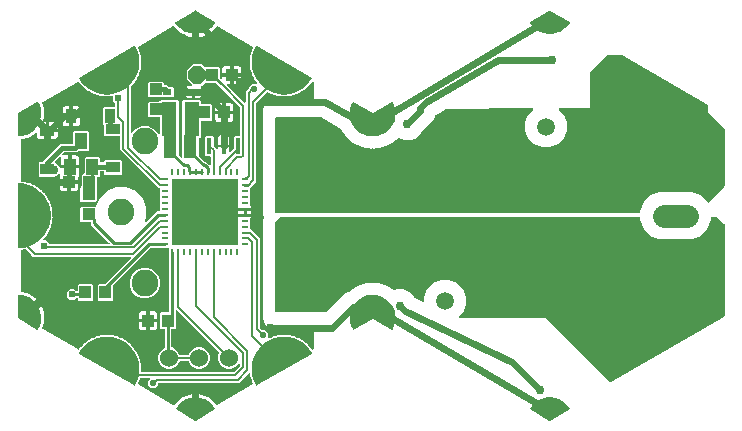
<source format=gbr>
G04 EAGLE Gerber RS-274X export*
G75*
%MOMM*%
%FSLAX34Y34*%
%LPD*%
%INBottom Copper*%
%IPPOS*%
%AMOC8*
5,1,8,0,0,1.08239X$1,22.5*%
G01*
%ADD10C,1.000000*%
%ADD11C,2.250000*%
%ADD12R,0.400000X1.399997*%
%ADD13R,0.254000X0.550000*%
%ADD14R,0.550000X0.254000*%
%ADD15R,5.600000X5.600000*%
%ADD16P,1.649562X8X112.500000*%
%ADD17R,1.000000X1.100000*%
%ADD18R,1.100000X1.000000*%
%ADD19C,1.524000*%
%ADD20R,1.300000X1.500000*%
%ADD21R,0.800000X0.500000*%
%ADD22R,1.000000X1.400000*%
%ADD23R,1.220000X0.915000*%
%ADD24R,0.915000X1.220000*%
%ADD25R,1.508000X1.508000*%
%ADD26C,1.508000*%
%ADD27C,1.981200*%
%ADD28C,0.609600*%
%ADD29C,0.406400*%
%ADD30C,0.750000*%
%ADD31C,0.254000*%
%ADD32C,0.508000*%
%ADD33C,0.554800*%
%ADD34C,0.203200*%
%ADD35C,0.604800*%

G36*
X200696Y-53746D02*
X200696Y-53746D01*
X200776Y-53744D01*
X200818Y-53729D01*
X200861Y-53723D01*
X200994Y-53665D01*
X201007Y-53660D01*
X201010Y-53658D01*
X201015Y-53656D01*
X296806Y1648D01*
X296859Y1691D01*
X296916Y1725D01*
X296953Y1768D01*
X296996Y1804D01*
X297032Y1861D01*
X297076Y1912D01*
X297097Y1964D01*
X297127Y2012D01*
X297143Y2078D01*
X297168Y2140D01*
X297177Y2219D01*
X297185Y2251D01*
X297183Y2272D01*
X297187Y2307D01*
X297187Y79812D01*
X297172Y79902D01*
X297165Y79993D01*
X297152Y80023D01*
X297147Y80055D01*
X297104Y80135D01*
X297069Y80219D01*
X297043Y80251D01*
X297032Y80272D01*
X297009Y80294D01*
X296964Y80350D01*
X291051Y86263D01*
X290977Y86316D01*
X290907Y86376D01*
X290877Y86388D01*
X290851Y86407D01*
X290764Y86434D01*
X290679Y86468D01*
X290638Y86472D01*
X290616Y86479D01*
X290584Y86478D01*
X290513Y86486D01*
X286321Y86486D01*
X286302Y86483D01*
X286282Y86485D01*
X286181Y86463D01*
X286079Y86447D01*
X286061Y86437D01*
X286042Y86433D01*
X285953Y86380D01*
X285861Y86331D01*
X285848Y86317D01*
X285831Y86307D01*
X285763Y86228D01*
X285692Y86153D01*
X285684Y86135D01*
X285671Y86120D01*
X285632Y86024D01*
X285588Y85930D01*
X285586Y85910D01*
X285579Y85892D01*
X285560Y85725D01*
X285560Y83321D01*
X282505Y75946D01*
X276860Y70301D01*
X269485Y67246D01*
X241690Y67246D01*
X234315Y70301D01*
X228670Y75946D01*
X225615Y83321D01*
X225615Y85725D01*
X225612Y85745D01*
X225614Y85764D01*
X225592Y85866D01*
X225575Y85968D01*
X225566Y85985D01*
X225561Y86005D01*
X225508Y86094D01*
X225460Y86185D01*
X225446Y86199D01*
X225435Y86216D01*
X225357Y86283D01*
X225282Y86355D01*
X225264Y86363D01*
X225248Y86376D01*
X225152Y86415D01*
X225059Y86458D01*
X225039Y86460D01*
X225020Y86468D01*
X224854Y86486D01*
X-77788Y86486D01*
X-77878Y86472D01*
X-77969Y86464D01*
X-77998Y86452D01*
X-78030Y86447D01*
X-78111Y86404D01*
X-78195Y86368D01*
X-78227Y86342D01*
X-78248Y86331D01*
X-78270Y86308D01*
X-78326Y86263D01*
X-83088Y81501D01*
X-83133Y81438D01*
X-83158Y81412D01*
X-83163Y81401D01*
X-83201Y81357D01*
X-83213Y81327D01*
X-83232Y81301D01*
X-83259Y81214D01*
X-83293Y81129D01*
X-83297Y81088D01*
X-83304Y81066D01*
X-83303Y81034D01*
X-83311Y80963D01*
X-83311Y6032D01*
X-83308Y6013D01*
X-83310Y5993D01*
X-83288Y5892D01*
X-83272Y5790D01*
X-83262Y5772D01*
X-83258Y5753D01*
X-83205Y5664D01*
X-83156Y5572D01*
X-83142Y5559D01*
X-83132Y5542D01*
X-83053Y5474D01*
X-82978Y5403D01*
X-82960Y5395D01*
X-82945Y5382D01*
X-82849Y5343D01*
X-82755Y5299D01*
X-82735Y5297D01*
X-82717Y5290D01*
X-82550Y5271D01*
X-40712Y5271D01*
X-40621Y5286D01*
X-40531Y5293D01*
X-40501Y5306D01*
X-40469Y5311D01*
X-40388Y5354D01*
X-40304Y5389D01*
X-40272Y5415D01*
X-40251Y5426D01*
X-40229Y5449D01*
X-40173Y5494D01*
X-24677Y20990D01*
X-21318Y22382D01*
X-21246Y22427D01*
X-21169Y22464D01*
X-21132Y22497D01*
X-21109Y22511D01*
X-21090Y22535D01*
X-21044Y22576D01*
X-20358Y23337D01*
X-19610Y23694D01*
X-19609Y23695D01*
X-19607Y23695D01*
X-19465Y23784D01*
X-18990Y24161D01*
X-18989Y24162D01*
X-18987Y24163D01*
X-18869Y24281D01*
X-18350Y24929D01*
X-17332Y25488D01*
X-17307Y25508D01*
X-17226Y25559D01*
X-16316Y26280D01*
X-15518Y26507D01*
X-15517Y26508D01*
X-15515Y26508D01*
X-15360Y26572D01*
X-14829Y26864D01*
X-14828Y26865D01*
X-14826Y26866D01*
X-14690Y26963D01*
X-14071Y27515D01*
X-12974Y27896D01*
X-12945Y27912D01*
X-12857Y27948D01*
X-11839Y28508D01*
X-11015Y28599D01*
X-11014Y28599D01*
X-11012Y28599D01*
X-10848Y28637D01*
X-10276Y28836D01*
X-10275Y28837D01*
X-10273Y28837D01*
X-10122Y28910D01*
X-9419Y29351D01*
X-8274Y29544D01*
X-8244Y29555D01*
X-8151Y29576D01*
X-7054Y29958D01*
X-6226Y29910D01*
X-6224Y29910D01*
X-6223Y29910D01*
X-6055Y29920D01*
X-5458Y30021D01*
X-5456Y30021D01*
X-5455Y30021D01*
X-5293Y30068D01*
X-4527Y30385D01*
X-3366Y30385D01*
X-3334Y30390D01*
X-3239Y30396D01*
X-2094Y30590D01*
X-1285Y30404D01*
X-1284Y30404D01*
X-1282Y30404D01*
X-1116Y30385D01*
X-509Y30385D01*
X-508Y30386D01*
X-506Y30385D01*
X-340Y30404D01*
X469Y30590D01*
X1614Y30396D01*
X1646Y30396D01*
X1741Y30385D01*
X2902Y30385D01*
X3668Y30068D01*
X3670Y30067D01*
X3672Y30067D01*
X3833Y30021D01*
X4430Y29920D01*
X4432Y29920D01*
X4434Y29919D01*
X4601Y29910D01*
X5429Y29958D01*
X6526Y29576D01*
X6558Y29570D01*
X6649Y29544D01*
X7794Y29351D01*
X8497Y28910D01*
X8498Y28909D01*
X8500Y28908D01*
X8651Y28836D01*
X9223Y28637D01*
X9225Y28636D01*
X9227Y28635D01*
X9390Y28599D01*
X10214Y28508D01*
X11232Y27948D01*
X11263Y27937D01*
X11349Y27896D01*
X12446Y27515D01*
X13065Y26963D01*
X13066Y26962D01*
X13067Y26961D01*
X13204Y26864D01*
X13735Y26572D01*
X13737Y26572D01*
X13738Y26571D01*
X13893Y26507D01*
X14691Y26280D01*
X15601Y25559D01*
X15629Y25543D01*
X15646Y25531D01*
X15656Y25523D01*
X15661Y25521D01*
X15707Y25488D01*
X16725Y24929D01*
X16992Y24596D01*
X17018Y24572D01*
X17039Y24542D01*
X17109Y24490D01*
X17174Y24431D01*
X17207Y24417D01*
X17236Y24396D01*
X17320Y24368D01*
X17400Y24333D01*
X17436Y24330D01*
X17470Y24319D01*
X17558Y24320D01*
X17645Y24313D01*
X17680Y24321D01*
X17716Y24322D01*
X17877Y24368D01*
X19458Y25023D01*
X24992Y25023D01*
X30105Y22905D01*
X34018Y18992D01*
X34487Y17859D01*
X34525Y17798D01*
X34555Y17732D01*
X34590Y17694D01*
X34617Y17650D01*
X34672Y17604D01*
X34721Y17551D01*
X34782Y17514D01*
X34806Y17493D01*
X34828Y17485D01*
X34864Y17463D01*
X41536Y14289D01*
X41599Y14271D01*
X41658Y14244D01*
X41716Y14237D01*
X41772Y14221D01*
X41838Y14224D01*
X41902Y14217D01*
X41960Y14229D01*
X42018Y14232D01*
X42079Y14255D01*
X42143Y14269D01*
X42193Y14299D01*
X42248Y14320D01*
X42298Y14362D01*
X42354Y14395D01*
X42392Y14440D01*
X42437Y14477D01*
X42471Y14532D01*
X42514Y14582D01*
X42536Y14636D01*
X42566Y14686D01*
X42581Y14749D01*
X42606Y14810D01*
X42615Y14894D01*
X42623Y14926D01*
X42621Y14945D01*
X42624Y14977D01*
X42624Y18621D01*
X45319Y25127D01*
X50298Y30106D01*
X56804Y32801D01*
X63846Y32801D01*
X70352Y30106D01*
X75331Y25127D01*
X78026Y18621D01*
X78026Y11579D01*
X75331Y5073D01*
X72383Y2126D01*
X72342Y2068D01*
X72292Y2016D01*
X72270Y1968D01*
X72240Y1926D01*
X72219Y1858D01*
X72189Y1793D01*
X72183Y1741D01*
X72168Y1691D01*
X72169Y1619D01*
X72161Y1548D01*
X72173Y1497D01*
X72174Y1445D01*
X72199Y1378D01*
X72214Y1308D01*
X72240Y1263D01*
X72258Y1214D01*
X72303Y1158D01*
X72340Y1097D01*
X72379Y1063D01*
X72412Y1022D01*
X72472Y983D01*
X72527Y937D01*
X72575Y917D01*
X72619Y889D01*
X72688Y872D01*
X72755Y845D01*
X72826Y837D01*
X72857Y829D01*
X72881Y831D01*
X72922Y826D01*
X145735Y826D01*
X200096Y-53535D01*
X200131Y-53560D01*
X200161Y-53593D01*
X200231Y-53632D01*
X200295Y-53678D01*
X200337Y-53691D01*
X200376Y-53713D01*
X200454Y-53727D01*
X200531Y-53751D01*
X200574Y-53750D01*
X200617Y-53758D01*
X200696Y-53746D01*
G37*
G36*
X224873Y89729D02*
X224873Y89729D01*
X224893Y89727D01*
X224994Y89749D01*
X225096Y89766D01*
X225114Y89775D01*
X225133Y89780D01*
X225222Y89833D01*
X225314Y89881D01*
X225327Y89896D01*
X225344Y89906D01*
X225412Y89984D01*
X225483Y90059D01*
X225491Y90077D01*
X225504Y90093D01*
X225543Y90189D01*
X225587Y90283D01*
X225589Y90302D01*
X225596Y90321D01*
X225615Y90488D01*
X225615Y91304D01*
X228670Y98679D01*
X234315Y104324D01*
X241690Y107379D01*
X269485Y107379D01*
X276860Y104324D01*
X282516Y98669D01*
X282519Y98659D01*
X282568Y98599D01*
X282609Y98532D01*
X282644Y98503D01*
X282673Y98467D01*
X282739Y98425D01*
X282799Y98376D01*
X282841Y98359D01*
X282880Y98334D01*
X282956Y98315D01*
X283028Y98287D01*
X283074Y98286D01*
X283119Y98274D01*
X283196Y98280D01*
X283274Y98277D01*
X283318Y98290D01*
X283364Y98293D01*
X283435Y98324D01*
X283510Y98346D01*
X283548Y98372D01*
X283590Y98390D01*
X283697Y98475D01*
X283712Y98486D01*
X283715Y98490D01*
X283721Y98495D01*
X296964Y111737D01*
X297017Y111811D01*
X297076Y111881D01*
X297089Y111911D01*
X297107Y111937D01*
X297134Y112024D01*
X297168Y112109D01*
X297173Y112150D01*
X297180Y112172D01*
X297179Y112204D01*
X297187Y112276D01*
X297187Y160774D01*
X297172Y160865D01*
X297165Y160955D01*
X297152Y160985D01*
X297147Y161017D01*
X297104Y161098D01*
X297069Y161182D01*
X297043Y161214D01*
X297032Y161235D01*
X297009Y161257D01*
X296964Y161313D01*
X283336Y174940D01*
X283336Y180314D01*
X283332Y180339D01*
X283334Y180354D01*
X283325Y180394D01*
X283324Y180448D01*
X283306Y180502D01*
X283297Y180557D01*
X283285Y180579D01*
X283282Y180595D01*
X283260Y180631D01*
X283242Y180680D01*
X283208Y180725D01*
X283181Y180774D01*
X283165Y180790D01*
X283155Y180806D01*
X283121Y180835D01*
X283091Y180874D01*
X283027Y180921D01*
X283003Y180944D01*
X282984Y180952D01*
X282983Y180953D01*
X282968Y180966D01*
X282963Y180968D01*
X282956Y180973D01*
X210319Y222909D01*
X210211Y222950D01*
X210105Y222993D01*
X210095Y222994D01*
X210089Y222996D01*
X210066Y222997D01*
X209938Y223011D01*
X198438Y223011D01*
X198347Y222997D01*
X198257Y222989D01*
X198227Y222977D01*
X198195Y222972D01*
X198114Y222929D01*
X198030Y222893D01*
X197998Y222867D01*
X197977Y222856D01*
X197955Y222833D01*
X197899Y222788D01*
X183612Y208501D01*
X183559Y208427D01*
X183499Y208357D01*
X183487Y208327D01*
X183468Y208301D01*
X183441Y208214D01*
X183407Y208129D01*
X183403Y208088D01*
X183396Y208066D01*
X183397Y208034D01*
X183389Y207963D01*
X183389Y178535D01*
X157364Y178248D01*
X157298Y178236D01*
X157230Y178234D01*
X157177Y178215D01*
X157122Y178205D01*
X157063Y178173D01*
X156999Y178150D01*
X156955Y178115D01*
X156906Y178088D01*
X156860Y178038D01*
X156807Y177996D01*
X156777Y177949D01*
X156738Y177908D01*
X156711Y177846D01*
X156674Y177789D01*
X156660Y177735D01*
X156637Y177683D01*
X156631Y177616D01*
X156614Y177551D01*
X156618Y177495D01*
X156613Y177439D01*
X156628Y177373D01*
X156633Y177306D01*
X156655Y177254D01*
X156668Y177199D01*
X156703Y177141D01*
X156730Y177079D01*
X156779Y177017D01*
X156796Y176989D01*
X156812Y176976D01*
X156834Y176948D01*
X161056Y172727D01*
X163751Y166221D01*
X163751Y159179D01*
X161056Y152673D01*
X156077Y147694D01*
X149571Y144999D01*
X142529Y144999D01*
X136023Y147694D01*
X131044Y152673D01*
X128349Y159179D01*
X128349Y166221D01*
X131044Y172727D01*
X135013Y176695D01*
X135057Y176757D01*
X135109Y176812D01*
X135128Y176856D01*
X135156Y176895D01*
X135178Y176967D01*
X135210Y177037D01*
X135214Y177084D01*
X135229Y177130D01*
X135227Y177206D01*
X135234Y177281D01*
X135223Y177328D01*
X135222Y177376D01*
X135196Y177447D01*
X135179Y177521D01*
X135154Y177562D01*
X135138Y177607D01*
X135090Y177666D01*
X135051Y177731D01*
X135014Y177762D01*
X134984Y177799D01*
X134920Y177840D01*
X134862Y177889D01*
X134817Y177906D01*
X134777Y177932D01*
X134703Y177951D01*
X134633Y177978D01*
X134569Y177985D01*
X134539Y177992D01*
X134513Y177990D01*
X134466Y177995D01*
X60526Y177178D01*
X60413Y177158D01*
X60299Y177140D01*
X60290Y177136D01*
X60284Y177135D01*
X60265Y177125D01*
X60146Y177071D01*
X53030Y172850D01*
X53021Y172843D01*
X53011Y172839D01*
X52880Y172734D01*
X52302Y172156D01*
X52264Y172103D01*
X52218Y172056D01*
X52178Y171983D01*
X52159Y171957D01*
X52153Y171938D01*
X52137Y171909D01*
X50775Y168620D01*
X41177Y159022D01*
X41139Y158969D01*
X41093Y158922D01*
X41053Y158849D01*
X41033Y158822D01*
X41028Y158804D01*
X41012Y158775D01*
X40368Y157220D01*
X36455Y153307D01*
X31342Y151189D01*
X25808Y151189D01*
X21277Y153066D01*
X21205Y153083D01*
X21137Y153109D01*
X21086Y153111D01*
X21038Y153122D01*
X20964Y153115D01*
X20891Y153118D01*
X20843Y153104D01*
X20793Y153099D01*
X20726Y153069D01*
X20655Y153048D01*
X20597Y153012D01*
X20568Y152999D01*
X20550Y152983D01*
X20513Y152959D01*
X19603Y152238D01*
X19582Y152215D01*
X19511Y152151D01*
X18733Y151288D01*
X17985Y150931D01*
X17984Y150930D01*
X17982Y150930D01*
X17840Y150841D01*
X17365Y150464D01*
X17364Y150463D01*
X17362Y150462D01*
X17244Y150344D01*
X16725Y149696D01*
X15707Y149137D01*
X15682Y149117D01*
X15601Y149066D01*
X14691Y148345D01*
X13893Y148118D01*
X13892Y148117D01*
X13890Y148117D01*
X13735Y148053D01*
X13204Y147761D01*
X13203Y147760D01*
X13201Y147759D01*
X13065Y147662D01*
X12446Y147110D01*
X11349Y146729D01*
X11320Y146713D01*
X11232Y146677D01*
X10214Y146117D01*
X9390Y146026D01*
X9389Y146026D01*
X9387Y146026D01*
X9223Y145988D01*
X8651Y145789D01*
X8650Y145788D01*
X8648Y145788D01*
X8497Y145715D01*
X7794Y145274D01*
X6649Y145081D01*
X6619Y145070D01*
X6526Y145049D01*
X5429Y144667D01*
X4601Y144715D01*
X4599Y144715D01*
X4598Y144715D01*
X4430Y144705D01*
X3833Y144604D01*
X3831Y144604D01*
X3830Y144604D01*
X3668Y144557D01*
X2902Y144240D01*
X1741Y144240D01*
X1709Y144235D01*
X1614Y144229D01*
X469Y144035D01*
X-340Y144221D01*
X-341Y144221D01*
X-343Y144221D01*
X-509Y144240D01*
X-1116Y144240D01*
X-1117Y144239D01*
X-1119Y144240D01*
X-1285Y144221D01*
X-2094Y144035D01*
X-3239Y144229D01*
X-3271Y144229D01*
X-3366Y144240D01*
X-4527Y144240D01*
X-5293Y144557D01*
X-5295Y144558D01*
X-5297Y144558D01*
X-5458Y144604D01*
X-6055Y144705D01*
X-6057Y144705D01*
X-6059Y144706D01*
X-6226Y144715D01*
X-7054Y144667D01*
X-8151Y145049D01*
X-8183Y145055D01*
X-8274Y145081D01*
X-9419Y145274D01*
X-10122Y145715D01*
X-10123Y145716D01*
X-10125Y145717D01*
X-10276Y145789D01*
X-10848Y145988D01*
X-10850Y145989D01*
X-10852Y145990D01*
X-11015Y146026D01*
X-11839Y146117D01*
X-12857Y146677D01*
X-12888Y146688D01*
X-12974Y146729D01*
X-14071Y147110D01*
X-14690Y147662D01*
X-14691Y147663D01*
X-14692Y147664D01*
X-14829Y147761D01*
X-15360Y148053D01*
X-15362Y148053D01*
X-15363Y148054D01*
X-15518Y148118D01*
X-16316Y148345D01*
X-17226Y149066D01*
X-17254Y149082D01*
X-17332Y149137D01*
X-18350Y149696D01*
X-18869Y150344D01*
X-18870Y150345D01*
X-18871Y150346D01*
X-18876Y150352D01*
X-18879Y150356D01*
X-18891Y150367D01*
X-18990Y150464D01*
X-19465Y150841D01*
X-19466Y150842D01*
X-19467Y150843D01*
X-19610Y150931D01*
X-20358Y151288D01*
X-21136Y152151D01*
X-21161Y152171D01*
X-21228Y152239D01*
X-22139Y152960D01*
X-22542Y153685D01*
X-22543Y153686D01*
X-22544Y153687D01*
X-22641Y153824D01*
X-23047Y154274D01*
X-23048Y154275D01*
X-23049Y154277D01*
X-23175Y154387D01*
X-23853Y154864D01*
X-24476Y155845D01*
X-24497Y155869D01*
X-24553Y155946D01*
X-25330Y156810D01*
X-25607Y157591D01*
X-25607Y157593D01*
X-25608Y157594D01*
X-25681Y157745D01*
X-26006Y158257D01*
X-26007Y158258D01*
X-26008Y158260D01*
X-26114Y158390D01*
X-26703Y158973D01*
X-27153Y160044D01*
X-27170Y160071D01*
X-27212Y160157D01*
X-27517Y160637D01*
X-27583Y160711D01*
X-27644Y160789D01*
X-27668Y160807D01*
X-27680Y160820D01*
X-27709Y160837D01*
X-27779Y160888D01*
X-44196Y170367D01*
X-44304Y170407D01*
X-44410Y170450D01*
X-44420Y170451D01*
X-44427Y170454D01*
X-44449Y170454D01*
X-44577Y170469D01*
X-82550Y170469D01*
X-82570Y170465D01*
X-82589Y170468D01*
X-82691Y170446D01*
X-82793Y170429D01*
X-82810Y170420D01*
X-82830Y170415D01*
X-82919Y170362D01*
X-83010Y170314D01*
X-83024Y170299D01*
X-83041Y170289D01*
X-83108Y170210D01*
X-83180Y170135D01*
X-83188Y170117D01*
X-83201Y170102D01*
X-83240Y170006D01*
X-83283Y169912D01*
X-83285Y169893D01*
X-83293Y169874D01*
X-83311Y169707D01*
X-83311Y90488D01*
X-83308Y90468D01*
X-83310Y90448D01*
X-83288Y90347D01*
X-83272Y90245D01*
X-83262Y90227D01*
X-83258Y90208D01*
X-83205Y90119D01*
X-83156Y90027D01*
X-83142Y90014D01*
X-83132Y89997D01*
X-83053Y89929D01*
X-82978Y89858D01*
X-82960Y89850D01*
X-82945Y89837D01*
X-82849Y89798D01*
X-82755Y89754D01*
X-82735Y89752D01*
X-82717Y89745D01*
X-82550Y89726D01*
X224854Y89726D01*
X224873Y89729D01*
G37*
G36*
X-118815Y-45145D02*
X-118815Y-45145D01*
X-118724Y-45137D01*
X-118694Y-45125D01*
X-118662Y-45120D01*
X-118582Y-45077D01*
X-118498Y-45041D01*
X-118466Y-45015D01*
X-118445Y-45004D01*
X-118441Y-45000D01*
X-118440Y-45000D01*
X-118422Y-44980D01*
X-118367Y-44936D01*
X-113453Y-40023D01*
X-113400Y-39949D01*
X-113341Y-39879D01*
X-113328Y-39849D01*
X-113310Y-39823D01*
X-113283Y-39736D01*
X-113249Y-39651D01*
X-113244Y-39610D01*
X-113237Y-39588D01*
X-113238Y-39556D01*
X-113230Y-39484D01*
X-113230Y-39101D01*
X-113242Y-39030D01*
X-113244Y-38958D01*
X-113262Y-38909D01*
X-113270Y-38858D01*
X-113304Y-38795D01*
X-113328Y-38727D01*
X-113361Y-38687D01*
X-113385Y-38641D01*
X-113437Y-38591D01*
X-113482Y-38535D01*
X-113526Y-38507D01*
X-113563Y-38471D01*
X-113628Y-38441D01*
X-113689Y-38402D01*
X-113739Y-38389D01*
X-113786Y-38368D01*
X-113858Y-38360D01*
X-113927Y-38342D01*
X-113979Y-38346D01*
X-114031Y-38340D01*
X-114101Y-38356D01*
X-114172Y-38361D01*
X-114220Y-38382D01*
X-114271Y-38393D01*
X-114333Y-38429D01*
X-114399Y-38458D01*
X-114455Y-38502D01*
X-114482Y-38519D01*
X-114498Y-38537D01*
X-114530Y-38562D01*
X-117057Y-41090D01*
X-120419Y-42482D01*
X-124056Y-42482D01*
X-127418Y-41090D01*
X-129990Y-38518D01*
X-131382Y-35156D01*
X-131382Y-31519D01*
X-130484Y-29349D01*
X-130457Y-29236D01*
X-130428Y-29122D01*
X-130429Y-29116D01*
X-130427Y-29110D01*
X-130438Y-28993D01*
X-130448Y-28877D01*
X-130450Y-28871D01*
X-130451Y-28865D01*
X-130498Y-28757D01*
X-130544Y-28650D01*
X-130548Y-28645D01*
X-130551Y-28640D01*
X-130563Y-28626D01*
X-130649Y-28519D01*
X-166210Y7042D01*
X-166288Y7120D01*
X-166346Y7161D01*
X-166398Y7211D01*
X-166445Y7233D01*
X-166487Y7263D01*
X-166556Y7284D01*
X-166621Y7314D01*
X-166673Y7320D01*
X-166722Y7335D01*
X-166794Y7334D01*
X-166865Y7342D01*
X-166916Y7331D01*
X-166968Y7329D01*
X-167036Y7305D01*
X-167106Y7289D01*
X-167150Y7263D01*
X-167199Y7245D01*
X-167255Y7200D01*
X-167317Y7163D01*
X-167351Y7124D01*
X-167391Y7091D01*
X-167430Y7031D01*
X-167477Y6976D01*
X-167496Y6928D01*
X-167524Y6884D01*
X-167542Y6815D01*
X-167569Y6748D01*
X-167577Y6677D01*
X-167585Y6646D01*
X-167583Y6622D01*
X-167587Y6581D01*
X-167587Y4909D01*
X-167573Y4819D01*
X-167565Y4728D01*
X-167553Y4698D01*
X-167548Y4666D01*
X-167538Y4648D01*
X-167538Y-7719D01*
X-168431Y-8612D01*
X-170507Y-8612D01*
X-170526Y-8615D01*
X-170546Y-8613D01*
X-170647Y-8635D01*
X-170749Y-8652D01*
X-170767Y-8661D01*
X-170786Y-8666D01*
X-170875Y-8719D01*
X-170967Y-8767D01*
X-170980Y-8781D01*
X-170997Y-8792D01*
X-171065Y-8870D01*
X-171136Y-8945D01*
X-171144Y-8963D01*
X-171157Y-8979D01*
X-171196Y-9075D01*
X-171240Y-9168D01*
X-171242Y-9188D01*
X-171249Y-9207D01*
X-171268Y-9373D01*
X-171268Y-23664D01*
X-171249Y-23778D01*
X-171232Y-23895D01*
X-171229Y-23900D01*
X-171228Y-23906D01*
X-171174Y-24009D01*
X-171120Y-24114D01*
X-171116Y-24118D01*
X-171113Y-24124D01*
X-171029Y-24204D01*
X-170945Y-24286D01*
X-170938Y-24290D01*
X-170935Y-24293D01*
X-170918Y-24301D01*
X-170798Y-24367D01*
X-167857Y-25585D01*
X-165285Y-28157D01*
X-164386Y-30327D01*
X-164325Y-30426D01*
X-164265Y-30526D01*
X-164260Y-30531D01*
X-164257Y-30536D01*
X-164167Y-30610D01*
X-164078Y-30686D01*
X-164072Y-30689D01*
X-164067Y-30693D01*
X-163959Y-30734D01*
X-163850Y-30778D01*
X-163842Y-30779D01*
X-163838Y-30781D01*
X-163819Y-30782D01*
X-163683Y-30797D01*
X-156992Y-30797D01*
X-156877Y-30778D01*
X-156761Y-30761D01*
X-156755Y-30758D01*
X-156749Y-30757D01*
X-156647Y-30703D01*
X-156542Y-30649D01*
X-156537Y-30645D01*
X-156532Y-30642D01*
X-156452Y-30558D01*
X-156369Y-30474D01*
X-156366Y-30467D01*
X-156362Y-30464D01*
X-156355Y-30447D01*
X-156289Y-30327D01*
X-155390Y-28157D01*
X-152818Y-25585D01*
X-149456Y-24193D01*
X-145819Y-24193D01*
X-142457Y-25585D01*
X-139885Y-28157D01*
X-138493Y-31519D01*
X-138493Y-35156D01*
X-139885Y-38518D01*
X-142457Y-41090D01*
X-145819Y-42482D01*
X-149456Y-42482D01*
X-152818Y-41090D01*
X-155390Y-38518D01*
X-156289Y-36348D01*
X-156350Y-36249D01*
X-156410Y-36149D01*
X-156415Y-36144D01*
X-156418Y-36139D01*
X-156508Y-36065D01*
X-156597Y-35989D01*
X-156603Y-35986D01*
X-156608Y-35982D01*
X-156716Y-35941D01*
X-156825Y-35897D01*
X-156833Y-35896D01*
X-156837Y-35894D01*
X-156856Y-35893D01*
X-156992Y-35878D01*
X-163683Y-35878D01*
X-163798Y-35897D01*
X-163914Y-35914D01*
X-163920Y-35917D01*
X-163926Y-35918D01*
X-164028Y-35972D01*
X-164133Y-36026D01*
X-164138Y-36030D01*
X-164143Y-36033D01*
X-164223Y-36117D01*
X-164306Y-36201D01*
X-164309Y-36208D01*
X-164313Y-36211D01*
X-164320Y-36228D01*
X-164386Y-36348D01*
X-165285Y-38518D01*
X-167857Y-41090D01*
X-171219Y-42482D01*
X-174856Y-42482D01*
X-178218Y-41090D01*
X-180790Y-38518D01*
X-182182Y-35156D01*
X-182182Y-31519D01*
X-180790Y-28157D01*
X-178218Y-25585D01*
X-177327Y-25216D01*
X-177227Y-25154D01*
X-177128Y-25095D01*
X-177124Y-25090D01*
X-177118Y-25087D01*
X-177043Y-24996D01*
X-176968Y-24908D01*
X-176965Y-24902D01*
X-176961Y-24897D01*
X-176920Y-24789D01*
X-176876Y-24680D01*
X-176875Y-24672D01*
X-176873Y-24667D01*
X-176872Y-24649D01*
X-176857Y-24513D01*
X-176857Y-9373D01*
X-176860Y-9355D01*
X-176858Y-9336D01*
X-176858Y-9335D01*
X-176858Y-9334D01*
X-176880Y-9233D01*
X-176897Y-9131D01*
X-176906Y-9113D01*
X-176911Y-9094D01*
X-176964Y-9005D01*
X-177012Y-8913D01*
X-177026Y-8900D01*
X-177037Y-8883D01*
X-177115Y-8815D01*
X-177190Y-8744D01*
X-177208Y-8736D01*
X-177224Y-8723D01*
X-177320Y-8684D01*
X-177413Y-8640D01*
X-177433Y-8638D01*
X-177452Y-8631D01*
X-177618Y-8612D01*
X-179694Y-8612D01*
X-180587Y-7719D01*
X-180587Y4544D01*
X-179694Y5437D01*
X-173938Y5437D01*
X-173918Y5440D01*
X-173899Y5438D01*
X-173797Y5460D01*
X-173695Y5477D01*
X-173678Y5486D01*
X-173658Y5491D01*
X-173569Y5544D01*
X-173478Y5592D01*
X-173464Y5606D01*
X-173447Y5617D01*
X-173380Y5695D01*
X-173308Y5770D01*
X-173300Y5788D01*
X-173287Y5804D01*
X-173248Y5900D01*
X-173205Y5993D01*
X-173203Y6013D01*
X-173195Y6032D01*
X-173177Y6198D01*
X-173177Y59425D01*
X-173180Y59444D01*
X-173178Y59464D01*
X-173200Y59565D01*
X-173216Y59667D01*
X-173226Y59685D01*
X-173230Y59704D01*
X-173283Y59793D01*
X-173332Y59885D01*
X-173346Y59898D01*
X-173356Y59915D01*
X-173435Y59983D01*
X-173510Y60054D01*
X-173528Y60062D01*
X-173543Y60075D01*
X-173639Y60114D01*
X-173733Y60158D01*
X-173753Y60160D01*
X-173771Y60167D01*
X-173938Y60186D01*
X-188654Y60186D01*
X-188744Y60171D01*
X-188835Y60164D01*
X-188865Y60151D01*
X-188897Y60146D01*
X-188978Y60103D01*
X-189062Y60068D01*
X-189094Y60042D01*
X-189114Y60031D01*
X-189137Y60008D01*
X-189193Y59963D01*
X-220265Y28891D01*
X-220318Y28817D01*
X-220377Y28747D01*
X-220390Y28717D01*
X-220408Y28691D01*
X-220435Y28604D01*
X-220469Y28519D01*
X-220474Y28478D01*
X-220481Y28456D01*
X-220480Y28424D01*
X-220488Y28352D01*
X-220488Y16093D01*
X-221381Y15200D01*
X-232644Y15200D01*
X-233537Y16093D01*
X-233537Y28357D01*
X-232644Y29250D01*
X-228126Y29250D01*
X-228036Y29264D01*
X-227945Y29272D01*
X-227915Y29284D01*
X-227883Y29289D01*
X-227802Y29332D01*
X-227718Y29368D01*
X-227686Y29394D01*
X-227666Y29405D01*
X-227643Y29428D01*
X-227587Y29473D01*
X-205719Y51341D01*
X-205677Y51399D01*
X-205628Y51451D01*
X-205606Y51499D01*
X-205575Y51541D01*
X-205554Y51609D01*
X-205524Y51675D01*
X-205518Y51726D01*
X-205503Y51776D01*
X-205505Y51848D01*
X-205497Y51919D01*
X-205508Y51970D01*
X-205509Y52022D01*
X-205534Y52089D01*
X-205549Y52159D01*
X-205576Y52204D01*
X-205594Y52253D01*
X-205639Y52309D01*
X-205675Y52370D01*
X-205715Y52404D01*
X-205748Y52445D01*
X-205808Y52484D01*
X-205862Y52530D01*
X-205911Y52550D01*
X-205954Y52578D01*
X-206024Y52595D01*
X-206090Y52622D01*
X-206162Y52630D01*
X-206193Y52638D01*
X-206216Y52636D01*
X-206257Y52641D01*
X-287940Y52641D01*
X-289651Y54352D01*
X-294088Y58788D01*
X-294131Y58819D01*
X-294168Y58858D01*
X-294230Y58891D01*
X-294287Y58932D01*
X-294338Y58948D01*
X-294386Y58972D01*
X-294455Y58984D01*
X-294522Y59004D01*
X-294576Y59003D01*
X-294629Y59011D01*
X-294739Y58999D01*
X-294768Y58998D01*
X-294779Y58994D01*
X-294795Y58992D01*
X-295444Y58844D01*
X-295476Y58831D01*
X-295510Y58826D01*
X-295590Y58785D01*
X-295672Y58751D01*
X-295698Y58729D01*
X-295729Y58713D01*
X-295787Y58659D01*
X-296429Y58611D01*
X-296461Y58603D01*
X-296541Y58594D01*
X-297166Y58451D01*
X-297234Y58473D01*
X-297316Y58507D01*
X-297351Y58510D01*
X-297384Y58521D01*
X-297551Y58526D01*
X-298107Y58485D01*
X-298219Y58458D01*
X-298330Y58434D01*
X-298338Y58429D01*
X-298346Y58427D01*
X-298443Y58366D01*
X-298541Y58307D01*
X-298547Y58301D01*
X-298555Y58296D01*
X-298627Y58208D01*
X-298701Y58121D01*
X-298705Y58112D01*
X-298710Y58106D01*
X-298750Y57999D01*
X-298793Y57892D01*
X-298794Y57882D01*
X-298797Y57875D01*
X-298798Y57852D01*
X-298812Y57726D01*
X-298812Y23385D01*
X-298797Y23293D01*
X-298789Y23200D01*
X-298777Y23172D01*
X-298772Y23142D01*
X-298728Y23060D01*
X-298691Y22974D01*
X-298671Y22952D01*
X-298657Y22925D01*
X-298589Y22861D01*
X-298527Y22791D01*
X-298501Y22776D01*
X-298479Y22756D01*
X-298394Y22716D01*
X-298313Y22670D01*
X-298276Y22661D01*
X-298256Y22652D01*
X-298223Y22648D01*
X-298150Y22630D01*
X-296511Y22415D01*
X-294362Y21839D01*
X-293714Y21665D01*
X-291517Y20755D01*
X-291038Y20557D01*
X-288896Y19320D01*
X-288530Y19109D01*
X-286451Y17513D01*
X-286232Y17346D01*
X-284185Y15298D01*
X-282468Y13060D01*
X-284714Y11763D01*
X-284719Y11772D01*
X-284741Y11798D01*
X-284764Y11838D01*
X-286703Y14213D01*
X-286730Y14235D01*
X-286759Y14271D01*
X-289054Y16305D01*
X-289083Y16321D01*
X-289118Y16353D01*
X-291710Y17992D01*
X-291742Y18004D01*
X-291781Y18029D01*
X-294602Y19231D01*
X-294635Y19238D01*
X-294678Y19256D01*
X-297655Y19990D01*
X-297689Y19991D01*
X-297734Y20003D01*
X-300791Y20250D01*
X-300819Y20246D01*
X-300848Y20251D01*
X-300917Y20234D01*
X-300988Y20226D01*
X-301013Y20211D01*
X-301041Y20205D01*
X-301099Y20162D01*
X-301161Y20127D01*
X-301178Y20104D01*
X-301201Y20087D01*
X-301238Y20025D01*
X-301281Y19968D01*
X-301288Y19940D01*
X-301303Y19915D01*
X-301319Y19817D01*
X-301330Y19776D01*
X-301328Y19765D01*
X-301330Y19751D01*
X-301307Y712D01*
X-301292Y637D01*
X-301284Y560D01*
X-301272Y540D01*
X-301268Y517D01*
X-301224Y454D01*
X-301186Y387D01*
X-301166Y370D01*
X-301155Y353D01*
X-301117Y329D01*
X-301058Y280D01*
X-284581Y-9259D01*
X-284554Y-9268D01*
X-284530Y-9285D01*
X-284460Y-9300D01*
X-284393Y-9322D01*
X-284364Y-9320D01*
X-284335Y-9326D01*
X-284265Y-9313D01*
X-284194Y-9307D01*
X-284169Y-9294D01*
X-284140Y-9288D01*
X-284081Y-9248D01*
X-284018Y-9216D01*
X-283999Y-9193D01*
X-283975Y-9177D01*
X-283918Y-9095D01*
X-283891Y-9063D01*
X-283888Y-9052D01*
X-283880Y-9041D01*
X-282565Y-6271D01*
X-282557Y-6238D01*
X-282537Y-6196D01*
X-281684Y-3251D01*
X-281681Y-3217D01*
X-281668Y-3172D01*
X-281298Y-128D01*
X-281301Y-94D01*
X-281295Y-48D01*
X-281418Y3016D01*
X-281426Y3049D01*
X-281428Y3096D01*
X-282041Y6100D01*
X-282055Y6131D01*
X-282064Y6177D01*
X-283151Y9044D01*
X-283169Y9073D01*
X-283185Y9117D01*
X-283190Y9125D01*
X-280944Y10422D01*
X-279865Y7816D01*
X-279116Y5019D01*
X-278738Y2147D01*
X-278738Y-749D01*
X-279116Y-3620D01*
X-279865Y-6418D01*
X-280497Y-7942D01*
X-280518Y-8033D01*
X-280546Y-8122D01*
X-280546Y-8152D01*
X-280553Y-8182D01*
X-280544Y-8274D01*
X-280543Y-8368D01*
X-280533Y-8396D01*
X-280530Y-8426D01*
X-280492Y-8512D01*
X-280461Y-8600D01*
X-280442Y-8623D01*
X-280430Y-8651D01*
X-280367Y-8720D01*
X-280309Y-8793D01*
X-280278Y-8816D01*
X-280263Y-8832D01*
X-280235Y-8848D01*
X-280174Y-8893D01*
X-250448Y-26054D01*
X-250341Y-26095D01*
X-250235Y-26138D01*
X-250226Y-26138D01*
X-250218Y-26141D01*
X-250104Y-26145D01*
X-249990Y-26152D01*
X-249981Y-26150D01*
X-249973Y-26150D01*
X-249863Y-26118D01*
X-249752Y-26088D01*
X-249745Y-26083D01*
X-249737Y-26080D01*
X-249643Y-26015D01*
X-249548Y-25951D01*
X-249541Y-25943D01*
X-249535Y-25939D01*
X-249522Y-25921D01*
X-249439Y-25824D01*
X-249129Y-25368D01*
X-249114Y-25337D01*
X-249092Y-25310D01*
X-249062Y-25226D01*
X-249025Y-25145D01*
X-249021Y-25111D01*
X-249009Y-25078D01*
X-249003Y-24999D01*
X-248566Y-24527D01*
X-248548Y-24500D01*
X-248495Y-24438D01*
X-248379Y-24268D01*
X-248379Y-24267D01*
X-248378Y-24267D01*
X-248134Y-23909D01*
X-248069Y-23878D01*
X-247986Y-23848D01*
X-247959Y-23826D01*
X-247927Y-23811D01*
X-247800Y-23702D01*
X-246302Y-22086D01*
X-246283Y-22057D01*
X-246257Y-22033D01*
X-246233Y-21988D01*
X-246229Y-21984D01*
X-246219Y-21962D01*
X-246215Y-21955D01*
X-246166Y-21881D01*
X-246157Y-21847D01*
X-246140Y-21816D01*
X-246130Y-21771D01*
X-246125Y-21761D01*
X-246123Y-21740D01*
X-246123Y-21739D01*
X-245620Y-21338D01*
X-245598Y-21313D01*
X-245536Y-21260D01*
X-245101Y-20791D01*
X-245032Y-20770D01*
X-244945Y-20752D01*
X-244915Y-20735D01*
X-244882Y-20725D01*
X-244751Y-20643D01*
X-244745Y-20640D01*
X-244744Y-20638D01*
X-244740Y-20636D01*
X-243017Y-19261D01*
X-242994Y-19235D01*
X-242965Y-19215D01*
X-242912Y-19144D01*
X-242852Y-19078D01*
X-242838Y-19046D01*
X-242818Y-19019D01*
X-242789Y-18945D01*
X-242232Y-18623D01*
X-242206Y-18602D01*
X-242137Y-18559D01*
X-241637Y-18159D01*
X-241566Y-18149D01*
X-241477Y-18145D01*
X-241445Y-18132D01*
X-241411Y-18127D01*
X-241257Y-18060D01*
X-239348Y-16957D01*
X-239321Y-16935D01*
X-239290Y-16920D01*
X-239227Y-16858D01*
X-239158Y-16801D01*
X-239140Y-16772D01*
X-239115Y-16748D01*
X-239075Y-16679D01*
X-238476Y-16443D01*
X-238448Y-16427D01*
X-238374Y-16394D01*
X-237819Y-16074D01*
X-237748Y-16074D01*
X-237659Y-16083D01*
X-237625Y-16075D01*
X-237591Y-16076D01*
X-237429Y-16032D01*
X-235377Y-15226D01*
X-235347Y-15208D01*
X-235314Y-15198D01*
X-235242Y-15146D01*
X-235166Y-15100D01*
X-235143Y-15074D01*
X-235115Y-15054D01*
X-235066Y-14991D01*
X-234438Y-14848D01*
X-234408Y-14835D01*
X-234330Y-14814D01*
X-233734Y-14580D01*
X-233663Y-14592D01*
X-233577Y-14613D01*
X-233542Y-14611D01*
X-233508Y-14616D01*
X-233341Y-14597D01*
X-231192Y-14106D01*
X-231160Y-14093D01*
X-231126Y-14088D01*
X-231047Y-14047D01*
X-230965Y-14013D01*
X-230938Y-13991D01*
X-230907Y-13975D01*
X-230849Y-13920D01*
X-230208Y-13872D01*
X-230176Y-13864D01*
X-230095Y-13855D01*
X-229471Y-13712D01*
X-229403Y-13734D01*
X-229320Y-13769D01*
X-229286Y-13771D01*
X-229253Y-13782D01*
X-229085Y-13788D01*
X-226887Y-13622D01*
X-226854Y-13614D01*
X-226819Y-13614D01*
X-226735Y-13585D01*
X-226648Y-13564D01*
X-226619Y-13546D01*
X-226586Y-13535D01*
X-226521Y-13490D01*
X-225879Y-13538D01*
X-225846Y-13535D01*
X-225765Y-13538D01*
X-225126Y-13490D01*
X-225062Y-13521D01*
X-224986Y-13568D01*
X-224952Y-13575D01*
X-224921Y-13591D01*
X-224756Y-13622D01*
X-222558Y-13786D01*
X-222524Y-13783D01*
X-222489Y-13788D01*
X-222402Y-13772D01*
X-222313Y-13764D01*
X-222281Y-13750D01*
X-222247Y-13744D01*
X-222176Y-13709D01*
X-221548Y-13852D01*
X-221515Y-13854D01*
X-221436Y-13869D01*
X-220797Y-13917D01*
X-220738Y-13958D01*
X-220670Y-14015D01*
X-220638Y-14028D01*
X-220609Y-14047D01*
X-220451Y-14103D01*
X-218302Y-14592D01*
X-218267Y-14595D01*
X-218234Y-14605D01*
X-218145Y-14602D01*
X-218056Y-14608D01*
X-218023Y-14599D01*
X-217988Y-14598D01*
X-217912Y-14574D01*
X-217313Y-14809D01*
X-217281Y-14816D01*
X-217204Y-14842D01*
X-216580Y-14985D01*
X-216528Y-15034D01*
X-216469Y-15101D01*
X-216439Y-15118D01*
X-216414Y-15142D01*
X-216265Y-15220D01*
X-214213Y-16024D01*
X-214179Y-16032D01*
X-214148Y-16047D01*
X-214060Y-16057D01*
X-213973Y-16076D01*
X-213938Y-16072D01*
X-213904Y-16076D01*
X-213825Y-16064D01*
X-213268Y-16386D01*
X-213237Y-16398D01*
X-213165Y-16435D01*
X-212569Y-16669D01*
X-212525Y-16725D01*
X-212477Y-16800D01*
X-212450Y-16822D01*
X-212428Y-16849D01*
X-212293Y-16948D01*
X-210384Y-18050D01*
X-210351Y-18062D01*
X-210323Y-18082D01*
X-210237Y-18105D01*
X-210154Y-18137D01*
X-210119Y-18138D01*
X-210086Y-18147D01*
X-210006Y-18147D01*
X-209503Y-18548D01*
X-209474Y-18564D01*
X-209409Y-18612D01*
X-208854Y-18932D01*
X-208819Y-18995D01*
X-208782Y-19076D01*
X-208759Y-19101D01*
X-208742Y-19131D01*
X-208623Y-19250D01*
X-206899Y-20623D01*
X-206869Y-20640D01*
X-206843Y-20664D01*
X-206762Y-20700D01*
X-206684Y-20744D01*
X-206650Y-20750D01*
X-206619Y-20764D01*
X-206540Y-20776D01*
X-206102Y-21248D01*
X-206076Y-21268D01*
X-206019Y-21325D01*
X-205518Y-21724D01*
X-205498Y-21775D01*
X-205485Y-21835D01*
X-205475Y-21853D01*
X-205468Y-21877D01*
X-205449Y-21905D01*
X-205436Y-21938D01*
X-205374Y-22021D01*
X-205359Y-22047D01*
X-205349Y-22055D01*
X-205336Y-22072D01*
X-203837Y-23688D01*
X-203809Y-23709D01*
X-203788Y-23736D01*
X-203713Y-23784D01*
X-203642Y-23839D01*
X-203610Y-23850D01*
X-203580Y-23869D01*
X-203505Y-23892D01*
X-203142Y-24424D01*
X-203119Y-24447D01*
X-203071Y-24512D01*
X-202635Y-24982D01*
X-202620Y-25052D01*
X-202609Y-25140D01*
X-202594Y-25171D01*
X-202586Y-25205D01*
X-202508Y-25353D01*
X-201265Y-27174D01*
X-201241Y-27199D01*
X-201224Y-27229D01*
X-201157Y-27288D01*
X-201096Y-27352D01*
X-201065Y-27368D01*
X-201039Y-27391D01*
X-200967Y-27426D01*
X-200688Y-28005D01*
X-200669Y-28032D01*
X-200631Y-28104D01*
X-200270Y-28633D01*
X-200265Y-28704D01*
X-200267Y-28793D01*
X-200257Y-28826D01*
X-200255Y-28861D01*
X-200199Y-29019D01*
X-199242Y-31005D01*
X-199222Y-31033D01*
X-199210Y-31065D01*
X-199152Y-31133D01*
X-199101Y-31206D01*
X-199073Y-31227D01*
X-199051Y-31253D01*
X-198985Y-31298D01*
X-198795Y-31913D01*
X-198780Y-31942D01*
X-198754Y-32019D01*
X-198475Y-32596D01*
X-198481Y-32667D01*
X-198497Y-32755D01*
X-198492Y-32789D01*
X-198495Y-32824D01*
X-198463Y-32988D01*
X-197813Y-35094D01*
X-197797Y-35125D01*
X-197789Y-35159D01*
X-197743Y-35235D01*
X-197703Y-35314D01*
X-197679Y-35339D01*
X-197660Y-35369D01*
X-197602Y-35422D01*
X-197506Y-36059D01*
X-197496Y-36090D01*
X-197481Y-36170D01*
X-197292Y-36782D01*
X-197308Y-36851D01*
X-197336Y-36936D01*
X-197336Y-36970D01*
X-197344Y-37004D01*
X-197338Y-37172D01*
X-197009Y-39351D01*
X-196998Y-39384D01*
X-196995Y-39419D01*
X-196960Y-39501D01*
X-196933Y-39585D01*
X-196912Y-39613D01*
X-196899Y-39645D01*
X-196849Y-39707D01*
X-196849Y-40351D01*
X-196844Y-40383D01*
X-196841Y-40464D01*
X-196745Y-41097D01*
X-196772Y-41164D01*
X-196812Y-41243D01*
X-196817Y-41277D01*
X-196830Y-41309D01*
X-196849Y-41476D01*
X-196848Y-43680D01*
X-196842Y-43715D01*
X-196845Y-43749D01*
X-196823Y-43835D01*
X-196808Y-43923D01*
X-196792Y-43954D01*
X-196783Y-43987D01*
X-196743Y-44056D01*
X-196778Y-44285D01*
X-196777Y-44361D01*
X-196785Y-44437D01*
X-196775Y-44484D01*
X-196775Y-44531D01*
X-196749Y-44603D01*
X-196733Y-44678D01*
X-196709Y-44718D01*
X-196693Y-44763D01*
X-196646Y-44823D01*
X-196607Y-44889D01*
X-196571Y-44920D01*
X-196542Y-44957D01*
X-196478Y-44999D01*
X-196420Y-45049D01*
X-196376Y-45067D01*
X-196337Y-45093D01*
X-196263Y-45112D01*
X-196192Y-45141D01*
X-196129Y-45148D01*
X-196099Y-45156D01*
X-196073Y-45154D01*
X-196025Y-45159D01*
X-118905Y-45159D01*
X-118815Y-45145D01*
G37*
G36*
X-224172Y62877D02*
X-224172Y62877D01*
X-224100Y62879D01*
X-224051Y62897D01*
X-224000Y62905D01*
X-223937Y62939D01*
X-223869Y62964D01*
X-223829Y62996D01*
X-223783Y63021D01*
X-223733Y63073D01*
X-223677Y63117D01*
X-223649Y63161D01*
X-223613Y63199D01*
X-223583Y63264D01*
X-223544Y63324D01*
X-223532Y63375D01*
X-223510Y63422D01*
X-223502Y63493D01*
X-223484Y63563D01*
X-223488Y63615D01*
X-223483Y63666D01*
X-223498Y63737D01*
X-223503Y63808D01*
X-223524Y63856D01*
X-223535Y63907D01*
X-223572Y63968D01*
X-223600Y64034D01*
X-223644Y64090D01*
X-223661Y64118D01*
X-223679Y64133D01*
X-223704Y64165D01*
X-239150Y79610D01*
X-239150Y81052D01*
X-239153Y81071D01*
X-239151Y81091D01*
X-239173Y81192D01*
X-239189Y81294D01*
X-239199Y81312D01*
X-239203Y81331D01*
X-239256Y81420D01*
X-239305Y81512D01*
X-239319Y81525D01*
X-239329Y81542D01*
X-239408Y81610D01*
X-239483Y81681D01*
X-239501Y81689D01*
X-239516Y81702D01*
X-239612Y81741D01*
X-239706Y81785D01*
X-239726Y81787D01*
X-239744Y81794D01*
X-239911Y81813D01*
X-247432Y81813D01*
X-248325Y82706D01*
X-248325Y93969D01*
X-247432Y94862D01*
X-235412Y94862D01*
X-235297Y94881D01*
X-235181Y94898D01*
X-235175Y94901D01*
X-235169Y94902D01*
X-235066Y94956D01*
X-234962Y95010D01*
X-234957Y95014D01*
X-234952Y95017D01*
X-234872Y95101D01*
X-234789Y95185D01*
X-234786Y95192D01*
X-234782Y95195D01*
X-234774Y95212D01*
X-234708Y95332D01*
X-233387Y98523D01*
X-233364Y98618D01*
X-233336Y98711D01*
X-233336Y98738D01*
X-233330Y98763D01*
X-233340Y98860D01*
X-233342Y98957D01*
X-233351Y98982D01*
X-233354Y99008D01*
X-233393Y99097D01*
X-233427Y99188D01*
X-233443Y99209D01*
X-233454Y99233D01*
X-233519Y99304D01*
X-233580Y99380D01*
X-233602Y99394D01*
X-233620Y99414D01*
X-233705Y99461D01*
X-233733Y99478D01*
X-233719Y99472D01*
X-233622Y99461D01*
X-233526Y99444D01*
X-233500Y99448D01*
X-233475Y99445D01*
X-233379Y99465D01*
X-233283Y99480D01*
X-233260Y99491D01*
X-233234Y99497D01*
X-233151Y99547D01*
X-233064Y99591D01*
X-233045Y99610D01*
X-233023Y99623D01*
X-232960Y99697D01*
X-232892Y99767D01*
X-232876Y99795D01*
X-232863Y99810D01*
X-232851Y99841D01*
X-232811Y99914D01*
X-231826Y102291D01*
X-225803Y108314D01*
X-217934Y111573D01*
X-209416Y111573D01*
X-201547Y108314D01*
X-195524Y102291D01*
X-192264Y94421D01*
X-192264Y85904D01*
X-193656Y82543D01*
X-193679Y82448D01*
X-193707Y82355D01*
X-193707Y82329D01*
X-193713Y82303D01*
X-193703Y82206D01*
X-193701Y82109D01*
X-193692Y82084D01*
X-193689Y82058D01*
X-193650Y81969D01*
X-193616Y81878D01*
X-193600Y81858D01*
X-193589Y81834D01*
X-193524Y81762D01*
X-193463Y81686D01*
X-193441Y81672D01*
X-193423Y81653D01*
X-193338Y81606D01*
X-193256Y81553D01*
X-193230Y81547D01*
X-193208Y81534D01*
X-193112Y81517D01*
X-193017Y81493D01*
X-192991Y81495D01*
X-192965Y81490D01*
X-192869Y81504D01*
X-192772Y81512D01*
X-192748Y81522D01*
X-192722Y81526D01*
X-192635Y81570D01*
X-192546Y81608D01*
X-192520Y81629D01*
X-192503Y81638D01*
X-192480Y81661D01*
X-192415Y81713D01*
X-183347Y90781D01*
X-181711Y90781D01*
X-181691Y90784D01*
X-181672Y90782D01*
X-181570Y90804D01*
X-181468Y90821D01*
X-181451Y90830D01*
X-181431Y90835D01*
X-181342Y90888D01*
X-181251Y90936D01*
X-181237Y90950D01*
X-181220Y90961D01*
X-181153Y91039D01*
X-181081Y91114D01*
X-181073Y91132D01*
X-181060Y91148D01*
X-181021Y91244D01*
X-180978Y91337D01*
X-180976Y91357D01*
X-180968Y91376D01*
X-180950Y91542D01*
X-180950Y94890D01*
X-180889Y94951D01*
X-180877Y94967D01*
X-180862Y94979D01*
X-180806Y95066D01*
X-180746Y95150D01*
X-180740Y95169D01*
X-180729Y95186D01*
X-180704Y95287D01*
X-180673Y95385D01*
X-180674Y95405D01*
X-180669Y95425D01*
X-180677Y95528D01*
X-180680Y95631D01*
X-180686Y95650D01*
X-180688Y95670D01*
X-180728Y95765D01*
X-180764Y95862D01*
X-180776Y95878D01*
X-180784Y95896D01*
X-180889Y96027D01*
X-180950Y96088D01*
X-180950Y99891D01*
X-180889Y99952D01*
X-180877Y99968D01*
X-180862Y99980D01*
X-180806Y100067D01*
X-180746Y100151D01*
X-180740Y100170D01*
X-180729Y100187D01*
X-180704Y100288D01*
X-180673Y100386D01*
X-180674Y100406D01*
X-180669Y100426D01*
X-180677Y100529D01*
X-180680Y100632D01*
X-180686Y100651D01*
X-180688Y100671D01*
X-180728Y100766D01*
X-180764Y100863D01*
X-180776Y100879D01*
X-180784Y100897D01*
X-180889Y101028D01*
X-180950Y101089D01*
X-180950Y104892D01*
X-180889Y104953D01*
X-180877Y104969D01*
X-180862Y104981D01*
X-180806Y105068D01*
X-180746Y105152D01*
X-180740Y105171D01*
X-180729Y105188D01*
X-180704Y105289D01*
X-180673Y105387D01*
X-180674Y105407D01*
X-180669Y105427D01*
X-180677Y105530D01*
X-180680Y105633D01*
X-180686Y105652D01*
X-180688Y105672D01*
X-180728Y105767D01*
X-180764Y105864D01*
X-180776Y105880D01*
X-180784Y105898D01*
X-180889Y106029D01*
X-180950Y106090D01*
X-180950Y109692D01*
X-180953Y109711D01*
X-180951Y109731D01*
X-180973Y109832D01*
X-180989Y109934D01*
X-180999Y109952D01*
X-181003Y109971D01*
X-181056Y110060D01*
X-181105Y110152D01*
X-181119Y110165D01*
X-181129Y110182D01*
X-181208Y110250D01*
X-181283Y110321D01*
X-181301Y110329D01*
X-181316Y110342D01*
X-181412Y110381D01*
X-181506Y110425D01*
X-181526Y110427D01*
X-181544Y110434D01*
X-181711Y110453D01*
X-182089Y110453D01*
X-214563Y142927D01*
X-214563Y153977D01*
X-214566Y153996D01*
X-214564Y154016D01*
X-214586Y154117D01*
X-214603Y154219D01*
X-214612Y154237D01*
X-214617Y154256D01*
X-214670Y154345D01*
X-214718Y154437D01*
X-214732Y154450D01*
X-214743Y154467D01*
X-214821Y154535D01*
X-214896Y154606D01*
X-214914Y154614D01*
X-214930Y154627D01*
X-215026Y154666D01*
X-215119Y154710D01*
X-215139Y154712D01*
X-215158Y154719D01*
X-215324Y154738D01*
X-227394Y154738D01*
X-228287Y155631D01*
X-228287Y163253D01*
X-228302Y163343D01*
X-228309Y163434D01*
X-228322Y163464D01*
X-228327Y163496D01*
X-228370Y163577D01*
X-228405Y163660D01*
X-228431Y163693D01*
X-228442Y163713D01*
X-228465Y163735D01*
X-228510Y163791D01*
X-229437Y164718D01*
X-229437Y178182D01*
X-228544Y179075D01*
X-219417Y179075D01*
X-219397Y179078D01*
X-219377Y179076D01*
X-219276Y179098D01*
X-219174Y179114D01*
X-219157Y179124D01*
X-219137Y179128D01*
X-219048Y179181D01*
X-218957Y179230D01*
X-218943Y179244D01*
X-218926Y179254D01*
X-218859Y179333D01*
X-218787Y179408D01*
X-218779Y179426D01*
X-218766Y179441D01*
X-218727Y179537D01*
X-218684Y179631D01*
X-218682Y179651D01*
X-218674Y179669D01*
X-218656Y179836D01*
X-218656Y182407D01*
X-218670Y182498D01*
X-218678Y182588D01*
X-218690Y182618D01*
X-218695Y182650D01*
X-218738Y182731D01*
X-218774Y182815D01*
X-218800Y182847D01*
X-218811Y182868D01*
X-218834Y182890D01*
X-218879Y182946D01*
X-220664Y184731D01*
X-220664Y187725D01*
X-220681Y187828D01*
X-220693Y187932D01*
X-220700Y187949D01*
X-220703Y187968D01*
X-220752Y188060D01*
X-220797Y188155D01*
X-220810Y188168D01*
X-220819Y188185D01*
X-220894Y188257D01*
X-220967Y188333D01*
X-220983Y188341D01*
X-220997Y188354D01*
X-221092Y188398D01*
X-221185Y188447D01*
X-221203Y188450D01*
X-221220Y188458D01*
X-221324Y188469D01*
X-221427Y188486D01*
X-221450Y188483D01*
X-221464Y188485D01*
X-221495Y188478D01*
X-221594Y188467D01*
X-222173Y188335D01*
X-222241Y188357D01*
X-222323Y188391D01*
X-222358Y188394D01*
X-222391Y188405D01*
X-222558Y188411D01*
X-224756Y188247D01*
X-224790Y188238D01*
X-224825Y188238D01*
X-224909Y188210D01*
X-224995Y188189D01*
X-225025Y188170D01*
X-225058Y188159D01*
X-225123Y188114D01*
X-225765Y188163D01*
X-225798Y188160D01*
X-225879Y188163D01*
X-226517Y188115D01*
X-226582Y188147D01*
X-226658Y188193D01*
X-226691Y188201D01*
X-226722Y188216D01*
X-226887Y188247D01*
X-229085Y188413D01*
X-229120Y188410D01*
X-229154Y188415D01*
X-229242Y188399D01*
X-229330Y188391D01*
X-229362Y188377D01*
X-229396Y188371D01*
X-229468Y188337D01*
X-230095Y188480D01*
X-230128Y188482D01*
X-230208Y188497D01*
X-230846Y188545D01*
X-230905Y188586D01*
X-230973Y188643D01*
X-231005Y188656D01*
X-231034Y188676D01*
X-231192Y188731D01*
X-233341Y189222D01*
X-233376Y189224D01*
X-233409Y189234D01*
X-233498Y189232D01*
X-233587Y189238D01*
X-233620Y189229D01*
X-233655Y189228D01*
X-233731Y189204D01*
X-234330Y189439D01*
X-234362Y189446D01*
X-234438Y189473D01*
X-235063Y189616D01*
X-235115Y189665D01*
X-235174Y189732D01*
X-235204Y189749D01*
X-235229Y189773D01*
X-235377Y189851D01*
X-237429Y190657D01*
X-237463Y190664D01*
X-237494Y190679D01*
X-237582Y190690D01*
X-237669Y190709D01*
X-237704Y190705D01*
X-237738Y190709D01*
X-237817Y190697D01*
X-238374Y191019D01*
X-238405Y191031D01*
X-238476Y191068D01*
X-239072Y191303D01*
X-239117Y191359D01*
X-239165Y191434D01*
X-239192Y191455D01*
X-239213Y191483D01*
X-239348Y191582D01*
X-241257Y192685D01*
X-241289Y192697D01*
X-241318Y192717D01*
X-241404Y192740D01*
X-241487Y192772D01*
X-241522Y192773D01*
X-241555Y192782D01*
X-241634Y192782D01*
X-242137Y193184D01*
X-242166Y193200D01*
X-242232Y193248D01*
X-242786Y193568D01*
X-242821Y193631D01*
X-242858Y193712D01*
X-242881Y193737D01*
X-242898Y193767D01*
X-243017Y193886D01*
X-244740Y195261D01*
X-244770Y195278D01*
X-244796Y195301D01*
X-244877Y195337D01*
X-244955Y195381D01*
X-244989Y195387D01*
X-245020Y195402D01*
X-245099Y195413D01*
X-245536Y195885D01*
X-245562Y195905D01*
X-245620Y195963D01*
X-246120Y196362D01*
X-246145Y196428D01*
X-246148Y196442D01*
X-246150Y196445D01*
X-246170Y196515D01*
X-246190Y196543D01*
X-246202Y196576D01*
X-246302Y196711D01*
X-247800Y198327D01*
X-247828Y198348D01*
X-247849Y198375D01*
X-247924Y198423D01*
X-247995Y198478D01*
X-248027Y198489D01*
X-248056Y198508D01*
X-248132Y198531D01*
X-248495Y199063D01*
X-248518Y199087D01*
X-248566Y199152D01*
X-249001Y199622D01*
X-249016Y199692D01*
X-249027Y199780D01*
X-249042Y199811D01*
X-249050Y199845D01*
X-249129Y199993D01*
X-249439Y200449D01*
X-249518Y200531D01*
X-249595Y200616D01*
X-249602Y200620D01*
X-249608Y200627D01*
X-249709Y200680D01*
X-249809Y200736D01*
X-249818Y200738D01*
X-249826Y200742D01*
X-249939Y200760D01*
X-250051Y200781D01*
X-250060Y200780D01*
X-250068Y200781D01*
X-250181Y200763D01*
X-250295Y200747D01*
X-250304Y200742D01*
X-250311Y200741D01*
X-250331Y200731D01*
X-250448Y200679D01*
X-280174Y183518D01*
X-280246Y183458D01*
X-280323Y183405D01*
X-280341Y183381D01*
X-280364Y183362D01*
X-280414Y183283D01*
X-280470Y183208D01*
X-280479Y183179D01*
X-280495Y183154D01*
X-280517Y183063D01*
X-280546Y182974D01*
X-280545Y182944D01*
X-280552Y182914D01*
X-280544Y182822D01*
X-280543Y182728D01*
X-280533Y182691D01*
X-280531Y182669D01*
X-280518Y182640D01*
X-280497Y182567D01*
X-279865Y181042D01*
X-279116Y178245D01*
X-278738Y175374D01*
X-278738Y172478D01*
X-279116Y169606D01*
X-279727Y167324D01*
X-279739Y167205D01*
X-279752Y167088D01*
X-279751Y167083D01*
X-279751Y167079D01*
X-279725Y166964D01*
X-279700Y166847D01*
X-279698Y166844D01*
X-279697Y166839D01*
X-279634Y166738D01*
X-279574Y166636D01*
X-279570Y166633D01*
X-279568Y166630D01*
X-279477Y166554D01*
X-279387Y166476D01*
X-279383Y166475D01*
X-279379Y166472D01*
X-279270Y166429D01*
X-279158Y166384D01*
X-279153Y166384D01*
X-279150Y166382D01*
X-279137Y166382D01*
X-278992Y166366D01*
X-277748Y166366D01*
X-277748Y160012D01*
X-277745Y159992D01*
X-277747Y159973D01*
X-277725Y159871D01*
X-277708Y159769D01*
X-277699Y159752D01*
X-277695Y159732D01*
X-277642Y159643D01*
X-277593Y159552D01*
X-277579Y159538D01*
X-277569Y159521D01*
X-277490Y159454D01*
X-277415Y159383D01*
X-277397Y159374D01*
X-277382Y159361D01*
X-277286Y159322D01*
X-277192Y159279D01*
X-277172Y159277D01*
X-277154Y159269D01*
X-276987Y159251D01*
X-276224Y159251D01*
X-276224Y159249D01*
X-276987Y159249D01*
X-277007Y159246D01*
X-277026Y159248D01*
X-277128Y159226D01*
X-277230Y159209D01*
X-277247Y159200D01*
X-277267Y159196D01*
X-277356Y159143D01*
X-277447Y159094D01*
X-277461Y159080D01*
X-277478Y159070D01*
X-277545Y158991D01*
X-277616Y158916D01*
X-277625Y158898D01*
X-277638Y158883D01*
X-277677Y158787D01*
X-277720Y158693D01*
X-277722Y158673D01*
X-277730Y158655D01*
X-277748Y158488D01*
X-277748Y152134D01*
X-282659Y152134D01*
X-283306Y152307D01*
X-283885Y152642D01*
X-284358Y153115D01*
X-284693Y153694D01*
X-284866Y154341D01*
X-284866Y156808D01*
X-284877Y156879D01*
X-284879Y156951D01*
X-284897Y157000D01*
X-284905Y157051D01*
X-284939Y157114D01*
X-284964Y157182D01*
X-284996Y157222D01*
X-285021Y157268D01*
X-285073Y157318D01*
X-285117Y157374D01*
X-285161Y157402D01*
X-285199Y157438D01*
X-285264Y157468D01*
X-285324Y157507D01*
X-285375Y157519D01*
X-285422Y157541D01*
X-285493Y157549D01*
X-285563Y157567D01*
X-285615Y157563D01*
X-285666Y157568D01*
X-285737Y157553D01*
X-285808Y157548D01*
X-285856Y157527D01*
X-285907Y157516D01*
X-285968Y157479D01*
X-286034Y157451D01*
X-286090Y157407D01*
X-286118Y157390D01*
X-286133Y157372D01*
X-286165Y157346D01*
X-286233Y157279D01*
X-288530Y155516D01*
X-291038Y154068D01*
X-293714Y152960D01*
X-296511Y152210D01*
X-298150Y151995D01*
X-298239Y151968D01*
X-298330Y151948D01*
X-298356Y151932D01*
X-298385Y151924D01*
X-298461Y151870D01*
X-298541Y151822D01*
X-298561Y151799D01*
X-298586Y151781D01*
X-298641Y151706D01*
X-298701Y151635D01*
X-298713Y151607D01*
X-298730Y151582D01*
X-298758Y151493D01*
X-298793Y151407D01*
X-298798Y151369D01*
X-298804Y151347D01*
X-298803Y151315D01*
X-298812Y151240D01*
X-298812Y116899D01*
X-298793Y116787D01*
X-298777Y116673D01*
X-298773Y116665D01*
X-298772Y116657D01*
X-298719Y116556D01*
X-298667Y116453D01*
X-298661Y116447D01*
X-298657Y116439D01*
X-298574Y116361D01*
X-298493Y116280D01*
X-298485Y116276D01*
X-298479Y116270D01*
X-298375Y116222D01*
X-298272Y116171D01*
X-298262Y116169D01*
X-298256Y116166D01*
X-298233Y116164D01*
X-298107Y116140D01*
X-297551Y116098D01*
X-297517Y116102D01*
X-297482Y116096D01*
X-297395Y116112D01*
X-297306Y116120D01*
X-297274Y116134D01*
X-297240Y116140D01*
X-297169Y116175D01*
X-296541Y116031D01*
X-296508Y116029D01*
X-296429Y116014D01*
X-295790Y115967D01*
X-295731Y115926D01*
X-295663Y115868D01*
X-295631Y115856D01*
X-295602Y115836D01*
X-295444Y115781D01*
X-294160Y115488D01*
X-293297Y115291D01*
X-293263Y115289D01*
X-293229Y115279D01*
X-293141Y115281D01*
X-293052Y115276D01*
X-293018Y115285D01*
X-292984Y115286D01*
X-292908Y115309D01*
X-292309Y115074D01*
X-292277Y115067D01*
X-292200Y115041D01*
X-291576Y114898D01*
X-291524Y114849D01*
X-291465Y114782D01*
X-291435Y114765D01*
X-291409Y114741D01*
X-291261Y114663D01*
X-289211Y113858D01*
X-289177Y113851D01*
X-289146Y113836D01*
X-289058Y113825D01*
X-288971Y113807D01*
X-288936Y113811D01*
X-288902Y113806D01*
X-288823Y113818D01*
X-288266Y113496D01*
X-288235Y113485D01*
X-288163Y113447D01*
X-287567Y113213D01*
X-287523Y113157D01*
X-287475Y113082D01*
X-287448Y113060D01*
X-287427Y113033D01*
X-287291Y112934D01*
X-285384Y111833D01*
X-285352Y111821D01*
X-285323Y111801D01*
X-285238Y111777D01*
X-285154Y111746D01*
X-285120Y111745D01*
X-285086Y111735D01*
X-285007Y111735D01*
X-284504Y111334D01*
X-284475Y111318D01*
X-284410Y111270D01*
X-283855Y110950D01*
X-283820Y110887D01*
X-283783Y110806D01*
X-283760Y110781D01*
X-283743Y110751D01*
X-283624Y110632D01*
X-281902Y109259D01*
X-281872Y109243D01*
X-281846Y109219D01*
X-281765Y109183D01*
X-281688Y109139D01*
X-281654Y109133D01*
X-281622Y109119D01*
X-281543Y109107D01*
X-281106Y108635D01*
X-281080Y108615D01*
X-281022Y108558D01*
X-280521Y108158D01*
X-280496Y108092D01*
X-280472Y108006D01*
X-280452Y107977D01*
X-280440Y107945D01*
X-280340Y107810D01*
X-278842Y106196D01*
X-278815Y106175D01*
X-278793Y106148D01*
X-278718Y106100D01*
X-278648Y106045D01*
X-278615Y106034D01*
X-278586Y106015D01*
X-278510Y105992D01*
X-278148Y105460D01*
X-278125Y105436D01*
X-278077Y105371D01*
X-277641Y104901D01*
X-277626Y104831D01*
X-277615Y104743D01*
X-277600Y104712D01*
X-277592Y104678D01*
X-277514Y104530D01*
X-276273Y102711D01*
X-276249Y102685D01*
X-276232Y102655D01*
X-276165Y102597D01*
X-276104Y102532D01*
X-276073Y102516D01*
X-276047Y102493D01*
X-275975Y102459D01*
X-275696Y101879D01*
X-275677Y101852D01*
X-275639Y101781D01*
X-275279Y101251D01*
X-275274Y101180D01*
X-275276Y101091D01*
X-275266Y101058D01*
X-275264Y101023D01*
X-275208Y100865D01*
X-274252Y98881D01*
X-274233Y98853D01*
X-274220Y98821D01*
X-274162Y98753D01*
X-274111Y98680D01*
X-274083Y98659D01*
X-274061Y98633D01*
X-273995Y98588D01*
X-273806Y97973D01*
X-273791Y97943D01*
X-273764Y97867D01*
X-273486Y97290D01*
X-273492Y97219D01*
X-273508Y97131D01*
X-273502Y97097D01*
X-273505Y97062D01*
X-273474Y96898D01*
X-272825Y94793D01*
X-272809Y94762D01*
X-272802Y94729D01*
X-272755Y94653D01*
X-272715Y94573D01*
X-272691Y94549D01*
X-272673Y94519D01*
X-272614Y94465D01*
X-272518Y93829D01*
X-272508Y93797D01*
X-272493Y93718D01*
X-272304Y93106D01*
X-272321Y93036D01*
X-272349Y92952D01*
X-272349Y92917D01*
X-272357Y92883D01*
X-272351Y92716D01*
X-272023Y90539D01*
X-272012Y90506D01*
X-272009Y90471D01*
X-271974Y90389D01*
X-271947Y90304D01*
X-271926Y90276D01*
X-271913Y90245D01*
X-271863Y90183D01*
X-271863Y89539D01*
X-271858Y89506D01*
X-271855Y89426D01*
X-271759Y88792D01*
X-271786Y88726D01*
X-271827Y88647D01*
X-271832Y88612D01*
X-271845Y88580D01*
X-271863Y88413D01*
X-271863Y86212D01*
X-271858Y86177D01*
X-271860Y86143D01*
X-271838Y86057D01*
X-271824Y85969D01*
X-271807Y85938D01*
X-271799Y85905D01*
X-271759Y85836D01*
X-271855Y85199D01*
X-271854Y85166D01*
X-271863Y85086D01*
X-271863Y84446D01*
X-271900Y84384D01*
X-271952Y84312D01*
X-271962Y84278D01*
X-271979Y84249D01*
X-272023Y84086D01*
X-272351Y81909D01*
X-272350Y81874D01*
X-272358Y81841D01*
X-272349Y81752D01*
X-272348Y81663D01*
X-272336Y81631D01*
X-272333Y81596D01*
X-272303Y81522D01*
X-272493Y80907D01*
X-272498Y80874D01*
X-272518Y80796D01*
X-272614Y80163D01*
X-272659Y80107D01*
X-272721Y80044D01*
X-272736Y80012D01*
X-272758Y79985D01*
X-272825Y79832D01*
X-273474Y77727D01*
X-273479Y77693D01*
X-273491Y77661D01*
X-273495Y77572D01*
X-273507Y77484D01*
X-273501Y77450D01*
X-273503Y77415D01*
X-273485Y77338D01*
X-273764Y76758D01*
X-273773Y76726D01*
X-273806Y76652D01*
X-273994Y76040D01*
X-274047Y75992D01*
X-274118Y75938D01*
X-274138Y75909D01*
X-274163Y75886D01*
X-274252Y75744D01*
X-275208Y73760D01*
X-275218Y73727D01*
X-275235Y73697D01*
X-275252Y73609D01*
X-275277Y73524D01*
X-275276Y73489D01*
X-275283Y73455D01*
X-275277Y73376D01*
X-275639Y72844D01*
X-275653Y72815D01*
X-275696Y72746D01*
X-275974Y72169D01*
X-276034Y72129D01*
X-276112Y72087D01*
X-276135Y72061D01*
X-276164Y72042D01*
X-276273Y71914D01*
X-276389Y71745D01*
X-276908Y70984D01*
X-277427Y70223D01*
X-277427Y70222D01*
X-277514Y70095D01*
X-277528Y70064D01*
X-277550Y70037D01*
X-277580Y69953D01*
X-277618Y69872D01*
X-277621Y69838D01*
X-277633Y69805D01*
X-277639Y69726D01*
X-278077Y69254D01*
X-278095Y69227D01*
X-278148Y69165D01*
X-278465Y68700D01*
X-278508Y68636D01*
X-278573Y68606D01*
X-278657Y68575D01*
X-278684Y68554D01*
X-278715Y68539D01*
X-278842Y68429D01*
X-279482Y67740D01*
X-279513Y67692D01*
X-279553Y67651D01*
X-279581Y67590D01*
X-279617Y67535D01*
X-279632Y67480D01*
X-279657Y67427D01*
X-279664Y67362D01*
X-279681Y67298D01*
X-279677Y67240D01*
X-279684Y67183D01*
X-279670Y67118D01*
X-279665Y67052D01*
X-279644Y66999D01*
X-279631Y66943D01*
X-279597Y66886D01*
X-279572Y66825D01*
X-279535Y66781D01*
X-279505Y66732D01*
X-279455Y66688D01*
X-279412Y66638D01*
X-279362Y66609D01*
X-279318Y66572D01*
X-279257Y66547D01*
X-279200Y66513D01*
X-279144Y66501D01*
X-279090Y66480D01*
X-278990Y66469D01*
X-278959Y66462D01*
X-278946Y66464D01*
X-278923Y66461D01*
X-277516Y66461D01*
X-274851Y63797D01*
X-274851Y63627D01*
X-274848Y63607D01*
X-274850Y63588D01*
X-274828Y63486D01*
X-274812Y63384D01*
X-274802Y63367D01*
X-274798Y63347D01*
X-274745Y63258D01*
X-274696Y63167D01*
X-274682Y63153D01*
X-274672Y63136D01*
X-274593Y63069D01*
X-274518Y62997D01*
X-274500Y62989D01*
X-274485Y62976D01*
X-274389Y62937D01*
X-274295Y62894D01*
X-274275Y62892D01*
X-274257Y62884D01*
X-274090Y62866D01*
X-224243Y62866D01*
X-224172Y62877D01*
G37*
G36*
X-138585Y129838D02*
X-138585Y129838D01*
X-138533Y129839D01*
X-138465Y129863D01*
X-138395Y129879D01*
X-138350Y129905D01*
X-138302Y129923D01*
X-138246Y129968D01*
X-138184Y130005D01*
X-138150Y130044D01*
X-138110Y130077D01*
X-138071Y130137D01*
X-138024Y130192D01*
X-138005Y130240D01*
X-137977Y130284D01*
X-137959Y130353D01*
X-137932Y130420D01*
X-137924Y130491D01*
X-137916Y130522D01*
X-137918Y130546D01*
X-137914Y130587D01*
X-137914Y136764D01*
X-137917Y136784D01*
X-137915Y136804D01*
X-137937Y136905D01*
X-137953Y137007D01*
X-137963Y137024D01*
X-137967Y137044D01*
X-138020Y137133D01*
X-138069Y137224D01*
X-138083Y137238D01*
X-138093Y137255D01*
X-138172Y137322D01*
X-138247Y137394D01*
X-138265Y137402D01*
X-138280Y137415D01*
X-138376Y137454D01*
X-138470Y137497D01*
X-138490Y137499D01*
X-138508Y137507D01*
X-138675Y137525D01*
X-141632Y137525D01*
X-142525Y138418D01*
X-142525Y153682D01*
X-141632Y154575D01*
X-136368Y154575D01*
X-135475Y153682D01*
X-135475Y146434D01*
X-135460Y146344D01*
X-135453Y146253D01*
X-135441Y146223D01*
X-135435Y146191D01*
X-135393Y146110D01*
X-135357Y146026D01*
X-135331Y145994D01*
X-135320Y145974D01*
X-135297Y145951D01*
X-135252Y145895D01*
X-134544Y145187D01*
X-132840Y143483D01*
X-132782Y143442D01*
X-132730Y143392D01*
X-132683Y143370D01*
X-132641Y143340D01*
X-132572Y143319D01*
X-132507Y143289D01*
X-132455Y143283D01*
X-132405Y143268D01*
X-132334Y143269D01*
X-132263Y143261D01*
X-132212Y143273D01*
X-132160Y143274D01*
X-132092Y143299D01*
X-132022Y143314D01*
X-131977Y143340D01*
X-131929Y143358D01*
X-131873Y143403D01*
X-131811Y143440D01*
X-131777Y143479D01*
X-131737Y143512D01*
X-131698Y143572D01*
X-131651Y143627D01*
X-131632Y143675D01*
X-131604Y143719D01*
X-131586Y143788D01*
X-131559Y143855D01*
X-131551Y143926D01*
X-131543Y143957D01*
X-131545Y143981D01*
X-131541Y144022D01*
X-131541Y145051D01*
X-127238Y145051D01*
X-127219Y145054D01*
X-127199Y145052D01*
X-127097Y145074D01*
X-126995Y145090D01*
X-126994Y145091D01*
X-126967Y145079D01*
X-126947Y145077D01*
X-126929Y145069D01*
X-126762Y145051D01*
X-122459Y145051D01*
X-122459Y141734D01*
X-122448Y141663D01*
X-122446Y141592D01*
X-122428Y141543D01*
X-122420Y141491D01*
X-122386Y141428D01*
X-122361Y141361D01*
X-122329Y141320D01*
X-122304Y141274D01*
X-122252Y141225D01*
X-122208Y141169D01*
X-122164Y141141D01*
X-122126Y141105D01*
X-122061Y141074D01*
X-122001Y141036D01*
X-121950Y141023D01*
X-121903Y141001D01*
X-121832Y140993D01*
X-121762Y140976D01*
X-121710Y140980D01*
X-121659Y140974D01*
X-121588Y140989D01*
X-121517Y140995D01*
X-121469Y141015D01*
X-121418Y141026D01*
X-121357Y141063D01*
X-121291Y141091D01*
X-121235Y141136D01*
X-121207Y141152D01*
X-121192Y141170D01*
X-121160Y141196D01*
X-118748Y143608D01*
X-118695Y143682D01*
X-118635Y143751D01*
X-118623Y143781D01*
X-118604Y143808D01*
X-118577Y143895D01*
X-118543Y143979D01*
X-118539Y144020D01*
X-118532Y144043D01*
X-118533Y144075D01*
X-118525Y144146D01*
X-118525Y153682D01*
X-117632Y154575D01*
X-114037Y154575D01*
X-114018Y154578D01*
X-113998Y154576D01*
X-113896Y154598D01*
X-113794Y154614D01*
X-113777Y154624D01*
X-113757Y154628D01*
X-113668Y154681D01*
X-113577Y154730D01*
X-113563Y154744D01*
X-113546Y154754D01*
X-113479Y154833D01*
X-113408Y154908D01*
X-113399Y154926D01*
X-113386Y154941D01*
X-113348Y155037D01*
X-113304Y155131D01*
X-113302Y155151D01*
X-113294Y155169D01*
X-113276Y155336D01*
X-113276Y155430D01*
X-113224Y155482D01*
X-113171Y155556D01*
X-113111Y155625D01*
X-113099Y155655D01*
X-113080Y155682D01*
X-113053Y155769D01*
X-113019Y155853D01*
X-113015Y155894D01*
X-113008Y155917D01*
X-113009Y155949D01*
X-113001Y156020D01*
X-113001Y178907D01*
X-113016Y178998D01*
X-113023Y179088D01*
X-113035Y179118D01*
X-113041Y179150D01*
X-113083Y179231D01*
X-113119Y179315D01*
X-113145Y179347D01*
X-113156Y179368D01*
X-113179Y179390D01*
X-113224Y179446D01*
X-130023Y196245D01*
X-130097Y196298D01*
X-130167Y196358D01*
X-130197Y196370D01*
X-130223Y196389D01*
X-130310Y196416D01*
X-130395Y196450D01*
X-130436Y196454D01*
X-130458Y196461D01*
X-130490Y196460D01*
X-130562Y196468D01*
X-130605Y196468D01*
X-133764Y199627D01*
X-133838Y199680D01*
X-133908Y199740D01*
X-133938Y199752D01*
X-133964Y199771D01*
X-134051Y199798D01*
X-134136Y199832D01*
X-134177Y199836D01*
X-134199Y199843D01*
X-134231Y199842D01*
X-134303Y199850D01*
X-142502Y199850D01*
X-142592Y199836D01*
X-142683Y199828D01*
X-142713Y199816D01*
X-142745Y199811D01*
X-142825Y199768D01*
X-142909Y199732D01*
X-142941Y199706D01*
X-142962Y199695D01*
X-142984Y199672D01*
X-143040Y199627D01*
X-145437Y197230D01*
X-145786Y197230D01*
X-145880Y197215D01*
X-145975Y197206D01*
X-146001Y197195D01*
X-146029Y197191D01*
X-146113Y197146D01*
X-146200Y197108D01*
X-146221Y197089D01*
X-146246Y197075D01*
X-146312Y197006D01*
X-146382Y196942D01*
X-146396Y196918D01*
X-146416Y196897D01*
X-146456Y196811D01*
X-146502Y196727D01*
X-146507Y196700D01*
X-146519Y196674D01*
X-146530Y196579D01*
X-146547Y196486D01*
X-146543Y196458D01*
X-146546Y196430D01*
X-146526Y196336D01*
X-146513Y196242D01*
X-146498Y196210D01*
X-146494Y196189D01*
X-146477Y196161D01*
X-146445Y196088D01*
X-146145Y195568D01*
X-145972Y194922D01*
X-145972Y193337D01*
X-152024Y193337D01*
X-152044Y193334D01*
X-152064Y193336D01*
X-152165Y193314D01*
X-152267Y193297D01*
X-152285Y193288D01*
X-152304Y193283D01*
X-152393Y193230D01*
X-152484Y193182D01*
X-152498Y193168D01*
X-152515Y193157D01*
X-152518Y193154D01*
X-152573Y193205D01*
X-152591Y193213D01*
X-152606Y193226D01*
X-152702Y193265D01*
X-152796Y193309D01*
X-152815Y193311D01*
X-152834Y193318D01*
X-153001Y193337D01*
X-159053Y193337D01*
X-159053Y194922D01*
X-158880Y195568D01*
X-158546Y196148D01*
X-158073Y196621D01*
X-157493Y196955D01*
X-156847Y197128D01*
X-154749Y197128D01*
X-154678Y197140D01*
X-154606Y197142D01*
X-154557Y197160D01*
X-154506Y197168D01*
X-154443Y197202D01*
X-154375Y197226D01*
X-154335Y197259D01*
X-154288Y197283D01*
X-154239Y197335D01*
X-154183Y197380D01*
X-154155Y197424D01*
X-154119Y197461D01*
X-154089Y197526D01*
X-154050Y197587D01*
X-154037Y197637D01*
X-154015Y197684D01*
X-154008Y197756D01*
X-153990Y197825D01*
X-153994Y197877D01*
X-153988Y197929D01*
X-154004Y197999D01*
X-154009Y198070D01*
X-154030Y198118D01*
X-154041Y198169D01*
X-154077Y198231D01*
X-154106Y198297D01*
X-154150Y198353D01*
X-154167Y198380D01*
X-154185Y198396D01*
X-154210Y198428D01*
X-158370Y202587D01*
X-158370Y210163D01*
X-153013Y215520D01*
X-145437Y215520D01*
X-143040Y213123D01*
X-142966Y213070D01*
X-142897Y213010D01*
X-142867Y212998D01*
X-142840Y212979D01*
X-142753Y212952D01*
X-142669Y212918D01*
X-142628Y212914D01*
X-142605Y212907D01*
X-142573Y212908D01*
X-142502Y212900D01*
X-130956Y212900D01*
X-130063Y212007D01*
X-130063Y204146D01*
X-130048Y204056D01*
X-130041Y203965D01*
X-130028Y203935D01*
X-130023Y203903D01*
X-129980Y203822D01*
X-129945Y203738D01*
X-129919Y203706D01*
X-129908Y203686D01*
X-129885Y203663D01*
X-129840Y203607D01*
X-129428Y203195D01*
X-129370Y203153D01*
X-129318Y203104D01*
X-129270Y203082D01*
X-129228Y203052D01*
X-129160Y203031D01*
X-129094Y203000D01*
X-129043Y202995D01*
X-128993Y202979D01*
X-128921Y202981D01*
X-128850Y202973D01*
X-128799Y202984D01*
X-128747Y202986D01*
X-128680Y203010D01*
X-128610Y203026D01*
X-128565Y203052D01*
X-128516Y203070D01*
X-128460Y203115D01*
X-128399Y203152D01*
X-128365Y203191D01*
X-128324Y203224D01*
X-128285Y203284D01*
X-128239Y203339D01*
X-128219Y203387D01*
X-128191Y203431D01*
X-128174Y203500D01*
X-128147Y203567D01*
X-128139Y203638D01*
X-128131Y203669D01*
X-128133Y203693D01*
X-128128Y203734D01*
X-128128Y204852D01*
X-121611Y204852D01*
X-121611Y198834D01*
X-123588Y198834D01*
X-123659Y198823D01*
X-123731Y198821D01*
X-123780Y198803D01*
X-123831Y198795D01*
X-123894Y198761D01*
X-123962Y198736D01*
X-124002Y198704D01*
X-124048Y198679D01*
X-124098Y198628D01*
X-124154Y198583D01*
X-124182Y198539D01*
X-124218Y198501D01*
X-124248Y198436D01*
X-124287Y198376D01*
X-124299Y198325D01*
X-124321Y198278D01*
X-124329Y198207D01*
X-124347Y198137D01*
X-124343Y198085D01*
X-124348Y198034D01*
X-124333Y197963D01*
X-124328Y197892D01*
X-124307Y197844D01*
X-124296Y197793D01*
X-124259Y197732D01*
X-124231Y197666D01*
X-124186Y197610D01*
X-124170Y197582D01*
X-124152Y197567D01*
X-124126Y197535D01*
X-109740Y183149D01*
X-109682Y183107D01*
X-109630Y183057D01*
X-109583Y183035D01*
X-109541Y183005D01*
X-109472Y182984D01*
X-109407Y182954D01*
X-109355Y182948D01*
X-109305Y182933D01*
X-109234Y182935D01*
X-109163Y182927D01*
X-109112Y182938D01*
X-109060Y182939D01*
X-108992Y182964D01*
X-108922Y182979D01*
X-108878Y183006D01*
X-108829Y183023D01*
X-108773Y183068D01*
X-108711Y183105D01*
X-108677Y183145D01*
X-108637Y183177D01*
X-108598Y183237D01*
X-108551Y183292D01*
X-108532Y183340D01*
X-108504Y183384D01*
X-108486Y183454D01*
X-108459Y183520D01*
X-108451Y183591D01*
X-108443Y183623D01*
X-108445Y183646D01*
X-108441Y183687D01*
X-108441Y192072D01*
X-105479Y195033D01*
X-105426Y195107D01*
X-105367Y195177D01*
X-105355Y195207D01*
X-105336Y195233D01*
X-105309Y195320D01*
X-105275Y195405D01*
X-105270Y195446D01*
X-105263Y195468D01*
X-105264Y195500D01*
X-105256Y195572D01*
X-105256Y196134D01*
X-102738Y198652D01*
X-99751Y198652D01*
X-99746Y198653D01*
X-99740Y198652D01*
X-99625Y198672D01*
X-99509Y198691D01*
X-99504Y198694D01*
X-99498Y198695D01*
X-99395Y198752D01*
X-99291Y198807D01*
X-99287Y198811D01*
X-99282Y198813D01*
X-99202Y198900D01*
X-99122Y198985D01*
X-99120Y198990D01*
X-99116Y198994D01*
X-99068Y199102D01*
X-99018Y199208D01*
X-99018Y199214D01*
X-99015Y199219D01*
X-98991Y199385D01*
X-98986Y199521D01*
X-98990Y199555D01*
X-98986Y199590D01*
X-99005Y199677D01*
X-99016Y199765D01*
X-99031Y199796D01*
X-99039Y199830D01*
X-99117Y199978D01*
X-100360Y201799D01*
X-100384Y201824D01*
X-100401Y201854D01*
X-100468Y201913D01*
X-100529Y201977D01*
X-100560Y201993D01*
X-100586Y202016D01*
X-100658Y202051D01*
X-100937Y202630D01*
X-100956Y202657D01*
X-100994Y202729D01*
X-101355Y203258D01*
X-101360Y203329D01*
X-101358Y203418D01*
X-101368Y203452D01*
X-101370Y203486D01*
X-101426Y203644D01*
X-102383Y205630D01*
X-102403Y205658D01*
X-102415Y205690D01*
X-102456Y205739D01*
X-102486Y205788D01*
X-102505Y205805D01*
X-102524Y205831D01*
X-102552Y205852D01*
X-102574Y205878D01*
X-102640Y205923D01*
X-102830Y206538D01*
X-102845Y206568D01*
X-102871Y206644D01*
X-103150Y207221D01*
X-103144Y207292D01*
X-103128Y207380D01*
X-103133Y207414D01*
X-103130Y207449D01*
X-103162Y207613D01*
X-103812Y209719D01*
X-103828Y209750D01*
X-103836Y209784D01*
X-103882Y209860D01*
X-103922Y209939D01*
X-103946Y209964D01*
X-103965Y209994D01*
X-104023Y210047D01*
X-104119Y210684D01*
X-104129Y210715D01*
X-104144Y210795D01*
X-104333Y211407D01*
X-104317Y211476D01*
X-104289Y211561D01*
X-104289Y211595D01*
X-104281Y211629D01*
X-104287Y211797D01*
X-104616Y213976D01*
X-104627Y214009D01*
X-104630Y214044D01*
X-104665Y214126D01*
X-104692Y214210D01*
X-104713Y214238D01*
X-104726Y214270D01*
X-104776Y214332D01*
X-104776Y214976D01*
X-104781Y215008D01*
X-104784Y215089D01*
X-104880Y215722D01*
X-104853Y215789D01*
X-104813Y215868D01*
X-104808Y215902D01*
X-104795Y215934D01*
X-104776Y216101D01*
X-104777Y218305D01*
X-104783Y218339D01*
X-104780Y218374D01*
X-104802Y218460D01*
X-104817Y218548D01*
X-104833Y218579D01*
X-104842Y218612D01*
X-104882Y218681D01*
X-104786Y219317D01*
X-104786Y219350D01*
X-104777Y219431D01*
X-104778Y220071D01*
X-104766Y220091D01*
X-104763Y220094D01*
X-104760Y220101D01*
X-104741Y220133D01*
X-104689Y220205D01*
X-104679Y220238D01*
X-104662Y220268D01*
X-104618Y220430D01*
X-104291Y222610D01*
X-104291Y222645D01*
X-104284Y222679D01*
X-104293Y222767D01*
X-104294Y222856D01*
X-104305Y222889D01*
X-104309Y222923D01*
X-104338Y222997D01*
X-104149Y223612D01*
X-104144Y223645D01*
X-104123Y223723D01*
X-104028Y224356D01*
X-103983Y224412D01*
X-103921Y224476D01*
X-103906Y224507D01*
X-103884Y224534D01*
X-103817Y224688D01*
X-103168Y226794D01*
X-103163Y226829D01*
X-103151Y226861D01*
X-103147Y226950D01*
X-103135Y227038D01*
X-103141Y227072D01*
X-103139Y227107D01*
X-103157Y227184D01*
X-102878Y227764D01*
X-102869Y227796D01*
X-102837Y227870D01*
X-102648Y228482D01*
X-102595Y228530D01*
X-102524Y228584D01*
X-102505Y228613D01*
X-102479Y228636D01*
X-102390Y228778D01*
X-102143Y229291D01*
X-102111Y229400D01*
X-102076Y229509D01*
X-102077Y229518D01*
X-102074Y229527D01*
X-102078Y229641D01*
X-102080Y229755D01*
X-102083Y229764D01*
X-102083Y229773D01*
X-102124Y229880D01*
X-102162Y229987D01*
X-102168Y229994D01*
X-102171Y230003D01*
X-102243Y230091D01*
X-102314Y230181D01*
X-102322Y230187D01*
X-102327Y230193D01*
X-102347Y230205D01*
X-102449Y230280D01*
X-132178Y247444D01*
X-132265Y247477D01*
X-132350Y247517D01*
X-132380Y247520D01*
X-132408Y247531D01*
X-132501Y247534D01*
X-132594Y247545D01*
X-132624Y247539D01*
X-132654Y247540D01*
X-132743Y247514D01*
X-132835Y247494D01*
X-132861Y247479D01*
X-132890Y247470D01*
X-132966Y247417D01*
X-133047Y247369D01*
X-133073Y247342D01*
X-133091Y247329D01*
X-133110Y247303D01*
X-133163Y247248D01*
X-134166Y245941D01*
X-134166Y245940D01*
X-136214Y243893D01*
X-138512Y242129D01*
X-141020Y240681D01*
X-143696Y239573D01*
X-146493Y238824D01*
X-149289Y238455D01*
X-149289Y241049D01*
X-149279Y241049D01*
X-149246Y241056D01*
X-149199Y241055D01*
X-146173Y241547D01*
X-146141Y241559D01*
X-146095Y241566D01*
X-143186Y242537D01*
X-143157Y242554D01*
X-143113Y242569D01*
X-140398Y243994D01*
X-140371Y244015D01*
X-140330Y244037D01*
X-137878Y245879D01*
X-137856Y245904D01*
X-137818Y245932D01*
X-135694Y248143D01*
X-135676Y248172D01*
X-135643Y248205D01*
X-133902Y250729D01*
X-133890Y250756D01*
X-133872Y250778D01*
X-133852Y250846D01*
X-133824Y250912D01*
X-133823Y250941D01*
X-133815Y250968D01*
X-133823Y251040D01*
X-133823Y251111D01*
X-133834Y251137D01*
X-133837Y251166D01*
X-133873Y251228D01*
X-133900Y251294D01*
X-133921Y251314D01*
X-133935Y251339D01*
X-134012Y251403D01*
X-134043Y251433D01*
X-134053Y251437D01*
X-134063Y251445D01*
X-150563Y260945D01*
X-150636Y260969D01*
X-150707Y261000D01*
X-150730Y261001D01*
X-150752Y261008D01*
X-150829Y261002D01*
X-150906Y261003D01*
X-150930Y260994D01*
X-150950Y260992D01*
X-150990Y260972D01*
X-151062Y260945D01*
X-167562Y251445D01*
X-167583Y251426D01*
X-167610Y251414D01*
X-167657Y251361D01*
X-167711Y251314D01*
X-167723Y251288D01*
X-167743Y251266D01*
X-167766Y251199D01*
X-167797Y251134D01*
X-167798Y251105D01*
X-167807Y251078D01*
X-167803Y251007D01*
X-167806Y250936D01*
X-167796Y250909D01*
X-167794Y250880D01*
X-167751Y250789D01*
X-167737Y250749D01*
X-167729Y250741D01*
X-167723Y250729D01*
X-165982Y248205D01*
X-165957Y248182D01*
X-165931Y248143D01*
X-163807Y245932D01*
X-163779Y245913D01*
X-163747Y245879D01*
X-161295Y244037D01*
X-161265Y244022D01*
X-161227Y243994D01*
X-158512Y242569D01*
X-158480Y242559D01*
X-158439Y242537D01*
X-155530Y241566D01*
X-155496Y241562D01*
X-155452Y241547D01*
X-152426Y241055D01*
X-152392Y241057D01*
X-152346Y241049D01*
X-152336Y241049D01*
X-152336Y238455D01*
X-155132Y238824D01*
X-157929Y239573D01*
X-160605Y240681D01*
X-163113Y242129D01*
X-163144Y242153D01*
X-165411Y243892D01*
X-167459Y245940D01*
X-168462Y247248D01*
X-168530Y247312D01*
X-168593Y247381D01*
X-168619Y247396D01*
X-168642Y247417D01*
X-168726Y247455D01*
X-168808Y247501D01*
X-168838Y247506D01*
X-168865Y247519D01*
X-168958Y247529D01*
X-169050Y247546D01*
X-169080Y247542D01*
X-169110Y247545D01*
X-169201Y247524D01*
X-169293Y247511D01*
X-169328Y247496D01*
X-169350Y247491D01*
X-169378Y247474D01*
X-169447Y247444D01*
X-199176Y230280D01*
X-199265Y230207D01*
X-199355Y230138D01*
X-199360Y230130D01*
X-199367Y230125D01*
X-199428Y230027D01*
X-199490Y229932D01*
X-199493Y229924D01*
X-199497Y229916D01*
X-199524Y229805D01*
X-199553Y229695D01*
X-199553Y229686D01*
X-199555Y229677D01*
X-199545Y229563D01*
X-199537Y229449D01*
X-199534Y229439D01*
X-199533Y229432D01*
X-199524Y229411D01*
X-199482Y229291D01*
X-199235Y228778D01*
X-199215Y228750D01*
X-199202Y228718D01*
X-199145Y228649D01*
X-199094Y228577D01*
X-199066Y228556D01*
X-199043Y228530D01*
X-198978Y228485D01*
X-198788Y227870D01*
X-198782Y227856D01*
X-198781Y227855D01*
X-198778Y227850D01*
X-198774Y227840D01*
X-198747Y227764D01*
X-198469Y227187D01*
X-198475Y227115D01*
X-198491Y227028D01*
X-198485Y226994D01*
X-198488Y226959D01*
X-198457Y226794D01*
X-197808Y224688D01*
X-197792Y224657D01*
X-197785Y224623D01*
X-197738Y224547D01*
X-197698Y224468D01*
X-197674Y224443D01*
X-197656Y224413D01*
X-197597Y224360D01*
X-197502Y223723D01*
X-197492Y223692D01*
X-197476Y223612D01*
X-197288Y223000D01*
X-197304Y222930D01*
X-197333Y222846D01*
X-197333Y222811D01*
X-197341Y222778D01*
X-197334Y222610D01*
X-197007Y220430D01*
X-196996Y220397D01*
X-196993Y220363D01*
X-196958Y220281D01*
X-196931Y220196D01*
X-196911Y220168D01*
X-196897Y220136D01*
X-196847Y220074D01*
X-196848Y219431D01*
X-196842Y219398D01*
X-196839Y219317D01*
X-196744Y218684D01*
X-196771Y218618D01*
X-196811Y218538D01*
X-196816Y218504D01*
X-196829Y218472D01*
X-196848Y218305D01*
X-196849Y216101D01*
X-196843Y216067D01*
X-196846Y216032D01*
X-196823Y215946D01*
X-196809Y215858D01*
X-196793Y215828D01*
X-196784Y215794D01*
X-196744Y215726D01*
X-196840Y215089D01*
X-196840Y215056D01*
X-196849Y214976D01*
X-196849Y214335D01*
X-196886Y214274D01*
X-196938Y214201D01*
X-196948Y214168D01*
X-196965Y214138D01*
X-197009Y213976D01*
X-197338Y211797D01*
X-197337Y211762D01*
X-197345Y211728D01*
X-197336Y211640D01*
X-197335Y211551D01*
X-197323Y211518D01*
X-197320Y211484D01*
X-197291Y211410D01*
X-197481Y210795D01*
X-197485Y210762D01*
X-197506Y210684D01*
X-197602Y210051D01*
X-197647Y209995D01*
X-197709Y209931D01*
X-197724Y209900D01*
X-197746Y209873D01*
X-197813Y209719D01*
X-198463Y207613D01*
X-198468Y207579D01*
X-198480Y207547D01*
X-198485Y207458D01*
X-198497Y207370D01*
X-198490Y207336D01*
X-198492Y207301D01*
X-198474Y207224D01*
X-198754Y206644D01*
X-198763Y206612D01*
X-198795Y206538D01*
X-198984Y205926D01*
X-198997Y205914D01*
X-199018Y205903D01*
X-199055Y205864D01*
X-199108Y205824D01*
X-199128Y205795D01*
X-199153Y205772D01*
X-199174Y205739D01*
X-199187Y205725D01*
X-199200Y205697D01*
X-199242Y205630D01*
X-200199Y203644D01*
X-200209Y203611D01*
X-200226Y203581D01*
X-200244Y203494D01*
X-200269Y203408D01*
X-200267Y203374D01*
X-200274Y203340D01*
X-200268Y203261D01*
X-200631Y202729D01*
X-200645Y202699D01*
X-200688Y202630D01*
X-200966Y202053D01*
X-201025Y202014D01*
X-201104Y201971D01*
X-201127Y201946D01*
X-201156Y201926D01*
X-201265Y201799D01*
X-201703Y201158D01*
X-201703Y201157D01*
X-202222Y200396D01*
X-202223Y200396D01*
X-202508Y199978D01*
X-202522Y199947D01*
X-202544Y199920D01*
X-202574Y199836D01*
X-202611Y199755D01*
X-202615Y199721D01*
X-202627Y199688D01*
X-202633Y199609D01*
X-203071Y199137D01*
X-203089Y199110D01*
X-203142Y199049D01*
X-203503Y198520D01*
X-203567Y198489D01*
X-203651Y198459D01*
X-203678Y198437D01*
X-203710Y198422D01*
X-203837Y198313D01*
X-205218Y196825D01*
X-205261Y196760D01*
X-205311Y196701D01*
X-205329Y196658D01*
X-205354Y196620D01*
X-205374Y196545D01*
X-205403Y196473D01*
X-205410Y196411D01*
X-205418Y196382D01*
X-205416Y196356D01*
X-205422Y196307D01*
X-205422Y158320D01*
X-205410Y158249D01*
X-205408Y158177D01*
X-205390Y158128D01*
X-205382Y158077D01*
X-205348Y158014D01*
X-205324Y157946D01*
X-205291Y157906D01*
X-205267Y157860D01*
X-205215Y157810D01*
X-205170Y157754D01*
X-205126Y157726D01*
X-205089Y157690D01*
X-205024Y157660D01*
X-204963Y157621D01*
X-204913Y157609D01*
X-204866Y157587D01*
X-204794Y157579D01*
X-204725Y157561D01*
X-204673Y157565D01*
X-204621Y157560D01*
X-204551Y157575D01*
X-204480Y157580D01*
X-204432Y157601D01*
X-204381Y157612D01*
X-204319Y157649D01*
X-204253Y157677D01*
X-204197Y157721D01*
X-204170Y157738D01*
X-204154Y157756D01*
X-204122Y157781D01*
X-200911Y160992D01*
X-196216Y162937D01*
X-191134Y162937D01*
X-186439Y160992D01*
X-182845Y157399D01*
X-182477Y156510D01*
X-182425Y156427D01*
X-182380Y156341D01*
X-182361Y156323D01*
X-182347Y156301D01*
X-182272Y156238D01*
X-182202Y156171D01*
X-182178Y156160D01*
X-182158Y156144D01*
X-182067Y156109D01*
X-181978Y156068D01*
X-181953Y156065D01*
X-181928Y156056D01*
X-181831Y156051D01*
X-181734Y156041D01*
X-181709Y156046D01*
X-181682Y156045D01*
X-181589Y156072D01*
X-181494Y156093D01*
X-181471Y156106D01*
X-181446Y156114D01*
X-181366Y156169D01*
X-181283Y156219D01*
X-181266Y156239D01*
X-181244Y156254D01*
X-181186Y156332D01*
X-181123Y156406D01*
X-181113Y156430D01*
X-181097Y156451D01*
X-181067Y156544D01*
X-181031Y156634D01*
X-181027Y156667D01*
X-181021Y156685D01*
X-181021Y156718D01*
X-181012Y156801D01*
X-181012Y169952D01*
X-181015Y169971D01*
X-181013Y169991D01*
X-181035Y170092D01*
X-181052Y170194D01*
X-181061Y170212D01*
X-181066Y170231D01*
X-181119Y170320D01*
X-181167Y170412D01*
X-181181Y170425D01*
X-181192Y170442D01*
X-181270Y170510D01*
X-181345Y170581D01*
X-181363Y170589D01*
X-181379Y170602D01*
X-181475Y170641D01*
X-181568Y170685D01*
X-181588Y170687D01*
X-181607Y170694D01*
X-181773Y170713D01*
X-190282Y170713D01*
X-191175Y171606D01*
X-191175Y182869D01*
X-190282Y183762D01*
X-181773Y183762D01*
X-181754Y183765D01*
X-181734Y183763D01*
X-181633Y183785D01*
X-181531Y183802D01*
X-181513Y183811D01*
X-181494Y183816D01*
X-181405Y183869D01*
X-181313Y183917D01*
X-181300Y183931D01*
X-181283Y183942D01*
X-181215Y184020D01*
X-181144Y184095D01*
X-181136Y184113D01*
X-181123Y184129D01*
X-181084Y184225D01*
X-181043Y184314D01*
X-180119Y185237D01*
X-165856Y185237D01*
X-164963Y184344D01*
X-164963Y153636D01*
X-164969Y153620D01*
X-164974Y153579D01*
X-164981Y153557D01*
X-164980Y153525D01*
X-164988Y153453D01*
X-164988Y138530D01*
X-164973Y138440D01*
X-164966Y138349D01*
X-164953Y138320D01*
X-164948Y138288D01*
X-164905Y138207D01*
X-164870Y138123D01*
X-164844Y138091D01*
X-164833Y138070D01*
X-164810Y138048D01*
X-164765Y137992D01*
X-163337Y136564D01*
X-163279Y136522D01*
X-163227Y136473D01*
X-163179Y136451D01*
X-163137Y136421D01*
X-163069Y136399D01*
X-163003Y136369D01*
X-162952Y136364D01*
X-162902Y136348D01*
X-162830Y136350D01*
X-162759Y136342D01*
X-162708Y136353D01*
X-162656Y136355D01*
X-162589Y136379D01*
X-162519Y136394D01*
X-162474Y136421D01*
X-162425Y136439D01*
X-162369Y136484D01*
X-162308Y136521D01*
X-162274Y136560D01*
X-162233Y136593D01*
X-162194Y136653D01*
X-162148Y136708D01*
X-162128Y136756D01*
X-162100Y136800D01*
X-162083Y136869D01*
X-162056Y136936D01*
X-162048Y137007D01*
X-162040Y137038D01*
X-162042Y137061D01*
X-162037Y137102D01*
X-162037Y156601D01*
X-162031Y156618D01*
X-162026Y156659D01*
X-162019Y156681D01*
X-162020Y156713D01*
X-162012Y156784D01*
X-162012Y184344D01*
X-161119Y185237D01*
X-146856Y185237D01*
X-145963Y184344D01*
X-145963Y182411D01*
X-145960Y182391D01*
X-145962Y182372D01*
X-145940Y182270D01*
X-145923Y182168D01*
X-145914Y182151D01*
X-145909Y182131D01*
X-145856Y182042D01*
X-145808Y181951D01*
X-145794Y181937D01*
X-145783Y181920D01*
X-145705Y181853D01*
X-145630Y181781D01*
X-145612Y181773D01*
X-145596Y181760D01*
X-145500Y181721D01*
X-145407Y181678D01*
X-145387Y181676D01*
X-145368Y181668D01*
X-145202Y181650D01*
X-137806Y181650D01*
X-136913Y180757D01*
X-136913Y168493D01*
X-137806Y167600D01*
X-145202Y167600D01*
X-145221Y167597D01*
X-145241Y167599D01*
X-145342Y167577D01*
X-145444Y167561D01*
X-145462Y167551D01*
X-145481Y167547D01*
X-145570Y167494D01*
X-145662Y167445D01*
X-145675Y167431D01*
X-145692Y167421D01*
X-145760Y167342D01*
X-145831Y167267D01*
X-145839Y167249D01*
X-145852Y167234D01*
X-145891Y167138D01*
X-145935Y167044D01*
X-145937Y167024D01*
X-145944Y167006D01*
X-145963Y166839D01*
X-145963Y153793D01*
X-146856Y152900D01*
X-147227Y152900D01*
X-147246Y152897D01*
X-147266Y152899D01*
X-147367Y152877D01*
X-147469Y152861D01*
X-147487Y152851D01*
X-147506Y152847D01*
X-147595Y152794D01*
X-147687Y152745D01*
X-147700Y152731D01*
X-147717Y152721D01*
X-147785Y152642D01*
X-147856Y152567D01*
X-147864Y152549D01*
X-147877Y152534D01*
X-147916Y152437D01*
X-147960Y152344D01*
X-147962Y152324D01*
X-147969Y152306D01*
X-147988Y152139D01*
X-147988Y138530D01*
X-147973Y138440D01*
X-147966Y138349D01*
X-147953Y138320D01*
X-147948Y138288D01*
X-147905Y138207D01*
X-147870Y138123D01*
X-147844Y138091D01*
X-147833Y138070D01*
X-147810Y138048D01*
X-147765Y137992D01*
X-142622Y132849D01*
X-142548Y132796D01*
X-142478Y132737D01*
X-142448Y132725D01*
X-142422Y132706D01*
X-142335Y132679D01*
X-142250Y132645D01*
X-142209Y132640D01*
X-142187Y132633D01*
X-142155Y132634D01*
X-142084Y132626D01*
X-141791Y132626D01*
X-139439Y130275D01*
X-139213Y130048D01*
X-139155Y130007D01*
X-139103Y129957D01*
X-139056Y129935D01*
X-139014Y129905D01*
X-138945Y129884D01*
X-138880Y129854D01*
X-138828Y129848D01*
X-138778Y129833D01*
X-138707Y129834D01*
X-138636Y129826D01*
X-138585Y129838D01*
G37*
G36*
X-51444Y-26138D02*
X-51444Y-26138D01*
X-51330Y-26122D01*
X-51321Y-26117D01*
X-51314Y-26116D01*
X-51294Y-26106D01*
X-51177Y-26054D01*
X-50419Y-25617D01*
X-50367Y-25574D01*
X-50309Y-25540D01*
X-50273Y-25497D01*
X-50229Y-25461D01*
X-50193Y-25404D01*
X-50149Y-25353D01*
X-50128Y-25300D01*
X-50098Y-25253D01*
X-50083Y-25187D01*
X-50057Y-25124D01*
X-50049Y-25046D01*
X-50041Y-25014D01*
X-50043Y-24993D01*
X-50039Y-24958D01*
X-50039Y-10096D01*
X-50042Y-10077D01*
X-50040Y-10057D01*
X-50062Y-9956D01*
X-50079Y-9854D01*
X-50088Y-9836D01*
X-50092Y-9817D01*
X-50145Y-9728D01*
X-50194Y-9636D01*
X-50208Y-9623D01*
X-50218Y-9606D01*
X-50297Y-9538D01*
X-50372Y-9467D01*
X-50390Y-9459D01*
X-50405Y-9446D01*
X-50501Y-9407D01*
X-50595Y-9363D01*
X-50615Y-9361D01*
X-50633Y-9354D01*
X-50800Y-9335D01*
X-84723Y-9335D01*
X-88737Y-7672D01*
X-91810Y-4600D01*
X-93473Y-585D01*
X-93473Y83135D01*
X-92521Y85434D01*
X-92500Y85522D01*
X-92472Y85609D01*
X-92472Y85642D01*
X-92464Y85673D01*
X-92473Y85764D01*
X-92474Y85855D01*
X-92485Y85895D01*
X-92488Y85918D01*
X-92501Y85947D01*
X-92521Y86016D01*
X-93473Y88315D01*
X-93473Y174771D01*
X-93473Y174774D01*
X-93473Y174780D01*
X-93496Y176913D01*
X-93491Y176926D01*
X-93485Y176977D01*
X-92666Y178955D01*
X-92665Y178959D01*
X-92663Y178963D01*
X-91868Y180944D01*
X-91858Y180954D01*
X-91833Y180999D01*
X-90320Y182513D01*
X-90318Y182515D01*
X-90314Y182519D01*
X-88821Y184045D01*
X-88809Y184050D01*
X-88768Y184083D01*
X-86789Y184902D01*
X-86786Y184904D01*
X-86782Y184905D01*
X-84820Y185744D01*
X-84806Y185744D01*
X-84756Y185758D01*
X-82614Y185758D01*
X-82610Y185759D01*
X-82605Y185758D01*
X-50792Y186110D01*
X-50776Y186113D01*
X-50761Y186111D01*
X-50655Y186134D01*
X-50549Y186152D01*
X-50536Y186160D01*
X-50520Y186163D01*
X-50428Y186218D01*
X-50333Y186270D01*
X-50322Y186281D01*
X-50309Y186289D01*
X-50239Y186371D01*
X-50166Y186450D01*
X-50159Y186464D01*
X-50149Y186476D01*
X-50109Y186576D01*
X-50065Y186674D01*
X-50063Y186690D01*
X-50057Y186704D01*
X-50039Y186871D01*
X-50039Y199583D01*
X-50050Y199649D01*
X-50051Y199717D01*
X-50069Y199770D01*
X-50079Y199825D01*
X-50110Y199885D01*
X-50133Y199949D01*
X-50167Y199993D01*
X-50194Y200043D01*
X-50242Y200089D01*
X-50284Y200143D01*
X-50348Y200190D01*
X-50372Y200212D01*
X-50391Y200221D01*
X-50419Y200242D01*
X-51177Y200679D01*
X-51283Y200720D01*
X-51390Y200763D01*
X-51399Y200763D01*
X-51407Y200766D01*
X-51521Y200770D01*
X-51635Y200777D01*
X-51644Y200775D01*
X-51652Y200775D01*
X-51762Y200743D01*
X-51873Y200713D01*
X-51880Y200708D01*
X-51888Y200705D01*
X-51982Y200639D01*
X-52077Y200576D01*
X-52084Y200568D01*
X-52090Y200564D01*
X-52103Y200545D01*
X-52186Y200449D01*
X-52222Y200396D01*
X-52496Y199993D01*
X-52511Y199962D01*
X-52533Y199935D01*
X-52563Y199851D01*
X-52600Y199770D01*
X-52604Y199736D01*
X-52616Y199703D01*
X-52622Y199624D01*
X-53059Y199152D01*
X-53077Y199125D01*
X-53130Y199063D01*
X-53259Y198874D01*
X-53491Y198534D01*
X-53556Y198503D01*
X-53639Y198473D01*
X-53666Y198451D01*
X-53698Y198436D01*
X-53825Y198327D01*
X-55323Y196711D01*
X-55342Y196682D01*
X-55368Y196658D01*
X-55410Y196580D01*
X-55459Y196506D01*
X-55468Y196472D01*
X-55485Y196441D01*
X-55501Y196368D01*
X-55502Y196367D01*
X-55502Y196365D01*
X-55502Y196364D01*
X-56005Y195963D01*
X-56027Y195938D01*
X-56089Y195885D01*
X-56524Y195416D01*
X-56593Y195395D01*
X-56680Y195377D01*
X-56710Y195360D01*
X-56743Y195350D01*
X-56885Y195261D01*
X-58608Y193886D01*
X-58631Y193860D01*
X-58660Y193840D01*
X-58713Y193769D01*
X-58773Y193703D01*
X-58787Y193671D01*
X-58807Y193644D01*
X-58836Y193570D01*
X-59394Y193248D01*
X-59419Y193227D01*
X-59488Y193184D01*
X-59988Y192784D01*
X-60059Y192774D01*
X-60148Y192770D01*
X-60180Y192757D01*
X-60214Y192752D01*
X-60368Y192685D01*
X-62277Y191582D01*
X-62304Y191560D01*
X-62335Y191545D01*
X-62398Y191483D01*
X-62467Y191426D01*
X-62485Y191397D01*
X-62510Y191373D01*
X-62550Y191304D01*
X-63149Y191068D01*
X-63177Y191052D01*
X-63251Y191019D01*
X-63806Y190699D01*
X-63877Y190699D01*
X-63966Y190708D01*
X-64000Y190700D01*
X-64034Y190701D01*
X-64196Y190657D01*
X-66248Y189851D01*
X-66278Y189833D01*
X-66311Y189823D01*
X-66383Y189771D01*
X-66459Y189725D01*
X-66482Y189699D01*
X-66510Y189679D01*
X-66559Y189616D01*
X-67187Y189473D01*
X-67217Y189460D01*
X-67295Y189439D01*
X-67891Y189205D01*
X-67962Y189217D01*
X-68048Y189238D01*
X-68083Y189236D01*
X-68117Y189241D01*
X-68284Y189222D01*
X-70433Y188731D01*
X-70465Y188718D01*
X-70499Y188713D01*
X-70578Y188672D01*
X-70660Y188638D01*
X-70687Y188616D01*
X-70718Y188600D01*
X-70776Y188545D01*
X-71417Y188497D01*
X-71449Y188489D01*
X-71530Y188480D01*
X-72154Y188337D01*
X-72222Y188359D01*
X-72305Y188394D01*
X-72339Y188396D01*
X-72372Y188407D01*
X-72540Y188413D01*
X-74738Y188247D01*
X-74771Y188239D01*
X-74806Y188239D01*
X-74890Y188210D01*
X-74977Y188189D01*
X-75006Y188171D01*
X-75039Y188160D01*
X-75104Y188115D01*
X-75746Y188163D01*
X-75779Y188160D01*
X-75860Y188163D01*
X-76499Y188115D01*
X-76563Y188146D01*
X-76639Y188193D01*
X-76673Y188200D01*
X-76704Y188216D01*
X-76869Y188247D01*
X-79067Y188411D01*
X-79101Y188408D01*
X-79136Y188413D01*
X-79223Y188397D01*
X-79312Y188389D01*
X-79343Y188375D01*
X-79378Y188369D01*
X-79449Y188334D01*
X-80077Y188477D01*
X-80110Y188479D01*
X-80189Y188494D01*
X-80828Y188542D01*
X-80887Y188583D01*
X-80955Y188640D01*
X-80987Y188653D01*
X-81016Y188672D01*
X-81174Y188728D01*
X-83323Y189217D01*
X-83358Y189219D01*
X-83391Y189230D01*
X-83480Y189227D01*
X-83569Y189233D01*
X-83602Y189224D01*
X-83637Y189223D01*
X-83712Y189199D01*
X-84312Y189434D01*
X-84344Y189441D01*
X-84421Y189467D01*
X-85045Y189610D01*
X-85097Y189659D01*
X-85156Y189726D01*
X-85186Y189743D01*
X-85211Y189767D01*
X-85360Y189845D01*
X-87412Y190649D01*
X-87446Y190657D01*
X-87477Y190672D01*
X-87565Y190682D01*
X-87652Y190701D01*
X-87687Y190697D01*
X-87721Y190701D01*
X-87800Y190689D01*
X-88357Y191011D01*
X-88388Y191023D01*
X-88460Y191060D01*
X-89056Y191294D01*
X-89100Y191351D01*
X-89148Y191425D01*
X-89175Y191447D01*
X-89197Y191474D01*
X-89332Y191573D01*
X-89628Y191744D01*
X-89669Y191759D01*
X-89705Y191783D01*
X-89783Y191803D01*
X-89858Y191831D01*
X-89901Y191832D01*
X-89944Y191843D01*
X-90024Y191837D01*
X-90104Y191840D01*
X-90146Y191827D01*
X-90189Y191824D01*
X-90263Y191793D01*
X-90339Y191770D01*
X-90375Y191745D01*
X-90415Y191728D01*
X-90530Y191636D01*
X-90541Y191629D01*
X-90543Y191626D01*
X-90546Y191623D01*
X-99275Y182895D01*
X-99328Y182821D01*
X-99387Y182751D01*
X-99400Y182721D01*
X-99418Y182695D01*
X-99445Y182608D01*
X-99479Y182523D01*
X-99484Y182482D01*
X-99491Y182460D01*
X-99490Y182428D01*
X-99498Y182356D01*
X-99498Y115984D01*
X-103599Y111883D01*
X-104656Y110826D01*
X-104668Y110809D01*
X-104684Y110797D01*
X-104739Y110710D01*
X-104800Y110626D01*
X-104806Y110607D01*
X-104817Y110590D01*
X-104842Y110489D01*
X-104872Y110391D01*
X-104872Y110371D01*
X-104877Y110351D01*
X-104868Y110248D01*
X-104866Y110145D01*
X-104859Y110126D01*
X-104857Y110106D01*
X-104817Y110011D01*
X-104800Y109966D01*
X-104800Y106090D01*
X-104861Y106029D01*
X-104873Y106013D01*
X-104888Y106001D01*
X-104944Y105914D01*
X-105004Y105830D01*
X-105010Y105811D01*
X-105021Y105794D01*
X-105046Y105693D01*
X-105077Y105595D01*
X-105076Y105575D01*
X-105081Y105555D01*
X-105073Y105452D01*
X-105070Y105349D01*
X-105064Y105330D01*
X-105062Y105310D01*
X-105022Y105215D01*
X-104986Y105118D01*
X-104974Y105102D01*
X-104966Y105084D01*
X-104861Y104953D01*
X-104800Y104892D01*
X-104800Y101089D01*
X-104861Y101028D01*
X-104873Y101012D01*
X-104888Y101000D01*
X-104944Y100913D01*
X-105004Y100829D01*
X-105010Y100810D01*
X-105021Y100793D01*
X-105046Y100692D01*
X-105077Y100594D01*
X-105076Y100574D01*
X-105081Y100554D01*
X-105073Y100451D01*
X-105070Y100348D01*
X-105064Y100329D01*
X-105062Y100309D01*
X-105022Y100214D01*
X-104986Y100117D01*
X-104974Y100101D01*
X-104966Y100083D01*
X-104861Y99952D01*
X-104800Y99891D01*
X-104800Y96642D01*
X-104786Y96552D01*
X-104778Y96461D01*
X-104766Y96431D01*
X-104761Y96399D01*
X-104718Y96319D01*
X-104682Y96235D01*
X-104656Y96203D01*
X-104645Y96182D01*
X-104622Y96160D01*
X-104577Y96104D01*
X-104292Y95819D01*
X-103957Y95239D01*
X-103784Y94593D01*
X-103784Y93750D01*
X-109075Y93750D01*
X-109094Y93747D01*
X-109114Y93749D01*
X-109215Y93727D01*
X-109317Y93710D01*
X-109335Y93701D01*
X-109354Y93697D01*
X-109444Y93643D01*
X-109535Y93595D01*
X-109549Y93581D01*
X-109566Y93570D01*
X-109633Y93491D01*
X-109705Y93416D01*
X-109713Y93398D01*
X-109726Y93383D01*
X-109765Y93287D01*
X-109808Y93193D01*
X-109810Y93173D01*
X-109818Y93155D01*
X-109836Y92988D01*
X-109836Y87987D01*
X-109833Y87967D01*
X-109835Y87947D01*
X-109813Y87846D01*
X-109797Y87744D01*
X-109787Y87727D01*
X-109783Y87707D01*
X-109730Y87618D01*
X-109682Y87527D01*
X-109681Y87526D01*
X-109667Y87513D01*
X-109657Y87496D01*
X-109656Y87495D01*
X-109578Y87428D01*
X-109503Y87357D01*
X-109485Y87348D01*
X-109470Y87335D01*
X-109373Y87297D01*
X-109280Y87253D01*
X-109260Y87251D01*
X-109241Y87244D01*
X-109075Y87225D01*
X-103784Y87225D01*
X-103784Y86382D01*
X-103957Y85736D01*
X-104292Y85156D01*
X-104577Y84871D01*
X-104630Y84797D01*
X-104690Y84728D01*
X-104702Y84698D01*
X-104721Y84671D01*
X-104748Y84584D01*
X-104782Y84500D01*
X-104786Y84459D01*
X-104793Y84436D01*
X-104792Y84404D01*
X-104800Y84333D01*
X-104800Y81084D01*
X-104861Y81023D01*
X-104873Y81007D01*
X-104888Y80995D01*
X-104944Y80908D01*
X-105004Y80824D01*
X-105010Y80805D01*
X-105021Y80788D01*
X-105046Y80687D01*
X-105077Y80589D01*
X-105076Y80569D01*
X-105081Y80549D01*
X-105073Y80446D01*
X-105070Y80343D01*
X-105064Y80324D01*
X-105062Y80304D01*
X-105022Y80209D01*
X-104986Y80112D01*
X-104974Y80096D01*
X-104966Y80078D01*
X-104861Y79947D01*
X-104800Y79886D01*
X-104800Y76285D01*
X-104797Y76266D01*
X-104799Y76246D01*
X-104777Y76145D01*
X-104761Y76043D01*
X-104751Y76025D01*
X-104747Y76006D01*
X-104694Y75917D01*
X-104645Y75825D01*
X-104631Y75812D01*
X-104621Y75795D01*
X-104542Y75727D01*
X-104467Y75656D01*
X-104449Y75648D01*
X-104434Y75635D01*
X-104338Y75596D01*
X-104244Y75552D01*
X-104224Y75550D01*
X-104206Y75543D01*
X-104039Y75524D01*
X-103797Y75524D01*
X-96323Y68050D01*
X-96323Y-7048D01*
X-96308Y-7138D01*
X-96301Y-7229D01*
X-96288Y-7259D01*
X-96283Y-7291D01*
X-96240Y-7371D01*
X-96205Y-7455D01*
X-96179Y-7487D01*
X-96168Y-7508D01*
X-96145Y-7530D01*
X-96100Y-7586D01*
X-94512Y-9174D01*
X-94438Y-9227D01*
X-94368Y-9287D01*
X-94338Y-9299D01*
X-94312Y-9318D01*
X-94225Y-9345D01*
X-94140Y-9379D01*
X-94099Y-9383D01*
X-94077Y-9390D01*
X-94045Y-9389D01*
X-93974Y-9397D01*
X-91803Y-9397D01*
X-89285Y-11915D01*
X-89285Y-15603D01*
X-89269Y-15697D01*
X-89261Y-15792D01*
X-89249Y-15818D01*
X-89245Y-15846D01*
X-89200Y-15930D01*
X-89162Y-16017D01*
X-89143Y-16038D01*
X-89130Y-16063D01*
X-89061Y-16129D01*
X-88997Y-16199D01*
X-88972Y-16213D01*
X-88951Y-16233D01*
X-88865Y-16273D01*
X-88782Y-16319D01*
X-88754Y-16324D01*
X-88728Y-16336D01*
X-88634Y-16347D01*
X-88540Y-16364D01*
X-88512Y-16360D01*
X-88484Y-16363D01*
X-88391Y-16343D01*
X-88297Y-16330D01*
X-88264Y-16315D01*
X-88243Y-16311D01*
X-88215Y-16294D01*
X-88143Y-16262D01*
X-87802Y-16066D01*
X-87731Y-16067D01*
X-87642Y-16075D01*
X-87608Y-16068D01*
X-87574Y-16068D01*
X-87412Y-16024D01*
X-85360Y-15220D01*
X-85330Y-15202D01*
X-85297Y-15192D01*
X-85225Y-15140D01*
X-85148Y-15094D01*
X-85125Y-15068D01*
X-85097Y-15048D01*
X-85048Y-14985D01*
X-84421Y-14842D01*
X-84390Y-14830D01*
X-84312Y-14809D01*
X-83716Y-14575D01*
X-83645Y-14587D01*
X-83559Y-14608D01*
X-83524Y-14606D01*
X-83490Y-14611D01*
X-83323Y-14592D01*
X-81174Y-14103D01*
X-81142Y-14089D01*
X-81108Y-14084D01*
X-81029Y-14043D01*
X-80946Y-14010D01*
X-80920Y-13987D01*
X-80889Y-13971D01*
X-80831Y-13917D01*
X-80189Y-13869D01*
X-80157Y-13862D01*
X-80077Y-13852D01*
X-79452Y-13710D01*
X-79384Y-13732D01*
X-79302Y-13766D01*
X-79267Y-13769D01*
X-79234Y-13780D01*
X-79067Y-13786D01*
X-76869Y-13622D01*
X-76835Y-13613D01*
X-76800Y-13613D01*
X-76716Y-13585D01*
X-76630Y-13564D01*
X-76600Y-13545D01*
X-76567Y-13534D01*
X-76502Y-13489D01*
X-75860Y-13538D01*
X-75827Y-13535D01*
X-75746Y-13538D01*
X-75108Y-13490D01*
X-75043Y-13522D01*
X-74967Y-13568D01*
X-74934Y-13576D01*
X-74903Y-13591D01*
X-74738Y-13622D01*
X-72540Y-13788D01*
X-72505Y-13785D01*
X-72471Y-13790D01*
X-72383Y-13774D01*
X-72295Y-13766D01*
X-72263Y-13752D01*
X-72229Y-13746D01*
X-72157Y-13712D01*
X-71530Y-13855D01*
X-71497Y-13857D01*
X-71417Y-13872D01*
X-70779Y-13920D01*
X-70720Y-13961D01*
X-70652Y-14018D01*
X-70620Y-14031D01*
X-70591Y-14051D01*
X-70433Y-14106D01*
X-68284Y-14597D01*
X-68249Y-14599D01*
X-68216Y-14609D01*
X-68127Y-14607D01*
X-68038Y-14613D01*
X-68005Y-14604D01*
X-67970Y-14603D01*
X-67894Y-14579D01*
X-67295Y-14814D01*
X-67263Y-14821D01*
X-67187Y-14848D01*
X-66562Y-14991D01*
X-66510Y-15040D01*
X-66451Y-15107D01*
X-66421Y-15124D01*
X-66396Y-15148D01*
X-66248Y-15226D01*
X-64196Y-16032D01*
X-64162Y-16039D01*
X-64131Y-16054D01*
X-64043Y-16065D01*
X-63956Y-16084D01*
X-63921Y-16080D01*
X-63887Y-16084D01*
X-63808Y-16072D01*
X-63251Y-16394D01*
X-63220Y-16406D01*
X-63149Y-16443D01*
X-62553Y-16678D01*
X-62508Y-16734D01*
X-62460Y-16809D01*
X-62433Y-16830D01*
X-62412Y-16858D01*
X-62277Y-16957D01*
X-60368Y-18060D01*
X-60336Y-18072D01*
X-60307Y-18092D01*
X-60221Y-18115D01*
X-60138Y-18147D01*
X-60103Y-18148D01*
X-60070Y-18157D01*
X-59991Y-18157D01*
X-59488Y-18559D01*
X-59459Y-18575D01*
X-59393Y-18623D01*
X-58839Y-18943D01*
X-58804Y-19006D01*
X-58767Y-19087D01*
X-58744Y-19112D01*
X-58727Y-19142D01*
X-58608Y-19261D01*
X-56885Y-20636D01*
X-56855Y-20653D01*
X-56829Y-20676D01*
X-56817Y-20681D01*
X-56814Y-20684D01*
X-56786Y-20695D01*
X-56748Y-20712D01*
X-56670Y-20756D01*
X-56636Y-20762D01*
X-56605Y-20777D01*
X-56526Y-20788D01*
X-56089Y-21260D01*
X-56063Y-21280D01*
X-56005Y-21338D01*
X-55505Y-21737D01*
X-55484Y-21791D01*
X-55474Y-21835D01*
X-55467Y-21849D01*
X-55455Y-21890D01*
X-55435Y-21918D01*
X-55423Y-21951D01*
X-55323Y-22086D01*
X-53825Y-23702D01*
X-53797Y-23723D01*
X-53776Y-23750D01*
X-53701Y-23798D01*
X-53630Y-23853D01*
X-53598Y-23864D01*
X-53568Y-23883D01*
X-53493Y-23906D01*
X-53130Y-24438D01*
X-53107Y-24462D01*
X-53059Y-24527D01*
X-52624Y-24997D01*
X-52609Y-25067D01*
X-52598Y-25155D01*
X-52583Y-25186D01*
X-52575Y-25220D01*
X-52496Y-25368D01*
X-52186Y-25824D01*
X-52167Y-25844D01*
X-52161Y-25853D01*
X-52145Y-25867D01*
X-52107Y-25906D01*
X-52030Y-25991D01*
X-52023Y-25995D01*
X-52017Y-26002D01*
X-51916Y-26055D01*
X-51816Y-26111D01*
X-51807Y-26113D01*
X-51799Y-26117D01*
X-51686Y-26135D01*
X-51574Y-26156D01*
X-51565Y-26155D01*
X-51557Y-26156D01*
X-51444Y-26138D01*
G37*
G36*
X-150796Y-86377D02*
X-150796Y-86377D01*
X-150719Y-86378D01*
X-150695Y-86369D01*
X-150675Y-86367D01*
X-150635Y-86347D01*
X-150563Y-86320D01*
X-134063Y-76820D01*
X-134042Y-76801D01*
X-134015Y-76789D01*
X-133981Y-76751D01*
X-133978Y-76749D01*
X-133976Y-76745D01*
X-133968Y-76736D01*
X-133914Y-76689D01*
X-133902Y-76663D01*
X-133882Y-76641D01*
X-133859Y-76574D01*
X-133828Y-76509D01*
X-133827Y-76480D01*
X-133818Y-76453D01*
X-133822Y-76382D01*
X-133819Y-76311D01*
X-133829Y-76284D01*
X-133831Y-76255D01*
X-133874Y-76164D01*
X-133888Y-76124D01*
X-133896Y-76116D01*
X-133902Y-76104D01*
X-135643Y-73580D01*
X-135668Y-73557D01*
X-135694Y-73518D01*
X-137818Y-71307D01*
X-137846Y-71288D01*
X-137878Y-71254D01*
X-140330Y-69412D01*
X-140360Y-69397D01*
X-140398Y-69369D01*
X-143113Y-67944D01*
X-143145Y-67934D01*
X-143186Y-67912D01*
X-146095Y-66941D01*
X-146121Y-66938D01*
X-146131Y-66937D01*
X-146173Y-66922D01*
X-149199Y-66430D01*
X-149233Y-66432D01*
X-149279Y-66424D01*
X-149289Y-66424D01*
X-149289Y-63872D01*
X-148092Y-63946D01*
X-145414Y-64447D01*
X-142816Y-65273D01*
X-140340Y-66412D01*
X-138023Y-67847D01*
X-135900Y-69555D01*
X-134003Y-71512D01*
X-133167Y-72619D01*
X-133098Y-72685D01*
X-133033Y-72757D01*
X-133009Y-72770D01*
X-132989Y-72789D01*
X-132902Y-72829D01*
X-132818Y-72876D01*
X-132791Y-72881D01*
X-132766Y-72893D01*
X-132671Y-72904D01*
X-132576Y-72921D01*
X-132549Y-72917D01*
X-132522Y-72921D01*
X-132428Y-72900D01*
X-132333Y-72887D01*
X-132301Y-72873D01*
X-132281Y-72869D01*
X-132253Y-72852D01*
X-132179Y-72820D01*
X-102449Y-55655D01*
X-102360Y-55582D01*
X-102270Y-55513D01*
X-102265Y-55505D01*
X-102258Y-55500D01*
X-102197Y-55402D01*
X-102135Y-55307D01*
X-102132Y-55299D01*
X-102128Y-55291D01*
X-102101Y-55180D01*
X-102072Y-55070D01*
X-102072Y-55061D01*
X-102070Y-55052D01*
X-102080Y-54938D01*
X-102088Y-54824D01*
X-102091Y-54814D01*
X-102092Y-54807D01*
X-102101Y-54786D01*
X-102143Y-54666D01*
X-102390Y-54153D01*
X-102410Y-54125D01*
X-102423Y-54093D01*
X-102480Y-54024D01*
X-102531Y-53952D01*
X-102559Y-53931D01*
X-102582Y-53905D01*
X-102647Y-53860D01*
X-102837Y-53245D01*
X-102851Y-53215D01*
X-102878Y-53139D01*
X-103156Y-52562D01*
X-103150Y-52490D01*
X-103134Y-52403D01*
X-103140Y-52369D01*
X-103137Y-52334D01*
X-103168Y-52169D01*
X-103817Y-50063D01*
X-103833Y-50032D01*
X-103840Y-49998D01*
X-103887Y-49922D01*
X-103927Y-49842D01*
X-103951Y-49818D01*
X-103969Y-49788D01*
X-104028Y-49735D01*
X-104123Y-49098D01*
X-104133Y-49067D01*
X-104149Y-48987D01*
X-104337Y-48375D01*
X-104321Y-48305D01*
X-104292Y-48221D01*
X-104292Y-48186D01*
X-104284Y-48153D01*
X-104291Y-47985D01*
X-104529Y-46402D01*
X-104533Y-46388D01*
X-104534Y-46373D01*
X-104571Y-46271D01*
X-104604Y-46168D01*
X-104613Y-46156D01*
X-104618Y-46142D01*
X-104686Y-46058D01*
X-104750Y-45970D01*
X-104763Y-45962D01*
X-104772Y-45950D01*
X-104863Y-45892D01*
X-104952Y-45829D01*
X-104966Y-45825D01*
X-104979Y-45817D01*
X-105084Y-45791D01*
X-105188Y-45760D01*
X-105203Y-45761D01*
X-105217Y-45757D01*
X-105325Y-45765D01*
X-105434Y-45770D01*
X-105448Y-45775D01*
X-105462Y-45776D01*
X-105562Y-45818D01*
X-105663Y-45857D01*
X-105675Y-45867D01*
X-105689Y-45872D01*
X-105820Y-45977D01*
X-113935Y-54093D01*
X-181365Y-54093D01*
X-181385Y-54096D01*
X-181404Y-54094D01*
X-181506Y-54116D01*
X-181608Y-54132D01*
X-181625Y-54142D01*
X-181645Y-54146D01*
X-181734Y-54199D01*
X-181825Y-54247D01*
X-181839Y-54262D01*
X-181856Y-54272D01*
X-181923Y-54351D01*
X-181994Y-54426D01*
X-182003Y-54444D01*
X-182016Y-54459D01*
X-182055Y-54555D01*
X-182098Y-54649D01*
X-182100Y-54669D01*
X-182108Y-54687D01*
X-182126Y-54854D01*
X-182126Y-56507D01*
X-184644Y-59026D01*
X-188206Y-59026D01*
X-190724Y-56507D01*
X-190724Y-52946D01*
X-189318Y-51540D01*
X-189276Y-51482D01*
X-189226Y-51430D01*
X-189205Y-51383D01*
X-189174Y-51341D01*
X-189153Y-51272D01*
X-189123Y-51207D01*
X-189117Y-51155D01*
X-189102Y-51105D01*
X-189104Y-51034D01*
X-189096Y-50963D01*
X-189107Y-50912D01*
X-189108Y-50860D01*
X-189133Y-50792D01*
X-189148Y-50722D01*
X-189175Y-50677D01*
X-189193Y-50629D01*
X-189237Y-50573D01*
X-189274Y-50511D01*
X-189314Y-50477D01*
X-189346Y-50437D01*
X-189407Y-50398D01*
X-189461Y-50351D01*
X-189509Y-50332D01*
X-189553Y-50304D01*
X-189623Y-50286D01*
X-189689Y-50259D01*
X-189761Y-50251D01*
X-189792Y-50243D01*
X-189815Y-50245D01*
X-189856Y-50241D01*
X-197301Y-50241D01*
X-197330Y-50246D01*
X-197360Y-50243D01*
X-197451Y-50265D01*
X-197543Y-50280D01*
X-197570Y-50294D01*
X-197599Y-50301D01*
X-197678Y-50352D01*
X-197761Y-50396D01*
X-197781Y-50417D01*
X-197806Y-50433D01*
X-197866Y-50506D01*
X-197930Y-50574D01*
X-197943Y-50601D01*
X-197961Y-50624D01*
X-198028Y-50778D01*
X-198457Y-52169D01*
X-198462Y-52204D01*
X-198474Y-52236D01*
X-198478Y-52325D01*
X-198490Y-52413D01*
X-198484Y-52447D01*
X-198486Y-52482D01*
X-198468Y-52559D01*
X-198747Y-53139D01*
X-198756Y-53171D01*
X-198788Y-53245D01*
X-198977Y-53857D01*
X-199030Y-53905D01*
X-199101Y-53959D01*
X-199120Y-53988D01*
X-199146Y-54011D01*
X-199235Y-54153D01*
X-199482Y-54666D01*
X-199514Y-54775D01*
X-199549Y-54884D01*
X-199548Y-54893D01*
X-199551Y-54902D01*
X-199547Y-55016D01*
X-199545Y-55130D01*
X-199542Y-55139D01*
X-199542Y-55148D01*
X-199501Y-55255D01*
X-199463Y-55362D01*
X-199457Y-55369D01*
X-199454Y-55378D01*
X-199382Y-55466D01*
X-199311Y-55556D01*
X-199303Y-55562D01*
X-199298Y-55568D01*
X-199278Y-55580D01*
X-199176Y-55655D01*
X-169446Y-72820D01*
X-169356Y-72854D01*
X-169269Y-72894D01*
X-169242Y-72897D01*
X-169216Y-72906D01*
X-169120Y-72910D01*
X-169024Y-72920D01*
X-168998Y-72914D01*
X-168970Y-72915D01*
X-168878Y-72888D01*
X-168784Y-72868D01*
X-168761Y-72853D01*
X-168734Y-72846D01*
X-168656Y-72790D01*
X-168573Y-72741D01*
X-168550Y-72716D01*
X-168533Y-72704D01*
X-168514Y-72678D01*
X-168458Y-72619D01*
X-168062Y-72094D01*
X-167622Y-71512D01*
X-165725Y-69556D01*
X-163602Y-67847D01*
X-161285Y-66412D01*
X-158809Y-65273D01*
X-156211Y-64447D01*
X-153533Y-63946D01*
X-152336Y-63872D01*
X-152336Y-66424D01*
X-152346Y-66424D01*
X-152379Y-66431D01*
X-152426Y-66430D01*
X-155452Y-66922D01*
X-155484Y-66934D01*
X-155530Y-66941D01*
X-158439Y-67912D01*
X-158468Y-67929D01*
X-158512Y-67944D01*
X-161227Y-69369D01*
X-161254Y-69390D01*
X-161295Y-69412D01*
X-163747Y-71254D01*
X-163769Y-71279D01*
X-163807Y-71307D01*
X-165931Y-73518D01*
X-165949Y-73547D01*
X-165982Y-73580D01*
X-167723Y-76104D01*
X-167735Y-76131D01*
X-167753Y-76153D01*
X-167774Y-76221D01*
X-167801Y-76287D01*
X-167802Y-76316D01*
X-167810Y-76343D01*
X-167802Y-76415D01*
X-167802Y-76486D01*
X-167791Y-76512D01*
X-167788Y-76541D01*
X-167753Y-76603D01*
X-167725Y-76669D01*
X-167704Y-76689D01*
X-167690Y-76714D01*
X-167627Y-76766D01*
X-167623Y-76772D01*
X-167613Y-76777D01*
X-167613Y-76778D01*
X-167582Y-76808D01*
X-167572Y-76812D01*
X-167562Y-76820D01*
X-151062Y-86320D01*
X-150989Y-86344D01*
X-150918Y-86375D01*
X-150895Y-86376D01*
X-150873Y-86383D01*
X-150796Y-86377D01*
G37*
G36*
X-99146Y-56578D02*
X-99146Y-56578D01*
X-99119Y-56578D01*
X-99020Y-56541D01*
X-98981Y-56530D01*
X-98974Y-56524D01*
X-98963Y-56520D01*
X-52163Y-29520D01*
X-52143Y-29502D01*
X-52118Y-29491D01*
X-52069Y-29437D01*
X-52014Y-29388D01*
X-52002Y-29364D01*
X-51984Y-29344D01*
X-51960Y-29275D01*
X-51928Y-29209D01*
X-51927Y-29182D01*
X-51918Y-29156D01*
X-51923Y-29083D01*
X-51919Y-29010D01*
X-51929Y-28985D01*
X-51930Y-28958D01*
X-51974Y-28862D01*
X-51989Y-28824D01*
X-51995Y-28817D01*
X-52000Y-28806D01*
X-54273Y-25470D01*
X-54296Y-25447D01*
X-54320Y-25411D01*
X-57065Y-22451D01*
X-57091Y-22432D01*
X-57120Y-22400D01*
X-60276Y-19881D01*
X-60304Y-19867D01*
X-60338Y-19839D01*
X-63834Y-17819D01*
X-63864Y-17809D01*
X-63901Y-17787D01*
X-67659Y-16311D01*
X-67690Y-16305D01*
X-67730Y-16289D01*
X-71666Y-15389D01*
X-71698Y-15388D01*
X-71740Y-15378D01*
X-75766Y-15075D01*
X-75798Y-15079D01*
X-75841Y-15075D01*
X-79867Y-15375D01*
X-79898Y-15384D01*
X-79941Y-15386D01*
X-83878Y-16283D01*
X-83907Y-16297D01*
X-83949Y-16305D01*
X-87708Y-17779D01*
X-87735Y-17797D01*
X-87776Y-17812D01*
X-91273Y-19829D01*
X-91297Y-19850D01*
X-91335Y-19871D01*
X-94492Y-22388D01*
X-94513Y-22412D01*
X-94547Y-22439D01*
X-97294Y-25397D01*
X-97311Y-25425D01*
X-97341Y-25456D01*
X-99616Y-28791D01*
X-99629Y-28820D01*
X-99654Y-28856D01*
X-101407Y-32493D01*
X-101414Y-32524D01*
X-101434Y-32562D01*
X-102625Y-36420D01*
X-102628Y-36452D01*
X-102642Y-36493D01*
X-103245Y-40485D01*
X-103243Y-40517D01*
X-103251Y-40560D01*
X-103252Y-44598D01*
X-103249Y-44612D01*
X-103251Y-44621D01*
X-103246Y-44641D01*
X-103246Y-44672D01*
X-102646Y-48665D01*
X-102635Y-48695D01*
X-102629Y-48737D01*
X-101440Y-52596D01*
X-101425Y-52624D01*
X-101413Y-52666D01*
X-99662Y-56304D01*
X-99646Y-56326D01*
X-99636Y-56351D01*
X-99586Y-56404D01*
X-99542Y-56462D01*
X-99519Y-56476D01*
X-99500Y-56496D01*
X-99433Y-56525D01*
X-99370Y-56561D01*
X-99343Y-56565D01*
X-99318Y-56576D01*
X-99245Y-56576D01*
X-99172Y-56585D01*
X-99146Y-56578D01*
G37*
G36*
X-75809Y189704D02*
X-75809Y189704D01*
X-75766Y189700D01*
X-71740Y190003D01*
X-71709Y190011D01*
X-71666Y190014D01*
X-67730Y190914D01*
X-67701Y190927D01*
X-67659Y190936D01*
X-63901Y192412D01*
X-63874Y192429D01*
X-63834Y192444D01*
X-60338Y194464D01*
X-60314Y194485D01*
X-60276Y194506D01*
X-57120Y197025D01*
X-57100Y197049D01*
X-57065Y197076D01*
X-54320Y200036D01*
X-54303Y200064D01*
X-54273Y200095D01*
X-52000Y203431D01*
X-51989Y203457D01*
X-51972Y203477D01*
X-51951Y203547D01*
X-51923Y203615D01*
X-51923Y203642D01*
X-51915Y203668D01*
X-51923Y203741D01*
X-51924Y203814D01*
X-51934Y203839D01*
X-51937Y203866D01*
X-51973Y203929D01*
X-52002Y203996D01*
X-52021Y204015D01*
X-52035Y204039D01*
X-52116Y204106D01*
X-52145Y204134D01*
X-52154Y204138D01*
X-52163Y204145D01*
X-98963Y231145D01*
X-98989Y231154D01*
X-99011Y231169D01*
X-99082Y231185D01*
X-99152Y231208D01*
X-99179Y231206D01*
X-99205Y231212D01*
X-99277Y231198D01*
X-99350Y231193D01*
X-99374Y231180D01*
X-99401Y231175D01*
X-99462Y231134D01*
X-99526Y231101D01*
X-99544Y231080D01*
X-99566Y231065D01*
X-99627Y230979D01*
X-99653Y230948D01*
X-99656Y230938D01*
X-99662Y230929D01*
X-101413Y227291D01*
X-101421Y227260D01*
X-101440Y227221D01*
X-102629Y223362D01*
X-102632Y223331D01*
X-102646Y223290D01*
X-103246Y219297D01*
X-103245Y219265D01*
X-103252Y219223D01*
X-103251Y215185D01*
X-103245Y215155D01*
X-103247Y215143D01*
X-103245Y215135D01*
X-103245Y215110D01*
X-102642Y211118D01*
X-102631Y211088D01*
X-102625Y211045D01*
X-101434Y207187D01*
X-101419Y207159D01*
X-101407Y207118D01*
X-99654Y203481D01*
X-99634Y203455D01*
X-99616Y203416D01*
X-97341Y200081D01*
X-97318Y200059D01*
X-97294Y200022D01*
X-94547Y197064D01*
X-94521Y197045D01*
X-94492Y197013D01*
X-91335Y194496D01*
X-91306Y194482D01*
X-91273Y194454D01*
X-87776Y192437D01*
X-87745Y192427D01*
X-87708Y192404D01*
X-83949Y190930D01*
X-83918Y190925D01*
X-83878Y190908D01*
X-79941Y190011D01*
X-79909Y190010D01*
X-79867Y190000D01*
X-75841Y189700D01*
X-75809Y189704D01*
G37*
G36*
X-202348Y-56573D02*
X-202348Y-56573D01*
X-202275Y-56568D01*
X-202251Y-56555D01*
X-202224Y-56550D01*
X-202164Y-56509D01*
X-202099Y-56476D01*
X-202081Y-56455D01*
X-202059Y-56440D01*
X-201998Y-56354D01*
X-201972Y-56323D01*
X-201969Y-56313D01*
X-201963Y-56304D01*
X-200212Y-52666D01*
X-200204Y-52635D01*
X-200185Y-52596D01*
X-198996Y-48737D01*
X-198993Y-48706D01*
X-198979Y-48665D01*
X-198379Y-44672D01*
X-198380Y-44640D01*
X-198373Y-44598D01*
X-198374Y-40560D01*
X-198381Y-40529D01*
X-198380Y-40485D01*
X-198983Y-36493D01*
X-198994Y-36463D01*
X-199000Y-36420D01*
X-200191Y-32562D01*
X-200206Y-32534D01*
X-200218Y-32493D01*
X-201971Y-28856D01*
X-201991Y-28830D01*
X-202009Y-28791D01*
X-204284Y-25456D01*
X-204307Y-25434D01*
X-204331Y-25397D01*
X-207078Y-22439D01*
X-207104Y-22420D01*
X-207133Y-22388D01*
X-210290Y-19871D01*
X-210319Y-19857D01*
X-210352Y-19829D01*
X-213849Y-17812D01*
X-213880Y-17802D01*
X-213917Y-17779D01*
X-217676Y-16305D01*
X-217707Y-16300D01*
X-217747Y-16283D01*
X-221684Y-15386D01*
X-221716Y-15385D01*
X-221758Y-15375D01*
X-225784Y-15075D01*
X-225816Y-15079D01*
X-225859Y-15075D01*
X-229885Y-15378D01*
X-229916Y-15386D01*
X-229959Y-15389D01*
X-233895Y-16289D01*
X-233924Y-16302D01*
X-233966Y-16311D01*
X-237724Y-17787D01*
X-237751Y-17804D01*
X-237791Y-17819D01*
X-241288Y-19839D01*
X-241311Y-19860D01*
X-241349Y-19881D01*
X-244505Y-22400D01*
X-244526Y-22424D01*
X-244560Y-22451D01*
X-247305Y-25411D01*
X-247322Y-25439D01*
X-247352Y-25470D01*
X-249625Y-28806D01*
X-249636Y-28832D01*
X-249653Y-28852D01*
X-249674Y-28922D01*
X-249702Y-28990D01*
X-249702Y-29017D01*
X-249710Y-29043D01*
X-249702Y-29116D01*
X-249701Y-29189D01*
X-249691Y-29214D01*
X-249688Y-29241D01*
X-249652Y-29304D01*
X-249623Y-29371D01*
X-249604Y-29390D01*
X-249590Y-29414D01*
X-249509Y-29481D01*
X-249480Y-29509D01*
X-249471Y-29513D01*
X-249462Y-29520D01*
X-202662Y-56520D01*
X-202636Y-56529D01*
X-202614Y-56544D01*
X-202543Y-56560D01*
X-202473Y-56583D01*
X-202446Y-56581D01*
X-202420Y-56587D01*
X-202348Y-56573D01*
G37*
G36*
X-221758Y190000D02*
X-221758Y190000D01*
X-221727Y190009D01*
X-221684Y190011D01*
X-217747Y190908D01*
X-217718Y190922D01*
X-217676Y190930D01*
X-213917Y192404D01*
X-213890Y192422D01*
X-213849Y192437D01*
X-210352Y194454D01*
X-210328Y194475D01*
X-210290Y194496D01*
X-207133Y197013D01*
X-207112Y197037D01*
X-207078Y197064D01*
X-204331Y200022D01*
X-204314Y200050D01*
X-204284Y200081D01*
X-202009Y203416D01*
X-201996Y203445D01*
X-201971Y203481D01*
X-200218Y207118D01*
X-200211Y207149D01*
X-200191Y207187D01*
X-199000Y211045D01*
X-198997Y211077D01*
X-198983Y211118D01*
X-198380Y215110D01*
X-198382Y215142D01*
X-198374Y215185D01*
X-198373Y219223D01*
X-198380Y219254D01*
X-198379Y219297D01*
X-198979Y223290D01*
X-198990Y223320D01*
X-198996Y223362D01*
X-200185Y227221D01*
X-200200Y227249D01*
X-200212Y227291D01*
X-201963Y230929D01*
X-201979Y230951D01*
X-201989Y230976D01*
X-202039Y231029D01*
X-202083Y231087D01*
X-202106Y231101D01*
X-202125Y231121D01*
X-202192Y231150D01*
X-202255Y231186D01*
X-202282Y231190D01*
X-202307Y231201D01*
X-202380Y231201D01*
X-202453Y231210D01*
X-202479Y231203D01*
X-202506Y231203D01*
X-202605Y231166D01*
X-202644Y231155D01*
X-202651Y231149D01*
X-202662Y231145D01*
X-249462Y204145D01*
X-249482Y204127D01*
X-249507Y204116D01*
X-249556Y204062D01*
X-249611Y204013D01*
X-249623Y203989D01*
X-249641Y203969D01*
X-249665Y203900D01*
X-249697Y203834D01*
X-249698Y203807D01*
X-249707Y203781D01*
X-249702Y203708D01*
X-249706Y203635D01*
X-249696Y203610D01*
X-249695Y203583D01*
X-249651Y203487D01*
X-249636Y203449D01*
X-249630Y203442D01*
X-249625Y203431D01*
X-247352Y200095D01*
X-247329Y200072D01*
X-247305Y200036D01*
X-244560Y197076D01*
X-244534Y197057D01*
X-244505Y197025D01*
X-241349Y194506D01*
X-241321Y194492D01*
X-241288Y194464D01*
X-237791Y192444D01*
X-237761Y192434D01*
X-237724Y192412D01*
X-233966Y190936D01*
X-233935Y190930D01*
X-233895Y190914D01*
X-229959Y190014D01*
X-229927Y190013D01*
X-229885Y190003D01*
X-225859Y189700D01*
X-225827Y189704D01*
X-225784Y189700D01*
X-221758Y190000D01*
G37*
G36*
X-300787Y59816D02*
X-300787Y59816D01*
X-300775Y59815D01*
X-296751Y60116D01*
X-296720Y60125D01*
X-296677Y60127D01*
X-292743Y61025D01*
X-292714Y61038D01*
X-292672Y61047D01*
X-288915Y62522D01*
X-288888Y62539D01*
X-288848Y62554D01*
X-285353Y64572D01*
X-285329Y64593D01*
X-285292Y64614D01*
X-282137Y67130D01*
X-282116Y67154D01*
X-282082Y67181D01*
X-279337Y70139D01*
X-279321Y70166D01*
X-279291Y70197D01*
X-277017Y73531D01*
X-277005Y73561D01*
X-276980Y73596D01*
X-275229Y77232D01*
X-275221Y77263D01*
X-275202Y77301D01*
X-274012Y81157D01*
X-274009Y81189D01*
X-273996Y81230D01*
X-273394Y85220D01*
X-273396Y85252D01*
X-273389Y85295D01*
X-273389Y89330D01*
X-273395Y89361D01*
X-273394Y89405D01*
X-273996Y93395D01*
X-274007Y93425D01*
X-274012Y93468D01*
X-275202Y97324D01*
X-275217Y97352D01*
X-275229Y97393D01*
X-276980Y101029D01*
X-276999Y101055D01*
X-277017Y101094D01*
X-279291Y104428D01*
X-279313Y104450D01*
X-279337Y104486D01*
X-282082Y107444D01*
X-282108Y107463D01*
X-282137Y107495D01*
X-285292Y110011D01*
X-285320Y110026D01*
X-285353Y110053D01*
X-288848Y112071D01*
X-288878Y112081D01*
X-288915Y112103D01*
X-292672Y113578D01*
X-292703Y113583D01*
X-292743Y113600D01*
X-296677Y114498D01*
X-296709Y114498D01*
X-296751Y114509D01*
X-300775Y114810D01*
X-300802Y114807D01*
X-300829Y114811D01*
X-300900Y114795D01*
X-300972Y114785D01*
X-300996Y114772D01*
X-301022Y114765D01*
X-301081Y114722D01*
X-301144Y114685D01*
X-301161Y114664D01*
X-301183Y114648D01*
X-301220Y114585D01*
X-301264Y114526D01*
X-301270Y114500D01*
X-301284Y114477D01*
X-301302Y114373D01*
X-301311Y114333D01*
X-301310Y114324D01*
X-301312Y114313D01*
X-301312Y60313D01*
X-301306Y60286D01*
X-301309Y60259D01*
X-301287Y60189D01*
X-301272Y60118D01*
X-301257Y60095D01*
X-301249Y60069D01*
X-301201Y60014D01*
X-301160Y59954D01*
X-301137Y59939D01*
X-301119Y59918D01*
X-301054Y59886D01*
X-300992Y59847D01*
X-300965Y59842D01*
X-300941Y59830D01*
X-300836Y59820D01*
X-300796Y59814D01*
X-300787Y59816D01*
G37*
G36*
X816Y154408D02*
X816Y154408D01*
X865Y154408D01*
X4009Y154940D01*
X4042Y154953D01*
X4090Y154961D01*
X7101Y156009D01*
X7131Y156027D01*
X7177Y156043D01*
X9972Y157579D01*
X9998Y157602D01*
X10041Y157626D01*
X12540Y159606D01*
X12563Y159633D01*
X12601Y159663D01*
X14734Y162033D01*
X14752Y162063D01*
X14785Y162100D01*
X16493Y164792D01*
X16506Y164824D01*
X16532Y164866D01*
X17768Y167805D01*
X17775Y167840D01*
X17794Y167885D01*
X18522Y170989D01*
X18523Y171024D01*
X18534Y171072D01*
X18734Y174254D01*
X18729Y174289D01*
X18732Y174337D01*
X18399Y177509D01*
X18389Y177542D01*
X18383Y177591D01*
X17526Y180662D01*
X17510Y180693D01*
X17497Y180740D01*
X16139Y183625D01*
X16122Y183648D01*
X16112Y183676D01*
X16063Y183728D01*
X16020Y183785D01*
X15995Y183799D01*
X15975Y183820D01*
X15910Y183849D01*
X15849Y183885D01*
X15820Y183889D01*
X15793Y183900D01*
X15722Y183901D01*
X15652Y183910D01*
X15624Y183903D01*
X15594Y183903D01*
X15501Y183868D01*
X15460Y183857D01*
X15451Y183850D01*
X15438Y183845D01*
X-813Y174489D01*
X-17063Y183845D01*
X-17091Y183854D01*
X-17115Y183871D01*
X-17185Y183886D01*
X-17252Y183908D01*
X-17281Y183906D01*
X-17310Y183912D01*
X-17379Y183898D01*
X-17450Y183892D01*
X-17476Y183879D01*
X-17505Y183873D01*
X-17564Y183833D01*
X-17627Y183801D01*
X-17645Y183778D01*
X-17669Y183762D01*
X-17726Y183680D01*
X-17753Y183647D01*
X-17756Y183636D01*
X-17764Y183625D01*
X-19122Y180740D01*
X-19130Y180706D01*
X-19151Y180662D01*
X-20008Y177591D01*
X-20011Y177556D01*
X-20024Y177509D01*
X-20357Y174337D01*
X-20354Y174303D01*
X-20359Y174254D01*
X-20159Y171072D01*
X-20150Y171038D01*
X-20147Y170989D01*
X-19419Y167885D01*
X-19404Y167853D01*
X-19393Y167805D01*
X-18157Y164866D01*
X-18137Y164837D01*
X-18118Y164792D01*
X-16410Y162100D01*
X-16386Y162074D01*
X-16359Y162033D01*
X-14226Y159663D01*
X-14198Y159643D01*
X-14165Y159606D01*
X-11666Y157626D01*
X-11635Y157610D01*
X-11597Y157579D01*
X-8802Y156043D01*
X-8769Y156033D01*
X-8726Y156009D01*
X-5715Y154961D01*
X-5680Y154956D01*
X-5634Y154940D01*
X-2490Y154408D01*
X-2455Y154409D01*
X-2407Y154401D01*
X782Y154401D01*
X816Y154408D01*
G37*
G36*
X15754Y-9273D02*
X15754Y-9273D01*
X15825Y-9267D01*
X15851Y-9254D01*
X15880Y-9248D01*
X15939Y-9208D01*
X16002Y-9176D01*
X16020Y-9153D01*
X16044Y-9137D01*
X16101Y-9055D01*
X16128Y-9022D01*
X16131Y-9011D01*
X16139Y-9000D01*
X17497Y-6115D01*
X17505Y-6081D01*
X17526Y-6037D01*
X18383Y-2966D01*
X18386Y-2931D01*
X18399Y-2884D01*
X18732Y288D01*
X18729Y323D01*
X18734Y371D01*
X18534Y3553D01*
X18525Y3587D01*
X18522Y3636D01*
X17794Y6740D01*
X17779Y6772D01*
X17768Y6820D01*
X16532Y9759D01*
X16512Y9788D01*
X16493Y9833D01*
X14785Y12525D01*
X14761Y12551D01*
X14734Y12592D01*
X12601Y14962D01*
X12573Y14982D01*
X12540Y15019D01*
X10041Y16999D01*
X10010Y17015D01*
X9972Y17046D01*
X7177Y18582D01*
X7144Y18592D01*
X7101Y18616D01*
X7021Y18644D01*
X5587Y19143D01*
X4154Y19642D01*
X4090Y19664D01*
X4055Y19669D01*
X4009Y19685D01*
X865Y20217D01*
X830Y20216D01*
X782Y20224D01*
X-2407Y20224D01*
X-2441Y20217D01*
X-2490Y20217D01*
X-5634Y19685D01*
X-5667Y19672D01*
X-5715Y19664D01*
X-8726Y18616D01*
X-8756Y18598D01*
X-8802Y18582D01*
X-11597Y17046D01*
X-11623Y17023D01*
X-11666Y16999D01*
X-14165Y15019D01*
X-14188Y14992D01*
X-14226Y14962D01*
X-16359Y12592D01*
X-16377Y12562D01*
X-16410Y12525D01*
X-18118Y9833D01*
X-18131Y9801D01*
X-18157Y9759D01*
X-19393Y6820D01*
X-19400Y6785D01*
X-19419Y6740D01*
X-20147Y3636D01*
X-20148Y3601D01*
X-20159Y3553D01*
X-20359Y371D01*
X-20354Y336D01*
X-20357Y288D01*
X-20024Y-2884D01*
X-20014Y-2917D01*
X-20008Y-2966D01*
X-19151Y-6037D01*
X-19135Y-6068D01*
X-19122Y-6115D01*
X-17764Y-9000D01*
X-17747Y-9023D01*
X-17737Y-9051D01*
X-17688Y-9103D01*
X-17645Y-9160D01*
X-17620Y-9174D01*
X-17600Y-9195D01*
X-17535Y-9224D01*
X-17474Y-9260D01*
X-17445Y-9264D01*
X-17418Y-9275D01*
X-17347Y-9276D01*
X-17277Y-9285D01*
X-17249Y-9278D01*
X-17219Y-9278D01*
X-17126Y-9243D01*
X-17085Y-9232D01*
X-17076Y-9225D01*
X-17063Y-9220D01*
X-813Y136D01*
X15438Y-9220D01*
X15466Y-9229D01*
X15490Y-9246D01*
X15560Y-9261D01*
X15627Y-9283D01*
X15656Y-9281D01*
X15685Y-9287D01*
X15754Y-9273D01*
G37*
%LPC*%
G36*
X-265278Y117411D02*
X-265278Y117411D01*
X-265278Y121722D01*
X-265150Y122201D01*
X-265145Y122248D01*
X-265131Y122294D01*
X-265133Y122370D01*
X-265126Y122445D01*
X-265136Y122492D01*
X-265137Y122540D01*
X-265164Y122611D01*
X-265180Y122685D01*
X-265205Y122726D01*
X-265222Y122771D01*
X-265269Y122830D01*
X-265309Y122895D01*
X-265346Y122926D01*
X-265376Y122963D01*
X-265439Y123004D01*
X-265497Y123053D01*
X-265542Y123070D01*
X-265583Y123096D01*
X-265656Y123115D01*
X-265727Y123142D01*
X-265775Y123145D01*
X-265821Y123156D01*
X-265897Y123150D01*
X-265972Y123154D01*
X-266018Y123141D01*
X-266066Y123137D01*
X-266136Y123107D01*
X-266209Y123087D01*
X-266248Y123060D01*
X-266293Y123041D01*
X-266393Y122960D01*
X-266412Y122948D01*
X-266416Y122942D01*
X-266424Y122936D01*
X-268706Y120654D01*
X-268925Y120654D01*
X-269015Y120639D01*
X-269106Y120632D01*
X-269136Y120619D01*
X-269168Y120614D01*
X-269248Y120571D01*
X-269332Y120535D01*
X-269364Y120510D01*
X-269385Y120499D01*
X-269407Y120475D01*
X-269463Y120431D01*
X-269493Y120400D01*
X-282957Y120400D01*
X-283850Y121293D01*
X-283850Y131707D01*
X-282957Y132600D01*
X-280543Y132600D01*
X-280523Y132603D01*
X-280504Y132601D01*
X-280402Y132623D01*
X-280300Y132639D01*
X-280283Y132649D01*
X-280263Y132653D01*
X-280174Y132706D01*
X-280083Y132755D01*
X-280069Y132769D01*
X-280052Y132779D01*
X-279985Y132858D01*
X-279913Y132933D01*
X-279905Y132951D01*
X-279892Y132966D01*
X-279853Y133062D01*
X-279810Y133156D01*
X-279808Y133176D01*
X-279800Y133194D01*
X-279797Y133220D01*
X-265111Y147907D01*
X-254936Y147907D01*
X-254916Y147910D01*
X-254897Y147908D01*
X-254795Y147930D01*
X-254693Y147946D01*
X-254676Y147956D01*
X-254656Y147960D01*
X-254567Y148013D01*
X-254476Y148062D01*
X-254462Y148076D01*
X-254445Y148086D01*
X-254378Y148165D01*
X-254306Y148240D01*
X-254298Y148258D01*
X-254285Y148273D01*
X-254246Y148369D01*
X-254203Y148463D01*
X-254201Y148483D01*
X-254193Y148501D01*
X-254175Y148668D01*
X-254175Y158332D01*
X-253282Y159225D01*
X-242018Y159225D01*
X-241125Y158332D01*
X-241125Y143068D01*
X-242018Y142175D01*
X-249242Y142175D01*
X-249332Y142161D01*
X-249423Y142153D01*
X-249453Y142141D01*
X-249485Y142136D01*
X-249565Y142093D01*
X-249649Y142057D01*
X-249681Y142031D01*
X-249702Y142020D01*
X-249724Y141997D01*
X-249780Y141952D01*
X-250939Y140793D01*
X-261849Y140793D01*
X-261939Y140779D01*
X-262030Y140771D01*
X-262060Y140759D01*
X-262092Y140754D01*
X-262172Y140711D01*
X-262256Y140675D01*
X-262288Y140649D01*
X-262309Y140638D01*
X-262331Y140615D01*
X-262387Y140570D01*
X-263525Y139433D01*
X-263553Y139394D01*
X-263588Y139361D01*
X-263624Y139294D01*
X-263669Y139233D01*
X-263683Y139187D01*
X-263706Y139145D01*
X-263719Y139070D01*
X-263741Y138998D01*
X-263740Y138950D01*
X-263748Y138903D01*
X-263736Y138828D01*
X-263735Y138752D01*
X-263718Y138707D01*
X-263711Y138659D01*
X-263676Y138592D01*
X-263650Y138521D01*
X-263620Y138483D01*
X-263598Y138441D01*
X-263544Y138388D01*
X-263496Y138329D01*
X-263456Y138303D01*
X-263422Y138269D01*
X-263353Y138237D01*
X-263289Y138196D01*
X-263243Y138184D01*
X-263200Y138163D01*
X-263124Y138154D01*
X-263051Y138136D01*
X-263003Y138139D01*
X-262955Y138134D01*
X-262828Y138153D01*
X-262806Y138155D01*
X-262800Y138157D01*
X-262790Y138159D01*
X-262484Y138241D01*
X-258673Y138241D01*
X-258673Y130223D01*
X-264691Y130223D01*
X-264691Y136034D01*
X-264609Y136340D01*
X-264604Y136387D01*
X-264590Y136433D01*
X-264592Y136509D01*
X-264585Y136584D01*
X-264595Y136631D01*
X-264596Y136679D01*
X-264622Y136750D01*
X-264639Y136824D01*
X-264664Y136865D01*
X-264681Y136910D01*
X-264728Y136969D01*
X-264768Y137034D01*
X-264805Y137065D01*
X-264835Y137102D01*
X-264898Y137143D01*
X-264956Y137192D01*
X-265001Y137209D01*
X-265042Y137235D01*
X-265115Y137254D01*
X-265186Y137281D01*
X-265234Y137284D01*
X-265280Y137295D01*
X-265356Y137289D01*
X-265431Y137293D01*
X-265477Y137280D01*
X-265525Y137276D01*
X-265595Y137246D01*
X-265668Y137226D01*
X-265707Y137199D01*
X-265752Y137180D01*
X-265852Y137099D01*
X-265871Y137087D01*
X-265875Y137081D01*
X-265883Y137075D01*
X-269387Y133570D01*
X-269399Y133554D01*
X-269415Y133542D01*
X-269470Y133455D01*
X-269531Y133370D01*
X-269537Y133351D01*
X-269548Y133335D01*
X-269573Y133234D01*
X-269603Y133135D01*
X-269603Y133115D01*
X-269608Y133096D01*
X-269600Y132993D01*
X-269597Y132889D01*
X-269590Y132871D01*
X-269588Y132851D01*
X-269548Y132756D01*
X-269512Y132658D01*
X-269500Y132643D01*
X-269492Y132625D01*
X-269387Y132494D01*
X-268600Y131707D01*
X-268600Y131413D01*
X-268586Y131323D01*
X-268578Y131232D01*
X-268566Y131202D01*
X-268561Y131170D01*
X-268518Y131089D01*
X-268482Y131005D01*
X-268456Y130973D01*
X-268445Y130953D01*
X-268422Y130930D01*
X-268377Y130874D01*
X-265616Y128113D01*
X-265616Y127938D01*
X-265613Y127918D01*
X-265615Y127899D01*
X-265593Y127797D01*
X-265576Y127695D01*
X-265567Y127678D01*
X-265563Y127658D01*
X-265510Y127569D01*
X-265461Y127478D01*
X-265447Y127464D01*
X-265437Y127447D01*
X-265358Y127380D01*
X-265283Y127309D01*
X-265265Y127300D01*
X-265250Y127287D01*
X-265153Y127248D01*
X-265060Y127205D01*
X-265040Y127203D01*
X-265022Y127195D01*
X-264855Y127177D01*
X-258673Y127177D01*
X-258673Y119131D01*
X-258742Y119120D01*
X-258760Y119110D01*
X-258779Y119106D01*
X-258868Y119053D01*
X-258960Y119004D01*
X-258973Y118990D01*
X-258990Y118980D01*
X-259058Y118901D01*
X-259129Y118826D01*
X-259137Y118808D01*
X-259150Y118793D01*
X-259189Y118697D01*
X-259233Y118603D01*
X-259235Y118583D01*
X-259242Y118565D01*
X-259261Y118398D01*
X-259261Y117411D01*
X-265278Y117411D01*
G37*
%LPD*%
%LPC*%
G36*
X-247432Y98813D02*
X-247432Y98813D01*
X-248325Y99706D01*
X-248325Y110969D01*
X-247485Y111809D01*
X-247432Y111883D01*
X-247373Y111952D01*
X-247360Y111982D01*
X-247342Y112008D01*
X-247315Y112095D01*
X-247281Y112180D01*
X-247276Y112221D01*
X-247269Y112243D01*
X-247270Y112276D01*
X-247262Y112347D01*
X-247262Y122019D01*
X-246369Y122912D01*
X-245436Y122912D01*
X-245416Y122915D01*
X-245397Y122913D01*
X-245295Y122935D01*
X-245193Y122952D01*
X-245176Y122961D01*
X-245156Y122966D01*
X-245067Y123019D01*
X-244976Y123067D01*
X-244962Y123081D01*
X-244945Y123092D01*
X-244878Y123170D01*
X-244806Y123245D01*
X-244798Y123263D01*
X-244785Y123279D01*
X-244746Y123375D01*
X-244703Y123468D01*
X-244701Y123488D01*
X-244693Y123507D01*
X-244675Y123673D01*
X-244675Y136332D01*
X-243782Y137225D01*
X-232518Y137225D01*
X-231625Y136332D01*
X-231625Y133018D01*
X-231622Y132998D01*
X-231624Y132979D01*
X-231602Y132877D01*
X-231586Y132775D01*
X-231576Y132758D01*
X-231572Y132738D01*
X-231519Y132649D01*
X-231470Y132558D01*
X-231456Y132544D01*
X-231446Y132527D01*
X-231367Y132460D01*
X-231292Y132388D01*
X-231274Y132380D01*
X-231259Y132367D01*
X-231163Y132328D01*
X-231069Y132285D01*
X-231049Y132283D01*
X-231031Y132275D01*
X-230864Y132257D01*
X-229048Y132257D01*
X-229029Y132260D01*
X-229009Y132258D01*
X-228908Y132280D01*
X-228806Y132296D01*
X-228788Y132306D01*
X-228769Y132310D01*
X-228680Y132363D01*
X-228588Y132412D01*
X-228575Y132426D01*
X-228558Y132436D01*
X-228490Y132515D01*
X-228419Y132590D01*
X-228411Y132608D01*
X-228398Y132623D01*
X-228359Y132719D01*
X-228315Y132813D01*
X-228313Y132833D01*
X-228306Y132851D01*
X-228287Y133018D01*
X-228287Y133294D01*
X-227394Y134187D01*
X-213931Y134187D01*
X-213038Y133294D01*
X-213038Y122881D01*
X-213931Y121988D01*
X-227394Y121988D01*
X-228287Y122881D01*
X-228287Y124382D01*
X-228290Y124402D01*
X-228288Y124421D01*
X-228310Y124523D01*
X-228327Y124625D01*
X-228336Y124642D01*
X-228341Y124662D01*
X-228394Y124751D01*
X-228442Y124842D01*
X-228456Y124856D01*
X-228467Y124873D01*
X-228545Y124940D01*
X-228620Y125012D01*
X-228638Y125020D01*
X-228654Y125033D01*
X-228750Y125072D01*
X-228843Y125115D01*
X-228863Y125117D01*
X-228882Y125125D01*
X-229048Y125143D01*
X-230864Y125143D01*
X-230884Y125140D01*
X-230903Y125142D01*
X-231005Y125120D01*
X-231107Y125104D01*
X-231124Y125094D01*
X-231144Y125090D01*
X-231233Y125037D01*
X-231324Y124988D01*
X-231338Y124974D01*
X-231355Y124964D01*
X-231422Y124885D01*
X-231494Y124810D01*
X-231502Y124792D01*
X-231515Y124777D01*
X-231554Y124681D01*
X-231597Y124587D01*
X-231599Y124567D01*
X-231607Y124549D01*
X-231625Y124382D01*
X-231625Y121068D01*
X-232518Y120175D01*
X-233452Y120175D01*
X-233471Y120172D01*
X-233491Y120174D01*
X-233592Y120152D01*
X-233694Y120136D01*
X-233712Y120126D01*
X-233731Y120122D01*
X-233820Y120069D01*
X-233912Y120020D01*
X-233925Y120006D01*
X-233942Y119996D01*
X-234010Y119917D01*
X-234081Y119842D01*
X-234089Y119824D01*
X-234102Y119809D01*
X-234141Y119713D01*
X-234185Y119619D01*
X-234187Y119599D01*
X-234194Y119581D01*
X-234213Y119414D01*
X-234213Y109662D01*
X-234218Y109644D01*
X-234246Y109584D01*
X-234248Y109567D01*
X-234257Y109545D01*
X-234261Y109504D01*
X-234268Y109482D01*
X-234267Y109449D01*
X-234275Y109378D01*
X-234275Y100205D01*
X-234260Y100109D01*
X-234250Y100012D01*
X-234240Y99988D01*
X-234236Y99962D01*
X-234190Y99876D01*
X-234150Y99787D01*
X-234133Y99768D01*
X-234120Y99745D01*
X-234050Y99678D01*
X-233984Y99606D01*
X-233961Y99594D01*
X-233942Y99576D01*
X-233857Y99536D01*
X-233931Y99550D01*
X-234026Y99573D01*
X-234052Y99571D01*
X-234077Y99576D01*
X-234174Y99562D01*
X-234271Y99554D01*
X-234295Y99544D01*
X-234321Y99540D01*
X-234408Y99496D01*
X-234497Y99458D01*
X-234523Y99437D01*
X-234540Y99429D01*
X-234563Y99405D01*
X-234628Y99353D01*
X-235168Y98813D01*
X-247432Y98813D01*
G37*
%LPD*%
%LPC*%
G36*
X-196216Y17388D02*
X-196216Y17388D01*
X-200911Y19333D01*
X-204505Y22926D01*
X-206450Y27621D01*
X-206450Y32704D01*
X-204505Y37399D01*
X-200911Y40992D01*
X-196216Y42937D01*
X-191134Y42937D01*
X-186439Y40992D01*
X-182845Y37399D01*
X-180900Y32704D01*
X-180900Y27621D01*
X-182845Y22926D01*
X-186439Y19333D01*
X-191134Y17388D01*
X-196216Y17388D01*
G37*
%LPD*%
G36*
X-300804Y154377D02*
X-300804Y154377D01*
X-300791Y154375D01*
X-297734Y154622D01*
X-297702Y154632D01*
X-297655Y154635D01*
X-294678Y155369D01*
X-294647Y155383D01*
X-294602Y155394D01*
X-291781Y156596D01*
X-291753Y156615D01*
X-291710Y156633D01*
X-289118Y158272D01*
X-289094Y158296D01*
X-289054Y158321D01*
X-286759Y160354D01*
X-286739Y160381D01*
X-286703Y160412D01*
X-284764Y162787D01*
X-284748Y162817D01*
X-284719Y162853D01*
X-283185Y165508D01*
X-283175Y165541D01*
X-283151Y165581D01*
X-282064Y168448D01*
X-282058Y168481D01*
X-282041Y168525D01*
X-281428Y171529D01*
X-281428Y171563D01*
X-281418Y171609D01*
X-281295Y174673D01*
X-281300Y174706D01*
X-281298Y174753D01*
X-281668Y177797D01*
X-281678Y177829D01*
X-281684Y177876D01*
X-282537Y180821D01*
X-282553Y180851D01*
X-282565Y180896D01*
X-283880Y183666D01*
X-283897Y183689D01*
X-283907Y183716D01*
X-283956Y183768D01*
X-283999Y183825D01*
X-284024Y183840D01*
X-284044Y183861D01*
X-284109Y183889D01*
X-284171Y183925D01*
X-284200Y183929D01*
X-284226Y183940D01*
X-284298Y183941D01*
X-284368Y183950D01*
X-284396Y183942D01*
X-284425Y183942D01*
X-284519Y183907D01*
X-284560Y183896D01*
X-284568Y183889D01*
X-284581Y183884D01*
X-301058Y174345D01*
X-301116Y174293D01*
X-301178Y174248D01*
X-301190Y174228D01*
X-301207Y174213D01*
X-301240Y174143D01*
X-301279Y174077D01*
X-301284Y174052D01*
X-301293Y174033D01*
X-301295Y173989D01*
X-301307Y173913D01*
X-301330Y154874D01*
X-301324Y154845D01*
X-301327Y154816D01*
X-301305Y154749D01*
X-301291Y154679D01*
X-301274Y154655D01*
X-301265Y154627D01*
X-301219Y154573D01*
X-301178Y154515D01*
X-301154Y154499D01*
X-301135Y154477D01*
X-301071Y154446D01*
X-301011Y154407D01*
X-300982Y154403D01*
X-300956Y154390D01*
X-300857Y154381D01*
X-300815Y154374D01*
X-300804Y154377D01*
G37*
G36*
X149204Y-86377D02*
X149204Y-86377D01*
X149281Y-86378D01*
X149305Y-86369D01*
X149325Y-86367D01*
X149365Y-86347D01*
X149437Y-86320D01*
X165937Y-76820D01*
X165958Y-76801D01*
X165985Y-76789D01*
X166019Y-76751D01*
X166022Y-76749D01*
X166024Y-76745D01*
X166032Y-76736D01*
X166086Y-76689D01*
X166098Y-76663D01*
X166118Y-76641D01*
X166141Y-76574D01*
X166172Y-76509D01*
X166173Y-76480D01*
X166182Y-76453D01*
X166178Y-76382D01*
X166181Y-76311D01*
X166171Y-76284D01*
X166169Y-76255D01*
X166126Y-76164D01*
X166112Y-76124D01*
X166104Y-76116D01*
X166098Y-76104D01*
X164357Y-73580D01*
X164332Y-73557D01*
X164306Y-73518D01*
X162182Y-71307D01*
X162154Y-71288D01*
X162122Y-71254D01*
X159670Y-69412D01*
X159640Y-69397D01*
X159602Y-69369D01*
X156887Y-67944D01*
X156855Y-67934D01*
X156814Y-67912D01*
X153905Y-66941D01*
X153879Y-66938D01*
X153870Y-66937D01*
X153827Y-66922D01*
X150801Y-66430D01*
X150767Y-66432D01*
X150721Y-66424D01*
X147654Y-66424D01*
X147621Y-66431D01*
X147574Y-66430D01*
X144548Y-66922D01*
X144516Y-66934D01*
X144470Y-66941D01*
X141561Y-67912D01*
X141532Y-67929D01*
X141488Y-67944D01*
X138773Y-69369D01*
X138746Y-69390D01*
X138705Y-69412D01*
X136253Y-71254D01*
X136231Y-71279D01*
X136193Y-71307D01*
X134069Y-73518D01*
X134051Y-73547D01*
X134018Y-73580D01*
X132277Y-76104D01*
X132265Y-76131D01*
X132247Y-76153D01*
X132227Y-76221D01*
X132199Y-76287D01*
X132198Y-76316D01*
X132190Y-76343D01*
X132198Y-76415D01*
X132198Y-76486D01*
X132209Y-76512D01*
X132212Y-76541D01*
X132248Y-76603D01*
X132275Y-76669D01*
X132296Y-76689D01*
X132310Y-76714D01*
X132373Y-76766D01*
X132377Y-76772D01*
X132387Y-76777D01*
X132387Y-76778D01*
X132418Y-76808D01*
X132428Y-76812D01*
X132438Y-76820D01*
X148938Y-86320D01*
X149011Y-86344D01*
X149082Y-86375D01*
X149105Y-86376D01*
X149127Y-86383D01*
X149204Y-86377D01*
G37*
G36*
X150754Y241056D02*
X150754Y241056D01*
X150801Y241055D01*
X153827Y241547D01*
X153859Y241559D01*
X153905Y241566D01*
X156814Y242537D01*
X156843Y242554D01*
X156887Y242569D01*
X159602Y243994D01*
X159629Y244015D01*
X159670Y244037D01*
X162122Y245879D01*
X162144Y245904D01*
X162182Y245932D01*
X164306Y248143D01*
X164324Y248172D01*
X164357Y248205D01*
X166098Y250729D01*
X166110Y250756D01*
X166128Y250778D01*
X166149Y250846D01*
X166176Y250912D01*
X166177Y250941D01*
X166185Y250968D01*
X166177Y251040D01*
X166177Y251111D01*
X166166Y251137D01*
X166163Y251166D01*
X166128Y251228D01*
X166100Y251294D01*
X166079Y251314D01*
X166065Y251339D01*
X165988Y251403D01*
X165957Y251433D01*
X165947Y251437D01*
X165937Y251445D01*
X149437Y260945D01*
X149364Y260969D01*
X149293Y261000D01*
X149270Y261001D01*
X149248Y261008D01*
X149171Y261002D01*
X149094Y261003D01*
X149070Y260994D01*
X149050Y260992D01*
X149010Y260972D01*
X148938Y260945D01*
X132438Y251445D01*
X132417Y251426D01*
X132390Y251414D01*
X132343Y251361D01*
X132289Y251314D01*
X132277Y251288D01*
X132257Y251266D01*
X132234Y251199D01*
X132203Y251134D01*
X132202Y251105D01*
X132193Y251078D01*
X132197Y251007D01*
X132194Y250936D01*
X132204Y250909D01*
X132206Y250880D01*
X132249Y250789D01*
X132263Y250749D01*
X132271Y250741D01*
X132277Y250729D01*
X134018Y248205D01*
X134043Y248182D01*
X134069Y248143D01*
X136193Y245932D01*
X136221Y245913D01*
X136253Y245879D01*
X138705Y244037D01*
X138735Y244022D01*
X138773Y243994D01*
X141488Y242569D01*
X141520Y242559D01*
X141561Y242537D01*
X144470Y241566D01*
X144504Y241562D01*
X144548Y241547D01*
X147574Y241055D01*
X147608Y241057D01*
X147654Y241049D01*
X150721Y241049D01*
X150754Y241056D01*
G37*
%LPC*%
G36*
X-249644Y15200D02*
X-249644Y15200D01*
X-250537Y16093D01*
X-250537Y16955D01*
X-250549Y17025D01*
X-250551Y17097D01*
X-250569Y17146D01*
X-250577Y17197D01*
X-250611Y17261D01*
X-250635Y17328D01*
X-250668Y17369D01*
X-250692Y17415D01*
X-250744Y17464D01*
X-250789Y17520D01*
X-250833Y17548D01*
X-250870Y17584D01*
X-250935Y17614D01*
X-250996Y17653D01*
X-251046Y17666D01*
X-251093Y17688D01*
X-251165Y17696D01*
X-251234Y17713D01*
X-251286Y17709D01*
X-251338Y17715D01*
X-251408Y17700D01*
X-251479Y17694D01*
X-251527Y17674D01*
X-251578Y17663D01*
X-251640Y17626D01*
X-251706Y17598D01*
X-251762Y17553D01*
X-251789Y17536D01*
X-251805Y17519D01*
X-251837Y17493D01*
X-253241Y16089D01*
X-257009Y16089D01*
X-259674Y18753D01*
X-259674Y22522D01*
X-257009Y25186D01*
X-253241Y25186D01*
X-251837Y23782D01*
X-251779Y23740D01*
X-251727Y23691D01*
X-251679Y23669D01*
X-251637Y23639D01*
X-251569Y23618D01*
X-251503Y23587D01*
X-251452Y23582D01*
X-251402Y23566D01*
X-251330Y23568D01*
X-251259Y23560D01*
X-251208Y23571D01*
X-251156Y23573D01*
X-251089Y23597D01*
X-251019Y23612D01*
X-250974Y23639D01*
X-250925Y23657D01*
X-250869Y23702D01*
X-250808Y23739D01*
X-250774Y23778D01*
X-250733Y23811D01*
X-250694Y23871D01*
X-250648Y23926D01*
X-250628Y23974D01*
X-250600Y24018D01*
X-250583Y24087D01*
X-250556Y24154D01*
X-250548Y24225D01*
X-250540Y24256D01*
X-250542Y24279D01*
X-250537Y24320D01*
X-250537Y28357D01*
X-249644Y29250D01*
X-238381Y29250D01*
X-237488Y28357D01*
X-237488Y16093D01*
X-238381Y15200D01*
X-249644Y15200D01*
G37*
%LPD*%
%LPC*%
G36*
X-190282Y187713D02*
X-190282Y187713D01*
X-191175Y188606D01*
X-191175Y199869D01*
X-190282Y200762D01*
X-178018Y200762D01*
X-177125Y199869D01*
X-177125Y198555D01*
X-177122Y198536D01*
X-177124Y198516D01*
X-177102Y198415D01*
X-177086Y198313D01*
X-177076Y198295D01*
X-177072Y198276D01*
X-177019Y198187D01*
X-176970Y198095D01*
X-176956Y198082D01*
X-176946Y198065D01*
X-176867Y197997D01*
X-176792Y197926D01*
X-176774Y197918D01*
X-176759Y197905D01*
X-176663Y197866D01*
X-176569Y197822D01*
X-176549Y197820D01*
X-176531Y197813D01*
X-176364Y197794D01*
X-175189Y197794D01*
X-173957Y196562D01*
X-173883Y196509D01*
X-173813Y196449D01*
X-173783Y196437D01*
X-173757Y196418D01*
X-173670Y196391D01*
X-173585Y196357D01*
X-173544Y196353D01*
X-173522Y196346D01*
X-173490Y196347D01*
X-173418Y196339D01*
X-172829Y196339D01*
X-172825Y196335D01*
X-172751Y196282D01*
X-172682Y196223D01*
X-172652Y196210D01*
X-172626Y196192D01*
X-172539Y196165D01*
X-172454Y196131D01*
X-172413Y196126D01*
X-172390Y196119D01*
X-172358Y196120D01*
X-172287Y196112D01*
X-169881Y196112D01*
X-168988Y195219D01*
X-168988Y188956D01*
X-169881Y188063D01*
X-172474Y188063D01*
X-172564Y188048D01*
X-172655Y188041D01*
X-172684Y188028D01*
X-172716Y188023D01*
X-172717Y188023D01*
X-176331Y188023D01*
X-176385Y188044D01*
X-176426Y188049D01*
X-176448Y188056D01*
X-176480Y188055D01*
X-176551Y188063D01*
X-177353Y188063D01*
X-177443Y188048D01*
X-177534Y188041D01*
X-177564Y188028D01*
X-177596Y188023D01*
X-177677Y187980D01*
X-177760Y187945D01*
X-177793Y187919D01*
X-177813Y187908D01*
X-177835Y187885D01*
X-177891Y187840D01*
X-178018Y187713D01*
X-190282Y187713D01*
G37*
%LPD*%
%LPC*%
G36*
X-256214Y117411D02*
X-256214Y117411D01*
X-256214Y123957D01*
X-256145Y123968D01*
X-256128Y123977D01*
X-256108Y123982D01*
X-256019Y124035D01*
X-255928Y124083D01*
X-255914Y124097D01*
X-255897Y124108D01*
X-255830Y124186D01*
X-255759Y124261D01*
X-255750Y124279D01*
X-255737Y124295D01*
X-255698Y124391D01*
X-255655Y124484D01*
X-255653Y124504D01*
X-255645Y124523D01*
X-255627Y124689D01*
X-255627Y127177D01*
X-249609Y127177D01*
X-249609Y121366D01*
X-249782Y120719D01*
X-250095Y120178D01*
X-250135Y120072D01*
X-250178Y119964D01*
X-250179Y119954D01*
X-250182Y119948D01*
X-250183Y119926D01*
X-250197Y119798D01*
X-250197Y117411D01*
X-256214Y117411D01*
G37*
%LPD*%
%LPC*%
G36*
X-255627Y130223D02*
X-255627Y130223D01*
X-255627Y138241D01*
X-251816Y138241D01*
X-251169Y138068D01*
X-250590Y137733D01*
X-250117Y137260D01*
X-249782Y136681D01*
X-249609Y136034D01*
X-249609Y130223D01*
X-255627Y130223D01*
G37*
%LPD*%
%LPC*%
G36*
X-263203Y172973D02*
X-263203Y172973D01*
X-263203Y177884D01*
X-263030Y178531D01*
X-262696Y179110D01*
X-262223Y179583D01*
X-261643Y179918D01*
X-260997Y180091D01*
X-257611Y180091D01*
X-257611Y172973D01*
X-263203Y172973D01*
G37*
%LPD*%
%LPC*%
G36*
X-260997Y162809D02*
X-260997Y162809D01*
X-261643Y162982D01*
X-262223Y163317D01*
X-262696Y163790D01*
X-263030Y164369D01*
X-263203Y165016D01*
X-263203Y169927D01*
X-257611Y169927D01*
X-257611Y162809D01*
X-260997Y162809D01*
G37*
%LPD*%
%LPC*%
G36*
X-254564Y172973D02*
X-254564Y172973D01*
X-254564Y180091D01*
X-251178Y180091D01*
X-250532Y179918D01*
X-249952Y179583D01*
X-249479Y179110D01*
X-249145Y178531D01*
X-248972Y177884D01*
X-248972Y172973D01*
X-254564Y172973D01*
G37*
%LPD*%
%LPC*%
G36*
X-274702Y160773D02*
X-274702Y160773D01*
X-274702Y166366D01*
X-269791Y166366D01*
X-269144Y166193D01*
X-268565Y165858D01*
X-268092Y165385D01*
X-267757Y164806D01*
X-267584Y164159D01*
X-267584Y160773D01*
X-274702Y160773D01*
G37*
%LPD*%
%LPC*%
G36*
X-274702Y157727D02*
X-274702Y157727D01*
X-267584Y157727D01*
X-267584Y154341D01*
X-267757Y153694D01*
X-268092Y153115D01*
X-268565Y152642D01*
X-269144Y152307D01*
X-269791Y152134D01*
X-274702Y152134D01*
X-274702Y157727D01*
G37*
%LPD*%
%LPC*%
G36*
X-254564Y162809D02*
X-254564Y162809D01*
X-254564Y169927D01*
X-248972Y169927D01*
X-248972Y165016D01*
X-249145Y164369D01*
X-249479Y163790D01*
X-249952Y163317D01*
X-250532Y162982D01*
X-251178Y162809D01*
X-254564Y162809D01*
G37*
%LPD*%
%LPC*%
G36*
X-133978Y176148D02*
X-133978Y176148D01*
X-133978Y180459D01*
X-133805Y181106D01*
X-133471Y181685D01*
X-132998Y182158D01*
X-132418Y182493D01*
X-131772Y182666D01*
X-127961Y182666D01*
X-127961Y176148D01*
X-133978Y176148D01*
G37*
%LPD*%
%LPC*%
G36*
X-196397Y-9628D02*
X-196397Y-9628D01*
X-197043Y-9455D01*
X-197623Y-9121D01*
X-198096Y-8648D01*
X-198430Y-8068D01*
X-198603Y-7422D01*
X-198603Y-3111D01*
X-192586Y-3111D01*
X-192586Y-9628D01*
X-196397Y-9628D01*
G37*
%LPD*%
%LPC*%
G36*
X-128128Y207898D02*
X-128128Y207898D01*
X-128128Y211710D01*
X-127955Y212356D01*
X-127621Y212935D01*
X-127148Y213408D01*
X-126568Y213743D01*
X-125922Y213916D01*
X-121611Y213916D01*
X-121611Y207898D01*
X-128128Y207898D01*
G37*
%LPD*%
%LPC*%
G36*
X-263072Y107847D02*
X-263072Y107847D01*
X-263718Y108020D01*
X-264298Y108354D01*
X-264771Y108827D01*
X-265105Y109407D01*
X-265278Y110053D01*
X-265278Y114364D01*
X-259261Y114364D01*
X-259261Y107847D01*
X-263072Y107847D01*
G37*
%LPD*%
%LPC*%
G36*
X-118564Y207898D02*
X-118564Y207898D01*
X-118564Y213916D01*
X-114253Y213916D01*
X-113607Y213743D01*
X-113027Y213408D01*
X-112554Y212935D01*
X-112220Y212356D01*
X-112047Y211709D01*
X-112047Y207898D01*
X-118564Y207898D01*
G37*
%LPD*%
%LPC*%
G36*
X-131772Y166584D02*
X-131772Y166584D01*
X-132418Y166757D01*
X-132998Y167092D01*
X-133471Y167565D01*
X-133805Y168144D01*
X-133978Y168791D01*
X-133978Y173102D01*
X-127961Y173102D01*
X-127961Y166584D01*
X-131772Y166584D01*
G37*
%LPD*%
%LPC*%
G36*
X-124914Y176148D02*
X-124914Y176148D01*
X-124914Y182666D01*
X-121103Y182666D01*
X-120457Y182493D01*
X-119877Y182158D01*
X-119404Y181685D01*
X-119070Y181106D01*
X-118897Y180459D01*
X-118897Y176148D01*
X-124914Y176148D01*
G37*
%LPD*%
%LPC*%
G36*
X-189539Y-9628D02*
X-189539Y-9628D01*
X-189539Y-3111D01*
X-183522Y-3111D01*
X-183522Y-7422D01*
X-183695Y-8068D01*
X-184029Y-8648D01*
X-184502Y-9121D01*
X-185082Y-9455D01*
X-185728Y-9628D01*
X-189539Y-9628D01*
G37*
%LPD*%
%LPC*%
G36*
X-198603Y-64D02*
X-198603Y-64D01*
X-198603Y4247D01*
X-198430Y4893D01*
X-198096Y5473D01*
X-197623Y5946D01*
X-197043Y6280D01*
X-196397Y6453D01*
X-192586Y6453D01*
X-192586Y-64D01*
X-198603Y-64D01*
G37*
%LPD*%
%LPC*%
G36*
X-256214Y107847D02*
X-256214Y107847D01*
X-256214Y114364D01*
X-250197Y114364D01*
X-250197Y110053D01*
X-250370Y109407D01*
X-250704Y108827D01*
X-251177Y108354D01*
X-251757Y108020D01*
X-252403Y107847D01*
X-256214Y107847D01*
G37*
%LPD*%
%LPC*%
G36*
X-118564Y198834D02*
X-118564Y198834D01*
X-118564Y204852D01*
X-112047Y204852D01*
X-112047Y201041D01*
X-112220Y200394D01*
X-112554Y199815D01*
X-113027Y199342D01*
X-113607Y199007D01*
X-114253Y198834D01*
X-118564Y198834D01*
G37*
%LPD*%
%LPC*%
G36*
X-124914Y166584D02*
X-124914Y166584D01*
X-124914Y173102D01*
X-118897Y173102D01*
X-118897Y168791D01*
X-119070Y168144D01*
X-119404Y167565D01*
X-119877Y167092D01*
X-120457Y166757D01*
X-121103Y166584D01*
X-124914Y166584D01*
G37*
%LPD*%
%LPC*%
G36*
X-189539Y-64D02*
X-189539Y-64D01*
X-189539Y6453D01*
X-185728Y6453D01*
X-185082Y6280D01*
X-184502Y5946D01*
X-184029Y5473D01*
X-183695Y4893D01*
X-183522Y4247D01*
X-183522Y-64D01*
X-189539Y-64D01*
G37*
%LPD*%
%LPC*%
G36*
X-131541Y147049D02*
X-131541Y147049D01*
X-131541Y153384D01*
X-131368Y154031D01*
X-131033Y154610D01*
X-130560Y155083D01*
X-129981Y155418D01*
X-129334Y155591D01*
X-127999Y155591D01*
X-127999Y147049D01*
X-131541Y147049D01*
G37*
%LPD*%
%LPC*%
G36*
X-126001Y147049D02*
X-126001Y147049D01*
X-126001Y155591D01*
X-124666Y155591D01*
X-124019Y155418D01*
X-123440Y155083D01*
X-122967Y154610D01*
X-122632Y154031D01*
X-122459Y153384D01*
X-122459Y147049D01*
X-126001Y147049D01*
G37*
%LPD*%
%LPC*%
G36*
X-156847Y187047D02*
X-156847Y187047D01*
X-157493Y187220D01*
X-158073Y187554D01*
X-158546Y188027D01*
X-158880Y188607D01*
X-159053Y189253D01*
X-159053Y190838D01*
X-153762Y190838D01*
X-153762Y187047D01*
X-156847Y187047D01*
G37*
%LPD*%
%LPC*%
G36*
X-151263Y187047D02*
X-151263Y187047D01*
X-151263Y190838D01*
X-145972Y190838D01*
X-145972Y189253D01*
X-146145Y188607D01*
X-146479Y188027D01*
X-146952Y187554D01*
X-147532Y187220D01*
X-148178Y187047D01*
X-151263Y187047D01*
G37*
%LPD*%
%LPC*%
G36*
X-108314Y88748D02*
X-108314Y88748D01*
X-108314Y92227D01*
X-103784Y92227D01*
X-103784Y91384D01*
X-103972Y90685D01*
X-103983Y90570D01*
X-103997Y90456D01*
X-103995Y90446D01*
X-103996Y90440D01*
X-103991Y90418D01*
X-103972Y90290D01*
X-103784Y89591D01*
X-103784Y88748D01*
X-108314Y88748D01*
G37*
%LPD*%
%LPC*%
G36*
X-257151Y128699D02*
X-257151Y128699D01*
X-257151Y128701D01*
X-257149Y128701D01*
X-257149Y128699D01*
X-257151Y128699D01*
G37*
%LPD*%
%LPC*%
G36*
X-257738Y115887D02*
X-257738Y115887D01*
X-257738Y115888D01*
X-257737Y115888D01*
X-257737Y115887D01*
X-257738Y115887D01*
G37*
%LPD*%
%LPC*%
G36*
X-120088Y206374D02*
X-120088Y206374D01*
X-120088Y206376D01*
X-120087Y206376D01*
X-120087Y206374D01*
X-120088Y206374D01*
G37*
%LPD*%
%LPC*%
G36*
X-256088Y171449D02*
X-256088Y171449D01*
X-256088Y171451D01*
X-256087Y171451D01*
X-256087Y171449D01*
X-256088Y171449D01*
G37*
%LPD*%
%LPC*%
G36*
X-126438Y174624D02*
X-126438Y174624D01*
X-126438Y174626D01*
X-126437Y174626D01*
X-126437Y174624D01*
X-126438Y174624D01*
G37*
%LPD*%
%LPC*%
G36*
X-191063Y-1588D02*
X-191063Y-1588D01*
X-191063Y-1587D01*
X-191062Y-1587D01*
X-191062Y-1588D01*
X-191063Y-1588D01*
G37*
%LPD*%
D10*
X-150813Y252513D03*
X-93Y164833D03*
X-93Y9793D03*
X-150813Y-77888D03*
X-222313Y211213D03*
X-79313Y211213D03*
X-79313Y-36588D03*
X-222313Y-36588D03*
X149188Y252513D03*
X149188Y-77888D03*
X-293880Y169913D03*
X-293880Y4713D03*
X-293913Y87313D03*
D11*
X-213675Y90163D03*
X-193675Y30163D03*
X-71675Y30163D03*
X-71675Y150163D03*
X-193675Y150163D03*
D12*
X-115000Y146050D03*
X-127000Y146050D03*
X-139000Y146050D03*
D13*
X-170382Y124288D03*
X-165381Y124288D03*
X-160379Y124288D03*
X-155378Y124288D03*
X-150377Y124288D03*
X-145376Y124288D03*
X-140374Y124288D03*
X-135373Y124288D03*
X-130372Y124288D03*
X-125371Y124288D03*
X-120369Y124288D03*
X-115368Y124288D03*
D14*
X-109075Y117995D03*
X-109075Y112994D03*
X-109075Y107992D03*
X-109075Y102991D03*
X-109075Y97990D03*
X-109075Y92989D03*
X-109075Y87987D03*
X-109075Y82986D03*
X-109075Y77985D03*
X-109075Y72984D03*
X-109075Y67982D03*
X-109075Y62981D03*
D13*
X-115368Y56688D03*
X-120369Y56688D03*
X-125371Y56688D03*
X-130372Y56688D03*
X-135373Y56688D03*
X-140374Y56688D03*
X-145376Y56688D03*
X-150377Y56688D03*
X-155378Y56688D03*
X-160379Y56688D03*
X-165381Y56688D03*
X-170382Y56688D03*
D14*
X-176675Y62981D03*
X-176675Y67982D03*
X-176675Y72984D03*
X-176675Y77985D03*
X-176675Y82986D03*
X-176675Y87987D03*
X-176675Y92989D03*
X-176675Y97990D03*
X-176675Y102991D03*
X-176675Y107992D03*
X-176675Y112994D03*
X-176675Y117995D03*
D15*
X-142875Y90488D03*
D16*
X-149225Y206375D03*
D17*
X-227013Y22225D03*
X-244013Y22225D03*
D18*
X-137088Y206375D03*
X-120088Y206375D03*
D17*
X-191063Y-1588D03*
X-174063Y-1588D03*
D19*
X-173038Y-33338D03*
X-147638Y-33338D03*
X-122238Y-33338D03*
D20*
X-172988Y176213D03*
X-153988Y176213D03*
D18*
X-172013Y150813D03*
X-155013Y150813D03*
D17*
X-126438Y174625D03*
X-143438Y174625D03*
D18*
X-172013Y141288D03*
X-155013Y141288D03*
X-184150Y194238D03*
X-184150Y177238D03*
D21*
X-174513Y192088D03*
X-152513Y192088D03*
D20*
X-172988Y161925D03*
X-153988Y161925D03*
D18*
X-241300Y105338D03*
X-241300Y88338D03*
D17*
X-240738Y115888D03*
X-257738Y115888D03*
D22*
X-247650Y150700D03*
X-257150Y128700D03*
X-238150Y128700D03*
D23*
X-220663Y128088D03*
X-220663Y160838D03*
D24*
X-256088Y171450D03*
X-223338Y171450D03*
D23*
X-276225Y126500D03*
X-276225Y159250D03*
D25*
X146050Y12700D03*
D26*
X146050Y162700D03*
D25*
X60325Y165100D03*
D26*
X60325Y15100D03*
D27*
X245682Y37275D02*
X265494Y37275D01*
X265494Y87313D02*
X245682Y87313D01*
X245682Y137351D02*
X265494Y137351D01*
D28*
X11020Y-1320D02*
X-93Y9793D01*
X149188Y-72988D02*
X149188Y-77888D01*
X-93Y9793D02*
X-17195Y9793D01*
X-34925Y-7938D01*
D29*
X-257150Y128700D02*
X-257738Y128113D01*
X-257738Y115888D01*
D28*
X-150813Y252513D02*
X-118500Y220200D01*
X-286888Y169913D02*
X-293880Y169913D01*
X-286888Y169913D02*
X-276225Y159250D01*
X-271605Y26988D02*
X-293880Y4713D01*
X-271605Y26988D02*
X-271510Y26988D01*
D30*
X-249238Y47625D03*
X-239713Y68263D03*
D28*
X-87811Y-7938D02*
X-34925Y-7938D01*
D30*
X-87811Y-7938D03*
X-128588Y-65088D03*
X-173038Y-63500D03*
X-192088Y-34925D03*
D28*
X-276225Y152400D02*
X-276225Y159250D01*
X-286544Y140494D02*
X-286897Y140141D01*
X-286544Y142081D02*
X-276225Y152400D01*
X-262438Y171450D02*
X-256088Y171450D01*
X-262438Y171450D02*
X-274638Y159250D01*
X-276225Y159250D01*
X-256088Y171450D02*
X-254000Y171450D01*
X-249238Y176213D01*
D30*
X-201613Y171450D03*
X-242888Y176213D03*
D28*
X-126438Y174625D02*
X-126438Y146613D01*
X-127000Y146050D01*
X-126438Y174625D02*
X-143900Y192088D01*
X-152513Y192088D01*
X-157725Y192088D02*
X-169447Y203810D01*
X-157725Y192088D02*
X-152513Y192088D01*
D30*
X-112713Y200025D03*
X-93190Y183677D03*
D28*
X-40834Y183677D01*
X-8193Y164833D01*
X-93Y164833D01*
X-93Y165193D01*
X-3175Y168275D01*
D31*
X-109075Y87987D02*
X-140374Y87987D01*
X-142875Y90488D01*
X-140374Y92989D02*
X-109075Y92989D01*
X-140374Y92989D02*
X-142875Y90488D01*
X-109075Y92989D02*
X-109075Y87987D01*
X-109075Y92989D02*
X-100926Y92989D01*
X-100013Y92075D01*
X-99099Y87987D02*
X-109075Y87987D01*
X-99099Y87987D02*
X-98425Y87313D01*
D28*
X-194222Y178841D02*
X-201613Y171450D01*
X-194222Y201131D02*
X-191544Y203810D01*
X-169447Y203810D01*
X-194222Y201131D02*
X-194222Y178841D01*
X-169447Y203810D02*
X-150813Y222444D01*
X-150813Y252513D01*
X-242888Y176213D02*
X-249238Y176213D01*
X-286544Y142081D02*
X-286544Y140494D01*
X-286897Y140141D02*
X-286897Y120031D01*
X-282753Y115888D01*
X-257738Y115888D01*
X-93Y9793D02*
X149188Y-77888D01*
X149188Y252513D02*
X146511Y252513D01*
X1694Y166619D02*
X-93Y164833D01*
X1694Y166619D02*
X146511Y252513D01*
X-150813Y-71438D02*
X-150813Y-77888D01*
X-150813Y-71438D02*
X-150813Y-58738D01*
D30*
X28575Y165100D03*
X150813Y219075D03*
X141288Y-60325D03*
X22225Y11113D03*
D32*
X-174513Y192088D02*
X-174513Y192274D01*
D29*
X-174513Y192088D02*
X-176663Y194238D01*
X-184150Y194238D01*
D30*
X-184150Y194238D03*
D28*
X117364Y-36402D02*
X141288Y-60325D01*
X117364Y-36402D02*
X26544Y6793D01*
X22225Y11113D01*
X28575Y165100D02*
X39577Y176102D01*
X39577Y178111D01*
X44781Y183315D02*
X105072Y219075D01*
X150813Y219075D01*
X44781Y183315D02*
X39577Y178111D01*
D33*
X-93583Y-13696D03*
D34*
X-98864Y-8416D02*
X-98864Y66998D01*
X-98864Y-8416D02*
X-93583Y-13696D01*
X-98864Y66998D02*
X-104849Y72984D01*
X-109075Y72984D01*
X-80900Y-36588D02*
X-79313Y-36588D01*
X-80900Y-36588D02*
X-103188Y-14300D01*
X-103188Y64705D01*
X-106464Y67982D01*
X-109075Y67982D01*
X-176675Y82986D02*
X-180540Y82986D01*
X-203200Y60325D01*
X-277813Y60325D01*
X-279400Y61913D01*
D35*
X-279400Y61913D03*
D34*
X-286888Y55182D02*
X-293913Y62206D01*
X-293913Y87313D01*
X-286888Y55182D02*
X-203315Y55182D01*
X-180512Y77985D01*
X-176675Y77985D01*
X-105900Y191020D02*
X-102567Y194353D01*
X-105900Y191020D02*
X-105900Y121170D01*
X-109075Y117995D01*
X-102567Y194353D02*
X-100958Y194353D01*
D33*
X-100958Y194353D03*
D34*
X-79313Y206450D02*
X-79313Y211213D01*
X-79313Y206450D02*
X-102039Y183724D01*
X-102039Y117037D02*
X-106363Y112713D01*
X-108794Y112713D01*
X-109075Y112994D01*
X-102039Y117037D02*
X-102039Y183724D01*
D31*
X-145376Y124288D02*
X-150377Y124288D01*
X-155378Y124288D01*
X-156315Y125225D01*
X-156315Y128195D01*
X-157952Y129832D01*
X-160557Y129832D01*
X-172013Y141288D01*
D32*
X-172988Y161925D02*
X-172988Y176213D01*
X-172988Y161925D02*
X-172988Y151788D01*
X-172013Y150813D01*
X-172013Y141288D01*
D29*
X-172988Y176213D02*
X-183125Y176213D01*
X-184150Y177238D01*
D31*
X-155013Y141288D02*
X-143557Y129832D01*
X-142949Y129832D01*
X-140374Y127257D01*
X-140374Y124288D01*
D32*
X-153988Y161925D02*
X-153988Y176213D01*
X-153988Y161925D02*
X-153988Y151838D01*
X-155013Y150813D01*
X-155013Y141288D01*
X-152400Y174625D02*
X-143438Y174625D01*
X-152400Y174625D02*
X-153988Y176213D01*
D34*
X-130372Y128391D02*
X-130372Y124288D01*
X-115000Y143762D02*
X-115000Y146050D01*
X-115000Y143762D02*
X-130372Y128391D01*
X-135373Y142423D02*
X-139000Y146050D01*
X-135373Y142423D02*
X-135373Y124288D01*
X-111948Y136510D02*
X-110460Y137998D01*
X-110460Y154102D01*
X-110735Y154377D01*
X-125371Y126898D02*
X-125371Y124288D01*
X-125371Y126898D02*
X-115759Y136510D01*
X-111948Y136510D01*
X-110460Y154102D02*
X-110460Y180275D01*
X-129448Y199263D01*
D31*
X-136560Y206375D01*
X-137088Y206375D01*
X-149225Y206375D01*
D35*
X-216115Y186615D03*
D34*
X-181037Y112994D02*
X-176675Y112994D01*
X-216115Y170557D02*
X-216115Y186615D01*
X-216115Y170557D02*
X-212023Y166465D01*
X-212023Y143979D02*
X-181037Y112994D01*
X-212023Y143979D02*
X-212023Y166465D01*
X-221841Y210741D02*
X-222313Y211213D01*
X-207963Y196863D01*
X-181009Y117995D02*
X-176675Y117995D01*
X-181009Y117995D02*
X-207963Y144948D01*
X-207963Y196863D01*
X-173038Y-33338D02*
X-147638Y-33338D01*
D31*
X-173038Y-33338D02*
X-174063Y-32313D01*
X-174063Y-1588D01*
X-170382Y2093D02*
X-170382Y56688D01*
X-170382Y2093D02*
X-174063Y-1588D01*
D34*
X-165381Y9806D02*
X-122238Y-33338D01*
X-165381Y9806D02*
X-165381Y56688D01*
D31*
X-190127Y62981D02*
X-227013Y26095D01*
X-227013Y22225D01*
X-190127Y62981D02*
X-176675Y62981D01*
D29*
X-220663Y128088D02*
X-221275Y128700D01*
X-238150Y128700D01*
D31*
X-241300Y115325D02*
X-241300Y105338D01*
X-241300Y115325D02*
X-240738Y115888D01*
X-238150Y118475D02*
X-238150Y128700D01*
X-238150Y118475D02*
X-240738Y115888D01*
X-241300Y88338D02*
X-236355Y83393D01*
X-236355Y80768D01*
X-219894Y64308D01*
X-205868Y64308D01*
X-182189Y87987D02*
X-176675Y87987D01*
X-182189Y87987D02*
X-205868Y64308D01*
D29*
X-220663Y160838D02*
X-223338Y163513D01*
X-223338Y171450D01*
X-247650Y149113D02*
X-252413Y144350D01*
X-263638Y144350D01*
X-276225Y131763D01*
X-276225Y126500D01*
X-247650Y149113D02*
X-247650Y150700D01*
D30*
X-270891Y125928D03*
D32*
X-271463Y126500D02*
X-276225Y126500D01*
X-271463Y126500D02*
X-270891Y125928D01*
D34*
X-135373Y1125D02*
X-106798Y-27450D01*
X-135373Y1125D02*
X-135373Y56688D01*
X-106798Y-27450D02*
X-106798Y-43362D01*
X-114987Y-51552D02*
X-183250Y-51552D01*
X-186425Y-54727D01*
X-114987Y-51552D02*
X-106798Y-43362D01*
D33*
X-186425Y-54727D03*
D34*
X-150377Y10650D02*
X-110690Y-29038D01*
X-150377Y10650D02*
X-150377Y56688D01*
X-110690Y-29038D02*
X-110690Y-40852D01*
X-117538Y-47700D01*
X-211200Y-47700D01*
X-222313Y-36588D01*
D35*
X-255125Y20638D03*
D31*
X-245600Y20638D02*
X-244013Y22225D01*
X-245600Y20638D02*
X-255125Y20638D01*
M02*

</source>
